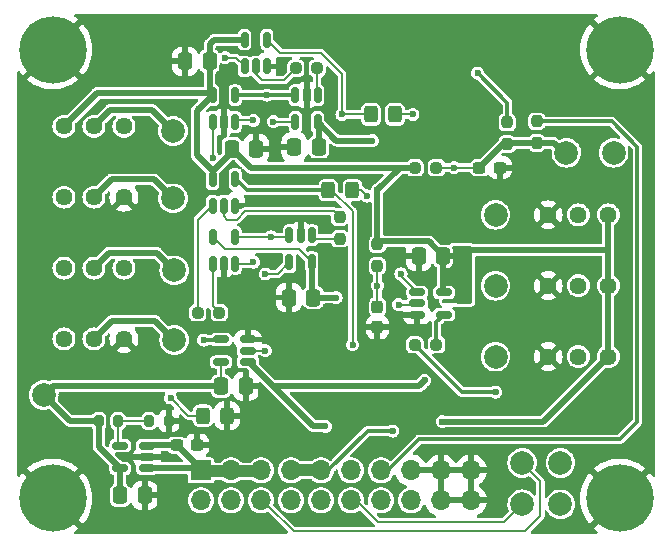
<source format=gbr>
%TF.GenerationSoftware,KiCad,Pcbnew,7.0.11-rc3*%
%TF.CreationDate,2025-03-16T23:21:53+08:00*%
%TF.ProjectId,BSPD,42535044-2e6b-4696-9361-645f70636258,rev?*%
%TF.SameCoordinates,PX731bc60PY731bc60*%
%TF.FileFunction,Copper,L1,Top*%
%TF.FilePolarity,Positive*%
%FSLAX46Y46*%
G04 Gerber Fmt 4.6, Leading zero omitted, Abs format (unit mm)*
G04 Created by KiCad (PCBNEW 7.0.11-rc3) date 2025-03-16 23:21:53*
%MOMM*%
%LPD*%
G01*
G04 APERTURE LIST*
G04 Aperture macros list*
%AMRoundRect*
0 Rectangle with rounded corners*
0 $1 Rounding radius*
0 $2 $3 $4 $5 $6 $7 $8 $9 X,Y pos of 4 corners*
0 Add a 4 corners polygon primitive as box body*
4,1,4,$2,$3,$4,$5,$6,$7,$8,$9,$2,$3,0*
0 Add four circle primitives for the rounded corners*
1,1,$1+$1,$2,$3*
1,1,$1+$1,$4,$5*
1,1,$1+$1,$6,$7*
1,1,$1+$1,$8,$9*
0 Add four rect primitives between the rounded corners*
20,1,$1+$1,$2,$3,$4,$5,0*
20,1,$1+$1,$4,$5,$6,$7,0*
20,1,$1+$1,$6,$7,$8,$9,0*
20,1,$1+$1,$8,$9,$2,$3,0*%
G04 Aperture macros list end*
%TA.AperFunction,ComponentPad*%
%ADD10C,1.440000*%
%TD*%
%TA.AperFunction,SMDPad,CuDef*%
%ADD11RoundRect,0.237500X-0.250000X-0.237500X0.250000X-0.237500X0.250000X0.237500X-0.250000X0.237500X0*%
%TD*%
%TA.AperFunction,ComponentPad*%
%ADD12C,2.000000*%
%TD*%
%TA.AperFunction,ComponentPad*%
%ADD13C,5.700000*%
%TD*%
%TA.AperFunction,SMDPad,CuDef*%
%ADD14RoundRect,0.237500X0.250000X0.237500X-0.250000X0.237500X-0.250000X-0.237500X0.250000X-0.237500X0*%
%TD*%
%TA.AperFunction,SMDPad,CuDef*%
%ADD15RoundRect,0.250000X-0.325000X-0.450000X0.325000X-0.450000X0.325000X0.450000X-0.325000X0.450000X0*%
%TD*%
%TA.AperFunction,SMDPad,CuDef*%
%ADD16RoundRect,0.237500X-0.237500X0.300000X-0.237500X-0.300000X0.237500X-0.300000X0.237500X0.300000X0*%
%TD*%
%TA.AperFunction,SMDPad,CuDef*%
%ADD17RoundRect,0.150000X0.512500X0.150000X-0.512500X0.150000X-0.512500X-0.150000X0.512500X-0.150000X0*%
%TD*%
%TA.AperFunction,SMDPad,CuDef*%
%ADD18RoundRect,0.237500X-0.300000X-0.237500X0.300000X-0.237500X0.300000X0.237500X-0.300000X0.237500X0*%
%TD*%
%TA.AperFunction,SMDPad,CuDef*%
%ADD19RoundRect,0.250000X0.337500X0.475000X-0.337500X0.475000X-0.337500X-0.475000X0.337500X-0.475000X0*%
%TD*%
%TA.AperFunction,SMDPad,CuDef*%
%ADD20RoundRect,0.200000X0.200000X0.275000X-0.200000X0.275000X-0.200000X-0.275000X0.200000X-0.275000X0*%
%TD*%
%TA.AperFunction,SMDPad,CuDef*%
%ADD21RoundRect,0.250000X-0.337500X-0.475000X0.337500X-0.475000X0.337500X0.475000X-0.337500X0.475000X0*%
%TD*%
%TA.AperFunction,SMDPad,CuDef*%
%ADD22RoundRect,0.150000X-0.150000X0.512500X-0.150000X-0.512500X0.150000X-0.512500X0.150000X0.512500X0*%
%TD*%
%TA.AperFunction,SMDPad,CuDef*%
%ADD23RoundRect,0.237500X0.237500X-0.250000X0.237500X0.250000X-0.237500X0.250000X-0.237500X-0.250000X0*%
%TD*%
%TA.AperFunction,SMDPad,CuDef*%
%ADD24RoundRect,0.250000X0.325000X0.450000X-0.325000X0.450000X-0.325000X-0.450000X0.325000X-0.450000X0*%
%TD*%
%TA.AperFunction,SMDPad,CuDef*%
%ADD25RoundRect,0.237500X-0.237500X0.250000X-0.237500X-0.250000X0.237500X-0.250000X0.237500X0.250000X0*%
%TD*%
%TA.AperFunction,SMDPad,CuDef*%
%ADD26RoundRect,0.150000X0.150000X-0.512500X0.150000X0.512500X-0.150000X0.512500X-0.150000X-0.512500X0*%
%TD*%
%TA.AperFunction,SMDPad,CuDef*%
%ADD27RoundRect,0.200000X-0.200000X-0.275000X0.200000X-0.275000X0.200000X0.275000X-0.200000X0.275000X0*%
%TD*%
%TA.AperFunction,SMDPad,CuDef*%
%ADD28RoundRect,0.150000X-0.512500X-0.150000X0.512500X-0.150000X0.512500X0.150000X-0.512500X0.150000X0*%
%TD*%
%TA.AperFunction,ComponentPad*%
%ADD29R,1.700000X1.700000*%
%TD*%
%TA.AperFunction,ComponentPad*%
%ADD30O,1.700000X1.700000*%
%TD*%
%TA.AperFunction,ViaPad*%
%ADD31C,0.600000*%
%TD*%
%TA.AperFunction,Conductor*%
%ADD32C,0.500000*%
%TD*%
%TA.AperFunction,Conductor*%
%ADD33C,0.200000*%
%TD*%
%TA.AperFunction,Conductor*%
%ADD34C,0.300000*%
%TD*%
%TA.AperFunction,Conductor*%
%ADD35C,1.000000*%
%TD*%
G04 APERTURE END LIST*
D10*
%TO.P,RV5,1,1*%
%TO.N,+5V*%
X46840000Y-19300000D03*
%TO.P,RV5,2,2*%
%TO.N,Net-(U8--)*%
X44300000Y-19300000D03*
%TO.P,RV5,3,3*%
%TO.N,GND*%
X41760000Y-19300000D03*
%TD*%
D11*
%TO.P,R16,1*%
%TO.N,+5V*%
X30475000Y-15300000D03*
%TO.P,R16,2*%
%TO.N,current*%
X32300000Y-15300000D03*
%TD*%
D12*
%TO.P,TP14,1,1*%
%TO.N,brake*%
X47300000Y-14050000D03*
%TD*%
D13*
%TO.P,H1,1,1*%
%TO.N,GND*%
X47800000Y-5300000D03*
%TD*%
D14*
%TO.P,R9,1*%
%TO.N,Net-(R9-Pad1)*%
X22212500Y-6900000D03*
%TO.P,R9,2*%
%TO.N,Net-(R9-Pad2)*%
X20387500Y-6900000D03*
%TD*%
D13*
%TO.P,H3,1,1*%
%TO.N,GND*%
X-200000Y-43300000D03*
%TD*%
D15*
%TO.P,D1,1,K*%
%TO.N,Current_Limit_Check_out*%
X26750000Y-10800000D03*
%TO.P,D1,2,A*%
%TO.N,Net-(D1-A)*%
X28800000Y-10800000D03*
%TD*%
D12*
%TO.P,TP1,1,1*%
%TO.N,Net-(R1-Pad1)*%
X10000000Y-12200000D03*
%TD*%
D16*
%TO.P,C4,1*%
%TO.N,brake*%
X27300000Y-27087500D03*
%TO.P,C4,2*%
%TO.N,GND*%
X27300000Y-28812500D03*
%TD*%
D17*
%TO.P,U17,1*%
%TO.N,Simultaneous_brake&current*%
X16337500Y-31750000D03*
%TO.P,U17,2*%
%TO.N,Net-(C1-Pad1)*%
X16337500Y-30800000D03*
%TO.P,U17,3,GND*%
%TO.N,GND*%
X16337500Y-29850000D03*
%TO.P,U17,4*%
%TO.N,BSPD*%
X14062500Y-29850000D03*
%TO.P,U17,5,VCC*%
%TO.N,+5V*%
X14062500Y-31750000D03*
%TD*%
D12*
%TO.P,TP9,1,1*%
%TO.N,Brake_Limit_Check_out*%
X42800000Y-40300000D03*
%TD*%
D10*
%TO.P,RV6,1,1*%
%TO.N,+5V*%
X46840000Y-25300000D03*
%TO.P,RV6,2,2*%
%TO.N,Net-(U9--)*%
X44300000Y-25300000D03*
%TO.P,RV6,3,3*%
%TO.N,GND*%
X41760000Y-25300000D03*
%TD*%
D18*
%TO.P,C20,1*%
%TO.N,VDC*%
X10300000Y-38800000D03*
%TO.P,C20,2*%
%TO.N,GND*%
X12025000Y-38800000D03*
%TD*%
D13*
%TO.P,H2,1,1*%
%TO.N,GND*%
X47800000Y-43300000D03*
%TD*%
D19*
%TO.P,C18,1*%
%TO.N,+5V*%
X22337500Y-13550000D03*
%TO.P,C18,2*%
%TO.N,GND*%
X20262500Y-13550000D03*
%TD*%
D12*
%TO.P,TP7,1,1*%
%TO.N,Net-(U10-+)*%
X37300000Y-31300000D03*
%TD*%
D19*
%TO.P,C6,1*%
%TO.N,+5V*%
X13087500Y-6300000D03*
%TO.P,C6,2*%
%TO.N,GND*%
X11012500Y-6300000D03*
%TD*%
D10*
%TO.P,RV7,1,1*%
%TO.N,+5V*%
X46840000Y-31300000D03*
%TO.P,RV7,2,2*%
%TO.N,Net-(U10-+)*%
X44300000Y-31300000D03*
%TO.P,RV7,3,3*%
%TO.N,GND*%
X41760000Y-31300000D03*
%TD*%
D20*
%TO.P,R21,1*%
%TO.N,GND*%
X9625000Y-36750000D03*
%TO.P,R21,2*%
%TO.N,Net-(U14-ADJ)*%
X7975000Y-36750000D03*
%TD*%
D21*
%TO.P,C21,1*%
%TO.N,+5V*%
X5512500Y-43050000D03*
%TO.P,C21,2*%
%TO.N,GND*%
X7587500Y-43050000D03*
%TD*%
D10*
%TO.P,RV2,1,1*%
%TO.N,Net-(RV1-Pad3)*%
X760000Y-17800000D03*
%TO.P,RV2,2,2*%
%TO.N,Net-(R3-Pad1)*%
X3300000Y-17800000D03*
%TO.P,RV2,3,3*%
%TO.N,GND*%
X5840000Y-17800000D03*
%TD*%
D22*
%TO.P,U2,1*%
%TO.N,Net-(R9-Pad1)*%
X22250000Y-9162500D03*
%TO.P,U2,2,V-*%
%TO.N,GND*%
X21300000Y-9162500D03*
%TO.P,U2,3,+*%
%TO.N,Net-(U1--)*%
X20350000Y-9162500D03*
%TO.P,U2,4,-*%
%TO.N,Net-(U2--)*%
X20350000Y-11437500D03*
%TO.P,U2,5,V+*%
%TO.N,+5V*%
X22250000Y-11437500D03*
%TD*%
D23*
%TO.P,R13,1*%
%TO.N,Net-(R13-Pad1)*%
X24100000Y-21312500D03*
%TO.P,R13,2*%
%TO.N,Net-(R13-Pad2)*%
X24100000Y-19487500D03*
%TD*%
D13*
%TO.P,H4,1,1*%
%TO.N,GND*%
X-200000Y-5300000D03*
%TD*%
D24*
%TO.P,D16,1,K*%
%TO.N,GND*%
X14575000Y-36300000D03*
%TO.P,D16,2,A*%
%TO.N,Net-(D16-A)*%
X12525000Y-36300000D03*
%TD*%
D12*
%TO.P,TP12,1,1*%
%TO.N,BSPD*%
X42800000Y-43800000D03*
%TD*%
D19*
%TO.P,C17,1*%
%TO.N,+5V*%
X21887500Y-26300000D03*
%TO.P,C17,2*%
%TO.N,GND*%
X19812500Y-26300000D03*
%TD*%
D21*
%TO.P,C9,1*%
%TO.N,+5V*%
X14062500Y-33800000D03*
%TO.P,C9,2*%
%TO.N,GND*%
X16137500Y-33800000D03*
%TD*%
D25*
%TO.P,R17,1*%
%TO.N,+5V*%
X27300000Y-21800000D03*
%TO.P,R17,2*%
%TO.N,brake*%
X27300000Y-23625000D03*
%TD*%
D10*
%TO.P,RV4,1,1*%
%TO.N,Net-(RV3-Pad3)*%
X760000Y-29800000D03*
%TO.P,RV4,2,2*%
%TO.N,Net-(R6-Pad1)*%
X3300000Y-29800000D03*
%TO.P,RV4,3,3*%
%TO.N,GND*%
X5840000Y-29800000D03*
%TD*%
D21*
%TO.P,C7,1*%
%TO.N,+5V*%
X14962500Y-13700000D03*
%TO.P,C7,2*%
%TO.N,GND*%
X17037500Y-13700000D03*
%TD*%
D22*
%TO.P,U4,1*%
%TO.N,Net-(R13-Pad1)*%
X21750000Y-21025000D03*
%TO.P,U4,2,V-*%
%TO.N,GND*%
X20800000Y-21025000D03*
%TO.P,U4,3,+*%
%TO.N,Net-(U3--)*%
X19850000Y-21025000D03*
%TO.P,U4,4,-*%
%TO.N,Net-(U4--)*%
X19850000Y-23300000D03*
%TO.P,U4,5,V+*%
%TO.N,+5V*%
X21750000Y-23300000D03*
%TD*%
D10*
%TO.P,RV3,1,1*%
%TO.N,+5V*%
X760000Y-23800000D03*
%TO.P,RV3,2,2*%
%TO.N,Net-(R4-Pad1)*%
X3300000Y-23800000D03*
%TO.P,RV3,3,3*%
%TO.N,Net-(RV3-Pad3)*%
X5840000Y-23800000D03*
%TD*%
D26*
%TO.P,U6,1*%
%TO.N,Net-(R11-Pad2)*%
X13350000Y-18537500D03*
%TO.P,U6,2*%
%TO.N,Net-(R13-Pad2)*%
X14300000Y-18537500D03*
%TO.P,U6,3,GND*%
%TO.N,GND*%
X15250000Y-18537500D03*
%TO.P,U6,4*%
%TO.N,Brake_Limit_Check_out*%
X15250000Y-16262500D03*
%TO.P,U6,5,VCC*%
%TO.N,+5V*%
X13350000Y-16262500D03*
%TD*%
D14*
%TO.P,R11,1*%
%TO.N,Net-(R11-Pad1)*%
X13912500Y-27600000D03*
%TO.P,R11,2*%
%TO.N,Net-(R11-Pad2)*%
X12087500Y-27600000D03*
%TD*%
D12*
%TO.P,TP11,1,1*%
%TO.N,Simultaneous_brake&current*%
X39550000Y-43800000D03*
%TD*%
D27*
%TO.P,R20,1*%
%TO.N,+5V*%
X3700000Y-36750000D03*
%TO.P,R20,2*%
%TO.N,Net-(U14-ADJ)*%
X5350000Y-36750000D03*
%TD*%
D12*
%TO.P,TP4,1,1*%
%TO.N,Net-(R6-Pad1)*%
X10100000Y-29900000D03*
%TD*%
%TO.P,TP6,1,1*%
%TO.N,Net-(U9--)*%
X37300000Y-25300000D03*
%TD*%
D28*
%TO.P,U18,1*%
%TO.N,Net-(U18-Pad1)*%
X30662500Y-25850000D03*
%TO.P,U18,2*%
%TO.N,Net-(U18-Pad2)*%
X30662500Y-26800000D03*
%TO.P,U18,3,GND*%
%TO.N,GND*%
X30662500Y-27750000D03*
%TO.P,U18,4*%
%TO.N,Net-(R22-Pad1)*%
X32937500Y-27750000D03*
%TO.P,U18,5,VCC*%
%TO.N,+5V*%
X32937500Y-25850000D03*
%TD*%
D12*
%TO.P,TP10,1,1*%
%TO.N,Current_Limit_Check_out*%
X39550000Y-40300000D03*
%TD*%
%TO.P,TP3,1,1*%
%TO.N,Net-(R4-Pad1)*%
X10100000Y-24000000D03*
%TD*%
D17*
%TO.P,U14,1,VIN*%
%TO.N,VDC*%
X7800000Y-40750000D03*
%TO.P,U14,2,GND*%
%TO.N,GND*%
X7800000Y-39800000D03*
%TO.P,U14,3,EN*%
%TO.N,VDC*%
X7800000Y-38850000D03*
%TO.P,U14,4,ADJ*%
%TO.N,Net-(U14-ADJ)*%
X5525000Y-38850000D03*
%TO.P,U14,5,VOUT*%
%TO.N,+5V*%
X5525000Y-40750000D03*
%TD*%
D18*
%TO.P,C3,1*%
%TO.N,current*%
X35937500Y-15300000D03*
%TO.P,C3,2*%
%TO.N,GND*%
X37662500Y-15300000D03*
%TD*%
D26*
%TO.P,U1,1*%
%TO.N,Net-(R7-Pad1)*%
X13350000Y-11437500D03*
%TO.P,U1,2,V-*%
%TO.N,GND*%
X14300000Y-11437500D03*
%TO.P,U1,3,+*%
%TO.N,Net-(U1-+)*%
X15250000Y-11437500D03*
%TO.P,U1,4,-*%
%TO.N,Net-(U1--)*%
X15250000Y-9162500D03*
%TO.P,U1,5,V+*%
%TO.N,+5V*%
X13350000Y-9162500D03*
%TD*%
D12*
%TO.P,TP16,1,1*%
%TO.N,+5V*%
X-950000Y-34550000D03*
%TD*%
D14*
%TO.P,R22,1*%
%TO.N,Net-(R22-Pad1)*%
X32300000Y-30300000D03*
%TO.P,R22,2*%
%TO.N,Net-(U10--)*%
X30475000Y-30300000D03*
%TD*%
D12*
%TO.P,TP5,1,1*%
%TO.N,Net-(U8--)*%
X37300000Y-19300000D03*
%TD*%
D23*
%TO.P,R2,1*%
%TO.N,current*%
X38300000Y-13300000D03*
%TO.P,R2,2*%
%TO.N,Net-(U1--)*%
X38300000Y-11475000D03*
%TD*%
D10*
%TO.P,RV1,1,1*%
%TO.N,+5V*%
X760000Y-11800000D03*
%TO.P,RV1,2,2*%
%TO.N,Net-(R1-Pad1)*%
X3300000Y-11800000D03*
%TO.P,RV1,3,3*%
%TO.N,Net-(RV1-Pad3)*%
X5840000Y-11800000D03*
%TD*%
D26*
%TO.P,U5,1*%
%TO.N,Net-(R7-Pad2)*%
X16050000Y-6737500D03*
%TO.P,U5,2*%
%TO.N,Net-(R9-Pad2)*%
X17000000Y-6737500D03*
%TO.P,U5,3,GND*%
%TO.N,GND*%
X17950000Y-6737500D03*
%TO.P,U5,4*%
%TO.N,Current_Limit_Check_out*%
X17950000Y-4462500D03*
%TO.P,U5,5,VCC*%
%TO.N,+5V*%
X16050000Y-4462500D03*
%TD*%
D12*
%TO.P,TP2,1,1*%
%TO.N,Net-(R3-Pad1)*%
X10000000Y-17900000D03*
%TD*%
D15*
%TO.P,D2,1,K*%
%TO.N,Brake_Limit_Check_out*%
X23137500Y-17200000D03*
%TO.P,D2,2,A*%
%TO.N,Net-(D2-A)*%
X25187500Y-17200000D03*
%TD*%
D26*
%TO.P,U3,1*%
%TO.N,Net-(R11-Pad1)*%
X13350000Y-23437500D03*
%TO.P,U3,2,V-*%
%TO.N,GND*%
X14300000Y-23437500D03*
%TO.P,U3,3,+*%
%TO.N,Net-(U3-+)*%
X15250000Y-23437500D03*
%TO.P,U3,4,-*%
%TO.N,Net-(U3--)*%
X15250000Y-21162500D03*
%TO.P,U3,5,V+*%
%TO.N,+5V*%
X13350000Y-21162500D03*
%TD*%
D23*
%TO.P,R38,1*%
%TO.N,current*%
X40800000Y-13212500D03*
%TO.P,R38,2*%
%TO.N,Current_init*%
X40800000Y-11387500D03*
%TD*%
D19*
%TO.P,C25,1*%
%TO.N,+5V*%
X32875000Y-22800000D03*
%TO.P,C25,2*%
%TO.N,GND*%
X30800000Y-22800000D03*
%TD*%
D12*
%TO.P,TP13,1,1*%
%TO.N,current*%
X43300000Y-14050000D03*
%TD*%
D29*
%TO.P,J2,1,Pin_1*%
%TO.N,VDC*%
X12375000Y-40930000D03*
D30*
%TO.P,J2,2,Pin_2*%
%TO.N,Brake_Limit_Check_out*%
X12375000Y-43470000D03*
%TO.P,J2,3,Pin_3*%
%TO.N,VDC*%
X14915000Y-40930000D03*
%TO.P,J2,4,Pin_4*%
%TO.N,Brake_Limit_Check_out*%
X14915000Y-43470000D03*
%TO.P,J2,5,Pin_5*%
%TO.N,VDC*%
X17455000Y-40930000D03*
%TO.P,J2,6,Pin_6*%
%TO.N,Current_Limit_Check_out*%
X17455000Y-43470000D03*
%TO.P,J2,7,Pin_7*%
%TO.N,Brake_init*%
X19995000Y-40930000D03*
%TO.P,J2,8,Pin_8*%
%TO.N,Current_Limit_Check_out*%
X19995000Y-43470000D03*
%TO.P,J2,9,Pin_9*%
%TO.N,Brake_init*%
X22535000Y-40930000D03*
%TO.P,J2,10,Pin_10*%
%TO.N,Simultaneous_brake&current*%
X22535000Y-43470000D03*
%TO.P,J2,11,Pin_11*%
%TO.N,Current_init*%
X25075000Y-40930000D03*
%TO.P,J2,12,Pin_12*%
%TO.N,Simultaneous_brake&current*%
X25075000Y-43470000D03*
%TO.P,J2,13,Pin_13*%
%TO.N,Current_init*%
X27615000Y-40930000D03*
%TO.P,J2,14,Pin_14*%
%TO.N,BSPD*%
X27615000Y-43470000D03*
%TO.P,J2,15,Pin_15*%
%TO.N,GND*%
X30155000Y-40930000D03*
%TO.P,J2,16,Pin_16*%
%TO.N,BSPD*%
X30155000Y-43470000D03*
%TO.P,J2,17,Pin_17*%
%TO.N,GND*%
X32695000Y-40930000D03*
%TO.P,J2,18,Pin_18*%
X32695000Y-43470000D03*
%TO.P,J2,19,Pin_19*%
X35235000Y-40930000D03*
%TO.P,J2,20,Pin_20*%
X35235000Y-43470000D03*
%TD*%
D31*
%TO.N,+5V*%
X32800000Y-36800000D03*
X26862500Y-13012500D03*
X34800000Y-26300000D03*
X34600000Y-22300000D03*
X23800000Y-26300000D03*
X27300000Y-17200000D03*
X12212500Y-10300000D03*
%TO.N,GND*%
X18100000Y-25900000D03*
X21400000Y-18100000D03*
X20800000Y-19700000D03*
X19200000Y-6700000D03*
%TO.N,current*%
X33800000Y-15300000D03*
%TO.N,brake*%
X27300000Y-25300000D03*
%TO.N,Net-(U10--)*%
X37300000Y-34300000D03*
%TO.N,Current_Limit_Check_out*%
X24300000Y-10800000D03*
%TO.N,Net-(D1-A)*%
X30300000Y-10800000D03*
%TO.N,Brake_Limit_Check_out*%
X25200000Y-30300000D03*
%TO.N,Net-(D2-A)*%
X26412500Y-17700000D03*
%TO.N,Net-(D16-A)*%
X9800000Y-34800000D03*
%TO.N,Simultaneous_brake&current*%
X31300000Y-33300000D03*
X22900000Y-37200000D03*
%TO.N,Brake_init*%
X28600000Y-37600000D03*
%TO.N,BSPD*%
X12600000Y-29900000D03*
%TO.N,Net-(U1-+)*%
X16800000Y-11300000D03*
%TO.N,Net-(U1--)*%
X35800000Y-7300000D03*
X17937500Y-9162500D03*
%TO.N,Net-(U2--)*%
X18500000Y-11400000D03*
%TO.N,Net-(U3-+)*%
X16800000Y-23300000D03*
%TO.N,Net-(U3--)*%
X18300000Y-21162500D03*
%TO.N,Net-(U4--)*%
X17800000Y-24300000D03*
%TO.N,Net-(U18-Pad1)*%
X29300000Y-24300000D03*
%TO.N,Net-(U18-Pad2)*%
X29100000Y-26900000D03*
%TO.N,Net-(C1-Pad1)*%
X17800000Y-30800000D03*
%TO.N,Net-(R7-Pad1)*%
X13387500Y-14500000D03*
%TO.N,Net-(R7-Pad2)*%
X14400000Y-6000000D03*
%TD*%
D32*
%TO.N,+5V*%
X12000000Y-14248161D02*
X13350000Y-15598161D01*
X22337500Y-13800000D02*
X22337500Y-11525000D01*
D33*
X13400000Y-9112500D02*
X13350000Y-9162500D01*
X22337500Y-11525000D02*
X22250000Y-11437500D01*
D32*
X14962500Y-13700000D02*
X16562500Y-15300000D01*
X16562500Y-15300000D02*
X30475000Y-15300000D01*
D33*
X21750000Y-25662500D02*
X21887500Y-25800000D01*
D32*
X13087500Y-8900000D02*
X13350000Y-9162500D01*
X32875000Y-22800000D02*
X32875000Y-25787500D01*
D33*
X14062500Y-33800000D02*
X14062500Y-31850000D01*
D32*
X3700000Y-38925000D02*
X3700000Y-36750000D01*
X13350000Y-9162500D02*
X12212500Y-10300000D01*
X13350000Y-16262500D02*
X13350000Y-15598161D01*
X13087500Y-6300000D02*
X13087500Y-8900000D01*
D33*
X20650000Y-22200000D02*
X21750000Y-23300000D01*
D32*
X12212500Y-10300000D02*
X12000000Y-10512500D01*
D33*
X13350000Y-21162500D02*
X14387500Y-22200000D01*
D32*
X5525000Y-40750000D02*
X3700000Y-38925000D01*
X5525000Y-40750000D02*
X5525000Y-42775000D01*
D33*
X14387500Y-22200000D02*
X20650000Y-22200000D01*
X14062500Y-31850000D02*
X14162500Y-31750000D01*
D32*
X5525000Y-42775000D02*
X5550000Y-42800000D01*
X23825000Y-13012500D02*
X26862500Y-13012500D01*
X13500000Y-4462500D02*
X16050000Y-4462500D01*
D33*
X30475000Y-15300000D02*
X29200000Y-15300000D01*
D32*
X34600000Y-22300000D02*
X46840000Y-22300000D01*
X-200000Y-33800000D02*
X14062500Y-33800000D01*
X46840000Y-22300000D02*
X46840000Y-31300000D01*
X46840000Y-19300000D02*
X46840000Y-22300000D01*
X31625000Y-21550000D02*
X32875000Y-22800000D01*
X3700000Y-36750000D02*
X1250000Y-36750000D01*
X760000Y-11800000D02*
X3560000Y-9000000D01*
X13350000Y-15598161D02*
X14962500Y-13985661D01*
X13087500Y-4875000D02*
X13087500Y-6300000D01*
X23800000Y-26300000D02*
X22387500Y-26300000D01*
X27300000Y-17200000D02*
X27300000Y-21800000D01*
X29200000Y-15300000D02*
X27300000Y-17200000D01*
X3560000Y-9000000D02*
X13287500Y-9000000D01*
D33*
X32875000Y-25787500D02*
X32937500Y-25850000D01*
D32*
X34100000Y-22800000D02*
X32875000Y-22800000D01*
X12000000Y-10512500D02*
X12000000Y-14248161D01*
X13500000Y-4462500D02*
X13087500Y-4875000D01*
X27325000Y-21775000D02*
X27550000Y-21550000D01*
X41340000Y-36800000D02*
X32800000Y-36800000D01*
X22250000Y-11437500D02*
X23825000Y-13012500D01*
X34600000Y-22300000D02*
X34100000Y-22800000D01*
D33*
X27300000Y-21800000D02*
X27325000Y-21775000D01*
D32*
X27550000Y-21550000D02*
X31625000Y-21550000D01*
X14962500Y-13985661D02*
X14962500Y-13700000D01*
X13287500Y-9000000D02*
X13400000Y-9112500D01*
X46840000Y-31300000D02*
X41340000Y-36800000D01*
D33*
X14075000Y-31837500D02*
X14162500Y-31750000D01*
D32*
X21750000Y-23300000D02*
X21750000Y-25662500D01*
X-950000Y-34550000D02*
X-200000Y-33800000D01*
X1250000Y-36750000D02*
X-950000Y-34550000D01*
%TO.N,current*%
X43300000Y-14300000D02*
X42212500Y-13212500D01*
D33*
X33800000Y-15300000D02*
X35937500Y-15300000D01*
D32*
X42212500Y-13212500D02*
X38025000Y-13212500D01*
X38025000Y-13212500D02*
X35937500Y-15300000D01*
D33*
X32300000Y-15300000D02*
X33800000Y-15300000D01*
%TO.N,brake*%
X27300000Y-23625000D02*
X27300000Y-27087500D01*
D34*
%TO.N,Net-(U10--)*%
X30475000Y-30300000D02*
X34475000Y-34300000D01*
X34475000Y-34300000D02*
X37300000Y-34300000D01*
D33*
%TO.N,Current_Limit_Check_out*%
X19087500Y-5600000D02*
X17950000Y-4462500D01*
X22500000Y-5600000D02*
X19087500Y-5600000D01*
X41100000Y-41850000D02*
X41100000Y-44800000D01*
X39800000Y-46100000D02*
X20200000Y-46100000D01*
X20200000Y-46100000D02*
X17955000Y-43855000D01*
X41100000Y-44800000D02*
X39800000Y-46100000D01*
X39550000Y-40300000D02*
X41100000Y-41850000D01*
X17955000Y-43855000D02*
X17955000Y-43565000D01*
X24300000Y-7400000D02*
X22500000Y-5600000D01*
X26750000Y-10800000D02*
X24300000Y-10800000D01*
X24300000Y-10800000D02*
X24300000Y-7400000D01*
%TO.N,Net-(D1-A)*%
X30300000Y-10800000D02*
X28800000Y-10800000D01*
%TO.N,Brake_Limit_Check_out*%
X23400000Y-17200000D02*
X25200000Y-19000000D01*
D34*
X16287500Y-17200000D02*
X23137500Y-17200000D01*
X15250000Y-16162500D02*
X16287500Y-17200000D01*
D33*
X23137500Y-17200000D02*
X23400000Y-17200000D01*
X25200000Y-19000000D02*
X25200000Y-30300000D01*
%TO.N,Net-(D2-A)*%
X25912500Y-17200000D02*
X26412500Y-17700000D01*
X24912500Y-17200000D02*
X25912500Y-17200000D01*
%TO.N,Net-(D16-A)*%
X11300000Y-36300000D02*
X12525000Y-36300000D01*
X9800000Y-34800000D02*
X11300000Y-36300000D01*
D32*
%TO.N,Simultaneous_brake&current*%
X18487500Y-33800000D02*
X18700000Y-33800000D01*
D33*
X38050000Y-45300000D02*
X27310000Y-45300000D01*
X27310000Y-45300000D02*
X25575000Y-43565000D01*
D32*
X18487500Y-33800000D02*
X21887500Y-37200000D01*
X30800000Y-33800000D02*
X31300000Y-33300000D01*
X18700000Y-33800000D02*
X30800000Y-33800000D01*
X21887500Y-37200000D02*
X22900000Y-37200000D01*
D33*
X39550000Y-43800000D02*
X38050000Y-45300000D01*
D32*
X16437500Y-31750000D02*
X18487500Y-33800000D01*
D35*
%TO.N,Brake_init*%
X19995000Y-40930000D02*
X22535000Y-40930000D01*
D34*
X23130000Y-40930000D02*
X26460000Y-37600000D01*
D33*
X22535000Y-40930000D02*
X23130000Y-40930000D01*
D34*
X26460000Y-37600000D02*
X28600000Y-37600000D01*
%TO.N,Current_init*%
X47800000Y-38300000D02*
X30840000Y-38300000D01*
X49300000Y-36800000D02*
X47800000Y-38300000D01*
X49300000Y-13550000D02*
X49300000Y-36800000D01*
X30840000Y-38300000D02*
X28115000Y-41025000D01*
X47137500Y-11387500D02*
X49300000Y-13550000D01*
X40800000Y-11387500D02*
X47137500Y-11387500D01*
%TO.N,BSPD*%
X12600000Y-29900000D02*
X14112500Y-29900000D01*
D32*
%TO.N,Net-(R1-Pad1)*%
X4700000Y-10400000D02*
X8200000Y-10400000D01*
X3300000Y-11800000D02*
X4700000Y-10400000D01*
X8200000Y-10400000D02*
X10000000Y-12200000D01*
D33*
%TO.N,Net-(U1-+)*%
X16800000Y-11300000D02*
X15387500Y-11300000D01*
X15387500Y-11300000D02*
X15250000Y-11437500D01*
D34*
%TO.N,Net-(U1--)*%
X17937500Y-9162500D02*
X15250000Y-9162500D01*
X38300000Y-9800000D02*
X38300000Y-11475000D01*
X17937500Y-9162500D02*
X20350000Y-9162500D01*
X35800000Y-7300000D02*
X38300000Y-9800000D01*
D32*
%TO.N,Net-(R3-Pad1)*%
X4800000Y-16300000D02*
X8400000Y-16300000D01*
X3300000Y-17800000D02*
X4800000Y-16300000D01*
X8400000Y-16300000D02*
X10000000Y-17900000D01*
D33*
%TO.N,Net-(U2--)*%
X18537500Y-11437500D02*
X20350000Y-11437500D01*
X18500000Y-11400000D02*
X18537500Y-11437500D01*
D32*
%TO.N,Net-(R4-Pad1)*%
X3300000Y-23800000D02*
X4600000Y-22500000D01*
X4600000Y-22500000D02*
X8600000Y-22500000D01*
X8600000Y-22500000D02*
X10100000Y-24000000D01*
D33*
%TO.N,Net-(U3-+)*%
X15250000Y-23437500D02*
X16662500Y-23437500D01*
X16662500Y-23437500D02*
X16800000Y-23300000D01*
%TO.N,Net-(U3--)*%
X19712500Y-21162500D02*
X19850000Y-21025000D01*
X15250000Y-21162500D02*
X19712500Y-21162500D01*
D32*
%TO.N,Net-(R6-Pad1)*%
X3300000Y-29800000D02*
X4800000Y-28300000D01*
X8500000Y-28300000D02*
X10100000Y-29900000D01*
X4800000Y-28300000D02*
X8500000Y-28300000D01*
D33*
%TO.N,Net-(U4--)*%
X17800000Y-24300000D02*
X18850000Y-24300000D01*
X18850000Y-24300000D02*
X19850000Y-23300000D01*
D34*
%TO.N,Net-(R22-Pad1)*%
X32300000Y-28387500D02*
X32937500Y-27750000D01*
X32300000Y-30300000D02*
X32300000Y-28387500D01*
D33*
%TO.N,Net-(U18-Pad1)*%
X29300000Y-24487500D02*
X30662500Y-25850000D01*
X29300000Y-24300000D02*
X29300000Y-24487500D01*
%TO.N,Net-(U18-Pad2)*%
X29100000Y-26900000D02*
X30562500Y-26900000D01*
X30562500Y-26900000D02*
X30662500Y-26800000D01*
%TO.N,VDC*%
X12470000Y-41025000D02*
X12525000Y-41025000D01*
D32*
X7850000Y-38800000D02*
X7800000Y-38850000D01*
X12195000Y-40750000D02*
X7800000Y-40750000D01*
D35*
X12470000Y-41025000D02*
X17360000Y-41025000D01*
D32*
X12375000Y-40930000D02*
X12195000Y-40750000D01*
X10300000Y-38800000D02*
X7850000Y-38800000D01*
D35*
X17360000Y-41025000D02*
X17455000Y-40930000D01*
D32*
X12525000Y-41025000D02*
X10300000Y-38800000D01*
D35*
X12375000Y-40930000D02*
X12470000Y-41025000D01*
D33*
%TO.N,Net-(U14-ADJ)*%
X8025000Y-36750000D02*
X5350000Y-36750000D01*
X5350000Y-38675000D02*
X5525000Y-38850000D01*
X5350000Y-36750000D02*
X5350000Y-38675000D01*
%TO.N,Net-(C1-Pad1)*%
X16437500Y-30800000D02*
X17800000Y-30800000D01*
%TO.N,Net-(R7-Pad1)*%
X13387500Y-14500000D02*
X13387500Y-11475000D01*
X13387500Y-11475000D02*
X13350000Y-11437500D01*
%TO.N,Net-(R7-Pad2)*%
X15312500Y-6000000D02*
X16050000Y-6737500D01*
X14400000Y-6000000D02*
X15312500Y-6000000D01*
%TO.N,Net-(R9-Pad1)*%
X22212500Y-6900000D02*
X22212500Y-9125000D01*
X22212500Y-9125000D02*
X22250000Y-9162500D01*
%TO.N,Net-(R9-Pad2)*%
X17000000Y-6737500D02*
X17000000Y-7399999D01*
X17500001Y-7900000D02*
X19387500Y-7900000D01*
X17000000Y-7399999D02*
X17500001Y-7900000D01*
X19387500Y-7900000D02*
X20387500Y-6900000D01*
%TO.N,Net-(R11-Pad1)*%
X13350000Y-23437500D02*
X13350000Y-27037500D01*
X13350000Y-27037500D02*
X13912500Y-27600000D01*
%TO.N,Net-(R11-Pad2)*%
X12087500Y-27600000D02*
X12087500Y-19700000D01*
X12087500Y-19700000D02*
X13350000Y-18437500D01*
%TO.N,Net-(R13-Pad1)*%
X24100000Y-21312500D02*
X22037500Y-21312500D01*
X22037500Y-21312500D02*
X21750000Y-21025000D01*
%TO.N,Net-(R13-Pad2)*%
X14300000Y-19399999D02*
X14300000Y-18737500D01*
X24100000Y-19487500D02*
X23612500Y-19000000D01*
X15390552Y-19700000D02*
X14600001Y-19700000D01*
X16090552Y-19000000D02*
X15390552Y-19700000D01*
X14600001Y-19700000D02*
X14300000Y-19399999D01*
X23612500Y-19000000D02*
X16090552Y-19000000D01*
%TD*%
%TA.AperFunction,Conductor*%
%TO.N,+5V*%
G36*
X35176468Y-21908734D02*
G01*
X35243432Y-21928671D01*
X35288988Y-21981647D01*
X35300000Y-22032733D01*
X35300000Y-26684597D01*
X35280315Y-26751636D01*
X35227511Y-26797391D01*
X35175551Y-26808596D01*
X32921069Y-26800438D01*
X32854102Y-26780511D01*
X32808538Y-26727542D01*
X32797544Y-26678962D01*
X32794452Y-26526508D01*
X32812773Y-26459089D01*
X32864638Y-26412272D01*
X32918426Y-26399999D01*
X33481479Y-26399999D01*
X33575149Y-26385164D01*
X33575155Y-26385162D01*
X33688041Y-26327643D01*
X33688050Y-26327636D01*
X33777636Y-26238050D01*
X33777639Y-26238046D01*
X33835166Y-26125144D01*
X33849999Y-26031485D01*
X33849999Y-25668520D01*
X33835164Y-25574850D01*
X33835162Y-25574844D01*
X33777643Y-25461958D01*
X33777636Y-25461949D01*
X33688050Y-25372363D01*
X33688046Y-25372360D01*
X33575144Y-25314833D01*
X33481486Y-25300000D01*
X32891083Y-25300000D01*
X32824044Y-25280315D01*
X32778289Y-25227511D01*
X32767109Y-25178515D01*
X32741206Y-23901515D01*
X32759526Y-23834090D01*
X32811392Y-23787273D01*
X32865180Y-23775000D01*
X33260328Y-23775000D01*
X33260344Y-23774999D01*
X33319872Y-23768598D01*
X33319879Y-23768596D01*
X33454586Y-23718354D01*
X33454593Y-23718350D01*
X33569687Y-23632190D01*
X33569690Y-23632187D01*
X33655850Y-23517093D01*
X33655854Y-23517086D01*
X33706096Y-23382379D01*
X33706098Y-23382372D01*
X33712499Y-23322844D01*
X33712500Y-23322827D01*
X33712500Y-22277172D01*
X33712499Y-22277155D01*
X33706098Y-22217627D01*
X33706096Y-22217620D01*
X33652754Y-22074601D01*
X33655146Y-22073708D01*
X33643151Y-22018589D01*
X33667562Y-21953122D01*
X33723491Y-21911245D01*
X33767300Y-21903424D01*
X35176468Y-21908734D01*
G37*
%TD.AperFunction*%
%TD*%
%TA.AperFunction,Conductor*%
%TO.N,GND*%
G36*
X23317539Y-19370185D02*
G01*
X23363294Y-19422989D01*
X23374500Y-19474500D01*
X23374500Y-19784190D01*
X23380748Y-19842299D01*
X23407135Y-19913044D01*
X23427772Y-19968374D01*
X23429789Y-19973780D01*
X23457330Y-20010569D01*
X23513884Y-20086116D01*
X23576400Y-20132915D01*
X23619621Y-20165271D01*
X23626222Y-20170212D01*
X23708666Y-20200962D01*
X23757700Y-20219251D01*
X23815809Y-20225499D01*
X23815826Y-20225500D01*
X24384174Y-20225500D01*
X24384190Y-20225499D01*
X24442299Y-20219251D01*
X24463005Y-20211528D01*
X24573778Y-20170212D01*
X24651190Y-20112260D01*
X24716652Y-20087844D01*
X24784925Y-20102695D01*
X24834331Y-20152100D01*
X24849500Y-20211528D01*
X24849500Y-20588471D01*
X24829815Y-20655510D01*
X24777011Y-20701265D01*
X24707853Y-20711209D01*
X24651189Y-20687738D01*
X24573780Y-20629789D01*
X24573778Y-20629788D01*
X24543447Y-20618475D01*
X24442299Y-20580748D01*
X24384190Y-20574500D01*
X24384174Y-20574500D01*
X23815826Y-20574500D01*
X23815809Y-20574500D01*
X23757700Y-20580748D01*
X23626219Y-20629789D01*
X23513884Y-20713884D01*
X23429789Y-20826219D01*
X23429788Y-20826222D01*
X23409231Y-20881335D01*
X23367361Y-20937267D01*
X23301897Y-20961684D01*
X23293051Y-20962000D01*
X22424499Y-20962000D01*
X22357460Y-20942315D01*
X22311705Y-20889511D01*
X22300499Y-20838000D01*
X22300499Y-20480982D01*
X22300276Y-20479573D01*
X22285646Y-20387196D01*
X22228050Y-20274158D01*
X22228046Y-20274154D01*
X22228045Y-20274152D01*
X22138347Y-20184454D01*
X22138344Y-20184452D01*
X22138342Y-20184450D01*
X22061517Y-20145305D01*
X22025301Y-20126852D01*
X21931524Y-20112000D01*
X21568476Y-20112000D01*
X21544774Y-20115754D01*
X21475481Y-20106796D01*
X21437701Y-20080961D01*
X21351561Y-19994821D01*
X21351552Y-19994814D01*
X21210196Y-19911217D01*
X21210193Y-19911216D01*
X21052494Y-19865400D01*
X21052497Y-19865400D01*
X21050000Y-19865203D01*
X21050000Y-21151000D01*
X21030315Y-21218039D01*
X20977511Y-21263794D01*
X20926000Y-21275000D01*
X20674000Y-21275000D01*
X20606961Y-21255315D01*
X20561206Y-21202511D01*
X20550000Y-21151000D01*
X20550000Y-19865203D01*
X20547503Y-19865400D01*
X20389806Y-19911216D01*
X20389803Y-19911217D01*
X20248447Y-19994814D01*
X20248442Y-19994818D01*
X20162299Y-20080961D01*
X20100975Y-20114445D01*
X20055225Y-20115753D01*
X20031523Y-20112000D01*
X19668482Y-20112000D01*
X19587519Y-20124823D01*
X19574696Y-20126854D01*
X19461658Y-20184450D01*
X19461657Y-20184451D01*
X19461652Y-20184454D01*
X19371954Y-20274152D01*
X19371951Y-20274157D01*
X19371950Y-20274158D01*
X19352751Y-20311837D01*
X19314352Y-20387198D01*
X19299500Y-20480975D01*
X19299500Y-20688000D01*
X19279815Y-20755039D01*
X19227011Y-20800794D01*
X19175500Y-20812000D01*
X18786092Y-20812000D01*
X18719053Y-20792315D01*
X18699587Y-20774413D01*
X18698372Y-20775629D01*
X18692627Y-20769884D01*
X18692621Y-20769879D01*
X18577625Y-20681639D01*
X18577624Y-20681638D01*
X18577622Y-20681637D01*
X18443712Y-20626171D01*
X18443710Y-20626170D01*
X18443709Y-20626170D01*
X18371854Y-20616710D01*
X18300001Y-20607250D01*
X18299999Y-20607250D01*
X18156291Y-20626170D01*
X18156287Y-20626171D01*
X18022377Y-20681637D01*
X17907372Y-20769884D01*
X17901628Y-20775629D01*
X17899111Y-20773112D01*
X17855817Y-20804703D01*
X17813908Y-20812000D01*
X15924499Y-20812000D01*
X15857460Y-20792315D01*
X15811705Y-20739511D01*
X15800499Y-20688000D01*
X15800499Y-20618482D01*
X15794523Y-20580748D01*
X15785646Y-20524696D01*
X15728050Y-20411658D01*
X15728046Y-20411654D01*
X15728045Y-20411652D01*
X15638347Y-20321954D01*
X15638344Y-20321952D01*
X15638342Y-20321950D01*
X15525304Y-20264354D01*
X15525302Y-20264353D01*
X15525297Y-20264351D01*
X15524648Y-20264140D01*
X15523960Y-20263669D01*
X15516609Y-20259924D01*
X15517093Y-20258973D01*
X15466977Y-20224696D01*
X15439786Y-20160335D01*
X15451707Y-20091490D01*
X15498957Y-20040019D01*
X15503961Y-20037159D01*
X15508524Y-20034690D01*
X15516338Y-20030460D01*
X15548754Y-20012918D01*
X15553281Y-20010586D01*
X15597036Y-19989198D01*
X15597038Y-19989195D01*
X15603013Y-19984929D01*
X15608808Y-19980419D01*
X15608807Y-19980419D01*
X15608810Y-19980418D01*
X15641806Y-19944572D01*
X15645308Y-19940924D01*
X16199415Y-19386819D01*
X16260738Y-19353334D01*
X16287096Y-19350500D01*
X23250500Y-19350500D01*
X23317539Y-19370185D01*
G37*
%TD.AperFunction*%
%TA.AperFunction,Conductor*%
G36*
X16160519Y-17584791D02*
G01*
X16162196Y-17585646D01*
X16184082Y-17589112D01*
X16202989Y-17593651D01*
X16224067Y-17600500D01*
X16255981Y-17600500D01*
X22190149Y-17600500D01*
X22257188Y-17620185D01*
X22302943Y-17672989D01*
X22313439Y-17711248D01*
X22318408Y-17757483D01*
X22368702Y-17892328D01*
X22368706Y-17892335D01*
X22454952Y-18007544D01*
X22454955Y-18007547D01*
X22570164Y-18093793D01*
X22570171Y-18093797D01*
X22578582Y-18096934D01*
X22705017Y-18144091D01*
X22764627Y-18150500D01*
X23510372Y-18150499D01*
X23569983Y-18144091D01*
X23698109Y-18096302D01*
X23767799Y-18091319D01*
X23829122Y-18124804D01*
X24242137Y-18537819D01*
X24275622Y-18599142D01*
X24270638Y-18668834D01*
X24228766Y-18724767D01*
X24163302Y-18749184D01*
X24154456Y-18749500D01*
X23904566Y-18749500D01*
X23837527Y-18729815D01*
X23832510Y-18726415D01*
X23824149Y-18720445D01*
X23820044Y-18717385D01*
X23798946Y-18700964D01*
X23781626Y-18687483D01*
X23781624Y-18687482D01*
X23775140Y-18683973D01*
X23768567Y-18680759D01*
X23721909Y-18666868D01*
X23717032Y-18665306D01*
X23670984Y-18649498D01*
X23663787Y-18648297D01*
X23656451Y-18647382D01*
X23607832Y-18649394D01*
X23602707Y-18649500D01*
X16139758Y-18649500D01*
X16114313Y-18646861D01*
X16113568Y-18646704D01*
X16105237Y-18644958D01*
X16105236Y-18644958D01*
X16076436Y-18648548D01*
X16062733Y-18649398D01*
X16061514Y-18649499D01*
X16042542Y-18652665D01*
X16037475Y-18653403D01*
X15989157Y-18659426D01*
X15982136Y-18661516D01*
X15975169Y-18663908D01*
X15932364Y-18687072D01*
X15927813Y-18689415D01*
X15884065Y-18710803D01*
X15878118Y-18715047D01*
X15872294Y-18719581D01*
X15861207Y-18731625D01*
X15847015Y-18747042D01*
X15846608Y-18747484D01*
X15786721Y-18783474D01*
X15755379Y-18787500D01*
X15124000Y-18787500D01*
X15056961Y-18767815D01*
X15011206Y-18715011D01*
X15000000Y-18663500D01*
X15000000Y-18411500D01*
X15019685Y-18344461D01*
X15072489Y-18298706D01*
X15124000Y-18287500D01*
X16050000Y-18287500D01*
X16050000Y-17959365D01*
X16049999Y-17959350D01*
X16047100Y-17922510D01*
X16047099Y-17922504D01*
X16001283Y-17764806D01*
X16001282Y-17764803D01*
X15997496Y-17758401D01*
X15980311Y-17690677D01*
X16002469Y-17624414D01*
X16056934Y-17580649D01*
X16126414Y-17573278D01*
X16160519Y-17584791D01*
G37*
%TD.AperFunction*%
%TA.AperFunction,Conductor*%
G36*
X18895900Y-5899167D02*
G01*
X18913649Y-5909959D01*
X18918370Y-5912514D01*
X18918374Y-5912517D01*
X18918377Y-5912518D01*
X18924846Y-5916019D01*
X18931434Y-5919240D01*
X18978093Y-5933131D01*
X18982937Y-5934682D01*
X19029012Y-5950500D01*
X19029015Y-5950501D01*
X19036230Y-5951704D01*
X19043544Y-5952616D01*
X19043546Y-5952617D01*
X19043547Y-5952616D01*
X19043548Y-5952617D01*
X19092168Y-5950606D01*
X19097293Y-5950500D01*
X19962736Y-5950500D01*
X20029775Y-5970185D01*
X20075530Y-6022989D01*
X20085474Y-6092147D01*
X20056449Y-6155703D01*
X20006070Y-6190681D01*
X19943330Y-6214082D01*
X19901219Y-6229789D01*
X19788884Y-6313884D01*
X19704789Y-6426219D01*
X19655748Y-6557700D01*
X19649500Y-6615809D01*
X19649500Y-7090956D01*
X19629815Y-7157995D01*
X19613181Y-7178637D01*
X19278637Y-7513181D01*
X19217314Y-7546666D01*
X19190956Y-7549500D01*
X18855016Y-7549500D01*
X18787977Y-7529815D01*
X18742222Y-7477011D01*
X18732278Y-7407853D01*
X18735940Y-7390905D01*
X18747099Y-7352495D01*
X18747100Y-7352489D01*
X18749999Y-7315649D01*
X18750000Y-7315634D01*
X18750000Y-6987500D01*
X17824000Y-6987500D01*
X17756961Y-6967815D01*
X17711206Y-6915011D01*
X17700000Y-6863500D01*
X17700000Y-6611500D01*
X17719685Y-6544461D01*
X17772489Y-6498706D01*
X17824000Y-6487500D01*
X18750000Y-6487500D01*
X18750000Y-6159365D01*
X18749999Y-6159350D01*
X18747100Y-6122510D01*
X18747099Y-6122504D01*
X18724991Y-6046409D01*
X18725190Y-5976540D01*
X18763132Y-5917870D01*
X18826770Y-5889026D01*
X18895900Y-5899167D01*
G37*
%TD.AperFunction*%
%TA.AperFunction,Conductor*%
G36*
X45909200Y-2320185D02*
G01*
X45954955Y-2372989D01*
X45964899Y-2442147D01*
X45935874Y-2505703D01*
X45917202Y-2523216D01*
X45628075Y-2743002D01*
X45611888Y-2758335D01*
X45611887Y-2758335D01*
X46855819Y-4002266D01*
X46665130Y-4165130D01*
X46502266Y-4355818D01*
X45260970Y-3114522D01*
X45260969Y-3114523D01*
X45129177Y-3269680D01*
X45129170Y-3269690D01*
X44925318Y-3570348D01*
X44925316Y-3570352D01*
X44755161Y-3891297D01*
X44755152Y-3891315D01*
X44620697Y-4228772D01*
X44620695Y-4228779D01*
X44523519Y-4578777D01*
X44523517Y-4578785D01*
X44464746Y-4937271D01*
X44445080Y-5299997D01*
X44445080Y-5300002D01*
X44464746Y-5662728D01*
X44523517Y-6021214D01*
X44523519Y-6021222D01*
X44620695Y-6371220D01*
X44620697Y-6371227D01*
X44755152Y-6708684D01*
X44755161Y-6708702D01*
X44925316Y-7029647D01*
X44925318Y-7029651D01*
X45129170Y-7330309D01*
X45129177Y-7330319D01*
X45260969Y-7485475D01*
X45260970Y-7485475D01*
X46502266Y-6244180D01*
X46665130Y-6434870D01*
X46855818Y-6597732D01*
X45611888Y-7841662D01*
X45611888Y-7841664D01*
X45628070Y-7856992D01*
X45628071Y-7856993D01*
X45917266Y-8076832D01*
X45917282Y-8076843D01*
X46228522Y-8264109D01*
X46228535Y-8264116D01*
X46558205Y-8416639D01*
X46558210Y-8416640D01*
X46902461Y-8532632D01*
X47257235Y-8610724D01*
X47618366Y-8649999D01*
X47618374Y-8650000D01*
X47981626Y-8650000D01*
X47981633Y-8649999D01*
X48342764Y-8610724D01*
X48697538Y-8532632D01*
X49041789Y-8416640D01*
X49041794Y-8416639D01*
X49371464Y-8264116D01*
X49371477Y-8264109D01*
X49682717Y-8076843D01*
X49682733Y-8076832D01*
X49971929Y-7856992D01*
X49988110Y-7841664D01*
X49988110Y-7841663D01*
X48744180Y-6597733D01*
X48934870Y-6434870D01*
X49097733Y-6244180D01*
X50339028Y-7485475D01*
X50339029Y-7485475D01*
X50470827Y-7330311D01*
X50470829Y-7330309D01*
X50572866Y-7179816D01*
X50626781Y-7135375D01*
X50696163Y-7127137D01*
X50758985Y-7157717D01*
X50795301Y-7217407D01*
X50799500Y-7249403D01*
X50799500Y-41350596D01*
X50779815Y-41417635D01*
X50727011Y-41463390D01*
X50657853Y-41473334D01*
X50594297Y-41444309D01*
X50572867Y-41420183D01*
X50470830Y-41269690D01*
X50470822Y-41269680D01*
X50339029Y-41114523D01*
X50339028Y-41114523D01*
X49097733Y-42355818D01*
X48934870Y-42165130D01*
X48744180Y-42002266D01*
X49988110Y-40758336D01*
X49988110Y-40758334D01*
X49971929Y-40743007D01*
X49971928Y-40743006D01*
X49682733Y-40523167D01*
X49682717Y-40523156D01*
X49371477Y-40335890D01*
X49371464Y-40335883D01*
X49041794Y-40183360D01*
X49041789Y-40183359D01*
X48697538Y-40067367D01*
X48342764Y-39989275D01*
X47981633Y-39950000D01*
X47618366Y-39950000D01*
X47257235Y-39989275D01*
X46902461Y-40067367D01*
X46558210Y-40183359D01*
X46558205Y-40183360D01*
X46228535Y-40335883D01*
X46228522Y-40335890D01*
X45917282Y-40523156D01*
X45917266Y-40523167D01*
X45628075Y-40743002D01*
X45611888Y-40758335D01*
X45611887Y-40758335D01*
X46855819Y-42002266D01*
X46665130Y-42165130D01*
X46502266Y-42355818D01*
X45260970Y-41114522D01*
X45260969Y-41114523D01*
X45129177Y-41269680D01*
X45129170Y-41269690D01*
X44925318Y-41570348D01*
X44925316Y-41570352D01*
X44755161Y-41891297D01*
X44755152Y-41891315D01*
X44620697Y-42228772D01*
X44620695Y-42228779D01*
X44523519Y-42578777D01*
X44523517Y-42578785D01*
X44464746Y-42937271D01*
X44445080Y-43299997D01*
X44445080Y-43300000D01*
X44464746Y-43662728D01*
X44523517Y-44021214D01*
X44523519Y-44021222D01*
X44620695Y-44371220D01*
X44620697Y-44371227D01*
X44755152Y-44708684D01*
X44755161Y-44708702D01*
X44925316Y-45029647D01*
X44925318Y-45029651D01*
X45129170Y-45330309D01*
X45129177Y-45330319D01*
X45260969Y-45485475D01*
X45260970Y-45485475D01*
X46502266Y-44244180D01*
X46665130Y-44434870D01*
X46855818Y-44597732D01*
X45611888Y-45841662D01*
X45611888Y-45841664D01*
X45628067Y-45856988D01*
X45917203Y-46076784D01*
X45958660Y-46133026D01*
X45963129Y-46202752D01*
X45929192Y-46263826D01*
X45867624Y-46296858D01*
X45842161Y-46299500D01*
X40395544Y-46299500D01*
X40328505Y-46279815D01*
X40282750Y-46227011D01*
X40272806Y-46157853D01*
X40301831Y-46094297D01*
X40307863Y-46087819D01*
X40554020Y-45841662D01*
X41313046Y-45082634D01*
X41332902Y-45066511D01*
X41340669Y-45061437D01*
X41358496Y-45038531D01*
X41367545Y-45028285D01*
X41368362Y-45027319D01*
X41368376Y-45027306D01*
X41379570Y-45011626D01*
X41382615Y-45007543D01*
X41412514Y-44969130D01*
X41412514Y-44969129D01*
X41412517Y-44969126D01*
X41412518Y-44969121D01*
X41416016Y-44962657D01*
X41419236Y-44956070D01*
X41419240Y-44956066D01*
X41433131Y-44909404D01*
X41434686Y-44904550D01*
X41444107Y-44877109D01*
X41450500Y-44858488D01*
X41450500Y-44858483D01*
X41451705Y-44851258D01*
X41452617Y-44843950D01*
X41450606Y-44795320D01*
X41450500Y-44790196D01*
X41450500Y-44424251D01*
X41470185Y-44357212D01*
X41522989Y-44311457D01*
X41592147Y-44301513D01*
X41655703Y-44330538D01*
X41686881Y-44371846D01*
X41712898Y-44427639D01*
X41838402Y-44606877D01*
X41993123Y-44761598D01*
X42172361Y-44887102D01*
X42370670Y-44979575D01*
X42582023Y-45036207D01*
X42764926Y-45052208D01*
X42799998Y-45055277D01*
X42800000Y-45055277D01*
X42800002Y-45055277D01*
X42828254Y-45052805D01*
X43017977Y-45036207D01*
X43229330Y-44979575D01*
X43427639Y-44887102D01*
X43606877Y-44761598D01*
X43761598Y-44606877D01*
X43887102Y-44427639D01*
X43979575Y-44229330D01*
X44036207Y-44017977D01*
X44055277Y-43800000D01*
X44036207Y-43582023D01*
X43979575Y-43370670D01*
X43887102Y-43172362D01*
X43887100Y-43172359D01*
X43887099Y-43172357D01*
X43761599Y-42993124D01*
X43705746Y-42937271D01*
X43606877Y-42838402D01*
X43445524Y-42725421D01*
X43427638Y-42712897D01*
X43328484Y-42666661D01*
X43229330Y-42620425D01*
X43229326Y-42620424D01*
X43229322Y-42620422D01*
X43017977Y-42563793D01*
X42800002Y-42544723D01*
X42799998Y-42544723D01*
X42654682Y-42557436D01*
X42582023Y-42563793D01*
X42582020Y-42563793D01*
X42370677Y-42620422D01*
X42370668Y-42620426D01*
X42172361Y-42712898D01*
X42172357Y-42712900D01*
X41993121Y-42838402D01*
X41838402Y-42993121D01*
X41712900Y-43172357D01*
X41712898Y-43172362D01*
X41686882Y-43228153D01*
X41640709Y-43280592D01*
X41573515Y-43299744D01*
X41506634Y-43279528D01*
X41461300Y-43226362D01*
X41450500Y-43175748D01*
X41450500Y-41899211D01*
X41453139Y-41873764D01*
X41455043Y-41864685D01*
X41451452Y-41835877D01*
X41450602Y-41822192D01*
X41450501Y-41820970D01*
X41450500Y-41820964D01*
X41450500Y-41820960D01*
X41447330Y-41801966D01*
X41446595Y-41796918D01*
X41440573Y-41748607D01*
X41438476Y-41741567D01*
X41436092Y-41734622D01*
X41436092Y-41734619D01*
X41412924Y-41691810D01*
X41410579Y-41687254D01*
X41389199Y-41643518D01*
X41384926Y-41637534D01*
X41380420Y-41631745D01*
X41380419Y-41631744D01*
X41380418Y-41631742D01*
X41344587Y-41598757D01*
X41340914Y-41595232D01*
X40710015Y-40964333D01*
X40676530Y-40903010D01*
X40681514Y-40833318D01*
X40685314Y-40824247D01*
X40729575Y-40729330D01*
X40786207Y-40517977D01*
X40805277Y-40300000D01*
X41544723Y-40300000D01*
X41562963Y-40508495D01*
X41563793Y-40517975D01*
X41563793Y-40517979D01*
X41620422Y-40729322D01*
X41620424Y-40729326D01*
X41620425Y-40729330D01*
X41633951Y-40758336D01*
X41712897Y-40927638D01*
X41735736Y-40960255D01*
X41838402Y-41106877D01*
X41993123Y-41261598D01*
X42172361Y-41387102D01*
X42370670Y-41479575D01*
X42582023Y-41536207D01*
X42764926Y-41552208D01*
X42799998Y-41555277D01*
X42800000Y-41555277D01*
X42800002Y-41555277D01*
X42828254Y-41552805D01*
X43017977Y-41536207D01*
X43229330Y-41479575D01*
X43427639Y-41387102D01*
X43606877Y-41261598D01*
X43761598Y-41106877D01*
X43887102Y-40927639D01*
X43979575Y-40729330D01*
X44036207Y-40517977D01*
X44055277Y-40300000D01*
X44054284Y-40288655D01*
X44047784Y-40214352D01*
X44036207Y-40082023D01*
X43985260Y-39891886D01*
X43979577Y-39870677D01*
X43979576Y-39870676D01*
X43979575Y-39870670D01*
X43887102Y-39672362D01*
X43887100Y-39672359D01*
X43887099Y-39672357D01*
X43761599Y-39493124D01*
X43693707Y-39425232D01*
X43606877Y-39338402D01*
X43427639Y-39212898D01*
X43427640Y-39212898D01*
X43427638Y-39212897D01*
X43319127Y-39162298D01*
X43229330Y-39120425D01*
X43229326Y-39120424D01*
X43229322Y-39120422D01*
X43017977Y-39063793D01*
X42800002Y-39044723D01*
X42799998Y-39044723D01*
X42654682Y-39057436D01*
X42582023Y-39063793D01*
X42582020Y-39063793D01*
X42370677Y-39120422D01*
X42370670Y-39120424D01*
X42370670Y-39120425D01*
X42360207Y-39125304D01*
X42172361Y-39212898D01*
X42172357Y-39212900D01*
X41993121Y-39338402D01*
X41838402Y-39493121D01*
X41712900Y-39672357D01*
X41712898Y-39672361D01*
X41620426Y-39870668D01*
X41620422Y-39870677D01*
X41563793Y-40082020D01*
X41563793Y-40082024D01*
X41545716Y-40288655D01*
X41544723Y-40300000D01*
X40805277Y-40300000D01*
X40804284Y-40288655D01*
X40797784Y-40214352D01*
X40786207Y-40082023D01*
X40735260Y-39891886D01*
X40729577Y-39870677D01*
X40729576Y-39870676D01*
X40729575Y-39870670D01*
X40637102Y-39672362D01*
X40637100Y-39672359D01*
X40637099Y-39672357D01*
X40511599Y-39493124D01*
X40443707Y-39425232D01*
X40356877Y-39338402D01*
X40177639Y-39212898D01*
X40177640Y-39212898D01*
X40177638Y-39212897D01*
X40069127Y-39162298D01*
X39979330Y-39120425D01*
X39979326Y-39120424D01*
X39979322Y-39120422D01*
X39767977Y-39063793D01*
X39550002Y-39044723D01*
X39549998Y-39044723D01*
X39404682Y-39057436D01*
X39332023Y-39063793D01*
X39332020Y-39063793D01*
X39120677Y-39120422D01*
X39120670Y-39120424D01*
X39120670Y-39120425D01*
X39110207Y-39125304D01*
X38922361Y-39212898D01*
X38922357Y-39212900D01*
X38743121Y-39338402D01*
X38588402Y-39493121D01*
X38462900Y-39672357D01*
X38462898Y-39672361D01*
X38370426Y-39870668D01*
X38370422Y-39870677D01*
X38313793Y-40082020D01*
X38313793Y-40082024D01*
X38295716Y-40288655D01*
X38294723Y-40300000D01*
X38312963Y-40508495D01*
X38313793Y-40517975D01*
X38313793Y-40517979D01*
X38370422Y-40729322D01*
X38370424Y-40729326D01*
X38370425Y-40729330D01*
X38383951Y-40758336D01*
X38462897Y-40927638D01*
X38485736Y-40960255D01*
X38588402Y-41106877D01*
X38743123Y-41261598D01*
X38922361Y-41387102D01*
X39120670Y-41479575D01*
X39332023Y-41536207D01*
X39514926Y-41552208D01*
X39549998Y-41555277D01*
X39550000Y-41555277D01*
X39550002Y-41555277D01*
X39578254Y-41552805D01*
X39767977Y-41536207D01*
X39979330Y-41479575D01*
X40074248Y-41435313D01*
X40143324Y-41424822D01*
X40207108Y-41453342D01*
X40214333Y-41460015D01*
X40713181Y-41958863D01*
X40746666Y-42020186D01*
X40749500Y-42046544D01*
X40749500Y-42939604D01*
X40729815Y-43006643D01*
X40677011Y-43052398D01*
X40607853Y-43062342D01*
X40544297Y-43033317D01*
X40523925Y-43010728D01*
X40520972Y-43006511D01*
X40511598Y-42993123D01*
X40356877Y-42838402D01*
X40195524Y-42725421D01*
X40177638Y-42712897D01*
X40078484Y-42666661D01*
X39979330Y-42620425D01*
X39979326Y-42620424D01*
X39979322Y-42620422D01*
X39767977Y-42563793D01*
X39550002Y-42544723D01*
X39549998Y-42544723D01*
X39404682Y-42557436D01*
X39332023Y-42563793D01*
X39332020Y-42563793D01*
X39120677Y-42620422D01*
X39120668Y-42620426D01*
X38922361Y-42712898D01*
X38922357Y-42712900D01*
X38743121Y-42838402D01*
X38588402Y-42993121D01*
X38462900Y-43172357D01*
X38462898Y-43172361D01*
X38370426Y-43370668D01*
X38370422Y-43370677D01*
X38313793Y-43582020D01*
X38313793Y-43582024D01*
X38298935Y-43751859D01*
X38294723Y-43800000D01*
X38309490Y-43968797D01*
X38313793Y-44017973D01*
X38313793Y-44017979D01*
X38370422Y-44229322D01*
X38370427Y-44229336D01*
X38414685Y-44324247D01*
X38425177Y-44393324D01*
X38396657Y-44457108D01*
X38389984Y-44464332D01*
X37941137Y-44913181D01*
X37879814Y-44946666D01*
X37853456Y-44949500D01*
X35815902Y-44949500D01*
X35748863Y-44929815D01*
X35703108Y-44877011D01*
X35693164Y-44807853D01*
X35722189Y-44744297D01*
X35763497Y-44713118D01*
X35912578Y-44643600D01*
X36106082Y-44508105D01*
X36273105Y-44341082D01*
X36408600Y-44147578D01*
X36508429Y-43933492D01*
X36508432Y-43933486D01*
X36565636Y-43720000D01*
X35668686Y-43720000D01*
X35694493Y-43679844D01*
X35735000Y-43541889D01*
X35735000Y-43398111D01*
X35694493Y-43260156D01*
X35668686Y-43220000D01*
X36565636Y-43220000D01*
X36565635Y-43219999D01*
X36508432Y-43006513D01*
X36508429Y-43006507D01*
X36408600Y-42792422D01*
X36408599Y-42792420D01*
X36273113Y-42598926D01*
X36273108Y-42598920D01*
X36106082Y-42431894D01*
X35919968Y-42301575D01*
X35876344Y-42246998D01*
X35869151Y-42177499D01*
X35900673Y-42115145D01*
X35919968Y-42098425D01*
X36106082Y-41968105D01*
X36273105Y-41801082D01*
X36408600Y-41607578D01*
X36508429Y-41393492D01*
X36508432Y-41393486D01*
X36565636Y-41180000D01*
X35668686Y-41180000D01*
X35694493Y-41139844D01*
X35735000Y-41001889D01*
X35735000Y-40858111D01*
X35694493Y-40720156D01*
X35668686Y-40680000D01*
X36565636Y-40680000D01*
X36565635Y-40679999D01*
X36508432Y-40466513D01*
X36508429Y-40466507D01*
X36408600Y-40252422D01*
X36408599Y-40252420D01*
X36273113Y-40058926D01*
X36273108Y-40058920D01*
X36106082Y-39891894D01*
X35912578Y-39756399D01*
X35698492Y-39656570D01*
X35698486Y-39656567D01*
X35485000Y-39599364D01*
X35485000Y-40494498D01*
X35377315Y-40445320D01*
X35270763Y-40430000D01*
X35199237Y-40430000D01*
X35092685Y-40445320D01*
X34985000Y-40494498D01*
X34985000Y-39599364D01*
X34984999Y-39599364D01*
X34771513Y-39656567D01*
X34771507Y-39656570D01*
X34557422Y-39756399D01*
X34557420Y-39756400D01*
X34363926Y-39891886D01*
X34363920Y-39891891D01*
X34196891Y-40058920D01*
X34196890Y-40058922D01*
X34066575Y-40245031D01*
X34011998Y-40288655D01*
X33942499Y-40295848D01*
X33880145Y-40264326D01*
X33863425Y-40245031D01*
X33733109Y-40058922D01*
X33733108Y-40058920D01*
X33566082Y-39891894D01*
X33372578Y-39756399D01*
X33158492Y-39656570D01*
X33158486Y-39656567D01*
X32945000Y-39599364D01*
X32945000Y-40494498D01*
X32837315Y-40445320D01*
X32730763Y-40430000D01*
X32659237Y-40430000D01*
X32552685Y-40445320D01*
X32445000Y-40494498D01*
X32445000Y-39599364D01*
X32444999Y-39599364D01*
X32231513Y-39656567D01*
X32231507Y-39656570D01*
X32017422Y-39756399D01*
X32017420Y-39756400D01*
X31823926Y-39891886D01*
X31823920Y-39891891D01*
X31656891Y-40058920D01*
X31656890Y-40058922D01*
X31526575Y-40245031D01*
X31471998Y-40288655D01*
X31402499Y-40295848D01*
X31340145Y-40264326D01*
X31323425Y-40245031D01*
X31193109Y-40058922D01*
X31193108Y-40058920D01*
X31026082Y-39891894D01*
X30832578Y-39756399D01*
X30618492Y-39656570D01*
X30618483Y-39656566D01*
X30390318Y-39595430D01*
X30387418Y-39594919D01*
X30386250Y-39594340D01*
X30385092Y-39594030D01*
X30385154Y-39593797D01*
X30324815Y-39563893D01*
X30288925Y-39503946D01*
X30291141Y-39434112D01*
X30321266Y-39385126D01*
X30969574Y-38736819D01*
X31030897Y-38703334D01*
X31057255Y-38700500D01*
X47863431Y-38700500D01*
X47863433Y-38700500D01*
X47884501Y-38693654D01*
X47903417Y-38689112D01*
X47925304Y-38685646D01*
X47945044Y-38675586D01*
X47963011Y-38668144D01*
X47984090Y-38661296D01*
X48002026Y-38648263D01*
X48018588Y-38638114D01*
X48038342Y-38628050D01*
X48053834Y-38612557D01*
X48053841Y-38612552D01*
X48831074Y-37835319D01*
X49605483Y-37060909D01*
X49628050Y-37038342D01*
X49638109Y-37018597D01*
X49648271Y-37002014D01*
X49661296Y-36984090D01*
X49668141Y-36963022D01*
X49675586Y-36945045D01*
X49685646Y-36925304D01*
X49689112Y-36903415D01*
X49693652Y-36884501D01*
X49700499Y-36863433D01*
X49700499Y-36836654D01*
X49700500Y-36836629D01*
X49700500Y-13486569D01*
X49700500Y-13486567D01*
X49693653Y-13465497D01*
X49689111Y-13446577D01*
X49685646Y-13424696D01*
X49675584Y-13404949D01*
X49668140Y-13386976D01*
X49665735Y-13379575D01*
X49661296Y-13365911D01*
X49648274Y-13347987D01*
X49638108Y-13331398D01*
X49636557Y-13328354D01*
X49628050Y-13311658D01*
X49609825Y-13293433D01*
X49609807Y-13293413D01*
X47395313Y-11078919D01*
X47395282Y-11078890D01*
X47375842Y-11059450D01*
X47375840Y-11059449D01*
X47356100Y-11049390D01*
X47339514Y-11039226D01*
X47321590Y-11026204D01*
X47321591Y-11026204D01*
X47300518Y-11019357D01*
X47282545Y-11011912D01*
X47262807Y-11001855D01*
X47262804Y-11001854D01*
X47240918Y-10998387D01*
X47222007Y-10993846D01*
X47200939Y-10987001D01*
X47200934Y-10987000D01*
X47200933Y-10987000D01*
X47200929Y-10987000D01*
X41588301Y-10987000D01*
X41521262Y-10967315D01*
X41475507Y-10914511D01*
X41472120Y-10906335D01*
X41470214Y-10901227D01*
X41470212Y-10901222D01*
X41464413Y-10893475D01*
X41386116Y-10788884D01*
X41315035Y-10735673D01*
X41273780Y-10704789D01*
X41273778Y-10704788D01*
X41241157Y-10692621D01*
X41142299Y-10655748D01*
X41084190Y-10649500D01*
X41084174Y-10649500D01*
X40515826Y-10649500D01*
X40515809Y-10649500D01*
X40457700Y-10655748D01*
X40326219Y-10704789D01*
X40213884Y-10788884D01*
X40129789Y-10901219D01*
X40080748Y-11032700D01*
X40074500Y-11090809D01*
X40074500Y-11684190D01*
X40080748Y-11742299D01*
X40107019Y-11812732D01*
X40124831Y-11860489D01*
X40129789Y-11873780D01*
X40135090Y-11880861D01*
X40213884Y-11986116D01*
X40326222Y-12070212D01*
X40418594Y-12104665D01*
X40457700Y-12119251D01*
X40515809Y-12125499D01*
X40515826Y-12125500D01*
X41084174Y-12125500D01*
X41084190Y-12125499D01*
X41142299Y-12119251D01*
X41273778Y-12070212D01*
X41386116Y-11986116D01*
X41470212Y-11873778D01*
X41470585Y-11872776D01*
X41472120Y-11868665D01*
X41513992Y-11812732D01*
X41579457Y-11788316D01*
X41588301Y-11788000D01*
X46920245Y-11788000D01*
X46987284Y-11807685D01*
X47007926Y-11824319D01*
X47845650Y-12662043D01*
X47879135Y-12723366D01*
X47874151Y-12793058D01*
X47832279Y-12848991D01*
X47766815Y-12873408D01*
X47725876Y-12869499D01*
X47517977Y-12813793D01*
X47300002Y-12794723D01*
X47299998Y-12794723D01*
X47154682Y-12807436D01*
X47082023Y-12813793D01*
X47082020Y-12813793D01*
X46870677Y-12870422D01*
X46870668Y-12870426D01*
X46672361Y-12962898D01*
X46672357Y-12962900D01*
X46493121Y-13088402D01*
X46338402Y-13243121D01*
X46212900Y-13422357D01*
X46212898Y-13422361D01*
X46120426Y-13620668D01*
X46120422Y-13620677D01*
X46063793Y-13832020D01*
X46063793Y-13832024D01*
X46044723Y-14049997D01*
X46044723Y-14050002D01*
X46049743Y-14107379D01*
X46063736Y-14267331D01*
X46063793Y-14267975D01*
X46063793Y-14267979D01*
X46120422Y-14479322D01*
X46120424Y-14479326D01*
X46120425Y-14479330D01*
X46165852Y-14576749D01*
X46212897Y-14677638D01*
X46212898Y-14677639D01*
X46338402Y-14856877D01*
X46493123Y-15011598D01*
X46672361Y-15137102D01*
X46870670Y-15229575D01*
X47082023Y-15286207D01*
X47264926Y-15302208D01*
X47299998Y-15305277D01*
X47300000Y-15305277D01*
X47300002Y-15305277D01*
X47328254Y-15302805D01*
X47517977Y-15286207D01*
X47729330Y-15229575D01*
X47927639Y-15137102D01*
X48106877Y-15011598D01*
X48261598Y-14856877D01*
X48387102Y-14677639D01*
X48479575Y-14479330D01*
X48536207Y-14267977D01*
X48555277Y-14050000D01*
X48553860Y-14033808D01*
X48544806Y-13930315D01*
X48536207Y-13832023D01*
X48480500Y-13624122D01*
X48482163Y-13554274D01*
X48521325Y-13496411D01*
X48585554Y-13468907D01*
X48654456Y-13480493D01*
X48687956Y-13504349D01*
X48863181Y-13679574D01*
X48896666Y-13740897D01*
X48899500Y-13767255D01*
X48899500Y-36582745D01*
X48879815Y-36649784D01*
X48863181Y-36670426D01*
X47670426Y-37863181D01*
X47609103Y-37896666D01*
X47582745Y-37899500D01*
X30776567Y-37899500D01*
X30755491Y-37906347D01*
X30736582Y-37910887D01*
X30714695Y-37914354D01*
X30694952Y-37924413D01*
X30676988Y-37931854D01*
X30655910Y-37938703D01*
X30655905Y-37938706D01*
X30637977Y-37951731D01*
X30621397Y-37961891D01*
X30601660Y-37971948D01*
X30601659Y-37971948D01*
X30590376Y-37983231D01*
X30579094Y-37994513D01*
X30579093Y-37994513D01*
X30579091Y-37994516D01*
X28492688Y-40080917D01*
X28431365Y-40114402D01*
X28361673Y-40109418D01*
X28321469Y-40084874D01*
X28317128Y-40080917D01*
X28281041Y-40048019D01*
X28281038Y-40048017D01*
X28281037Y-40048016D01*
X28107642Y-39940655D01*
X28107635Y-39940651D01*
X27981769Y-39891891D01*
X27917456Y-39866976D01*
X27716976Y-39829500D01*
X27513024Y-39829500D01*
X27312544Y-39866976D01*
X27312541Y-39866976D01*
X27312541Y-39866977D01*
X27122364Y-39940651D01*
X27122357Y-39940655D01*
X26948960Y-40048017D01*
X26948958Y-40048019D01*
X26798237Y-40185418D01*
X26675327Y-40348178D01*
X26584422Y-40530739D01*
X26584417Y-40530752D01*
X26528602Y-40726917D01*
X26509785Y-40929999D01*
X26509785Y-40930000D01*
X26528602Y-41133082D01*
X26584417Y-41329247D01*
X26584422Y-41329260D01*
X26675327Y-41511821D01*
X26798237Y-41674581D01*
X26948958Y-41811980D01*
X26948960Y-41811982D01*
X26987552Y-41835877D01*
X27122363Y-41919348D01*
X27312544Y-41993024D01*
X27513024Y-42030500D01*
X27513026Y-42030500D01*
X27716974Y-42030500D01*
X27716976Y-42030500D01*
X27917456Y-41993024D01*
X28107637Y-41919348D01*
X28281041Y-41811981D01*
X28431764Y-41674579D01*
X28554673Y-41511821D01*
X28641817Y-41336812D01*
X28689319Y-41285575D01*
X28756982Y-41268153D01*
X28823323Y-41290078D01*
X28867278Y-41344389D01*
X28872592Y-41359989D01*
X28881567Y-41393485D01*
X28881570Y-41393492D01*
X28981399Y-41607578D01*
X29116894Y-41801082D01*
X29283917Y-41968105D01*
X29477421Y-42103600D01*
X29691507Y-42203429D01*
X29691516Y-42203433D01*
X29730583Y-42213901D01*
X29790244Y-42250266D01*
X29820773Y-42313113D01*
X29812479Y-42382488D01*
X29767993Y-42436366D01*
X29743284Y-42449302D01*
X29662373Y-42480647D01*
X29662357Y-42480655D01*
X29488960Y-42588017D01*
X29488958Y-42588019D01*
X29338237Y-42725418D01*
X29215327Y-42888178D01*
X29124422Y-43070739D01*
X29124417Y-43070752D01*
X29068602Y-43266917D01*
X29049785Y-43469999D01*
X29049785Y-43470000D01*
X29068602Y-43673082D01*
X29124417Y-43869247D01*
X29124422Y-43869260D01*
X29215327Y-44051821D01*
X29338237Y-44214581D01*
X29488958Y-44351980D01*
X29488960Y-44351982D01*
X29588141Y-44413392D01*
X29662363Y-44459348D01*
X29852544Y-44533024D01*
X30053024Y-44570500D01*
X30053026Y-44570500D01*
X30256974Y-44570500D01*
X30256976Y-44570500D01*
X30457456Y-44533024D01*
X30647637Y-44459348D01*
X30821041Y-44351981D01*
X30958253Y-44226896D01*
X30971762Y-44214581D01*
X30971764Y-44214579D01*
X31094673Y-44051821D01*
X31178961Y-43882547D01*
X31181817Y-43876812D01*
X31229319Y-43825575D01*
X31296982Y-43808153D01*
X31363323Y-43830078D01*
X31407278Y-43884389D01*
X31412592Y-43899989D01*
X31421567Y-43933485D01*
X31421570Y-43933492D01*
X31521399Y-44147578D01*
X31656894Y-44341082D01*
X31823917Y-44508105D01*
X32017421Y-44643600D01*
X32166503Y-44713118D01*
X32218942Y-44759290D01*
X32238094Y-44826484D01*
X32217878Y-44893365D01*
X32164713Y-44938700D01*
X32114098Y-44949500D01*
X27506544Y-44949500D01*
X27439505Y-44929815D01*
X27418863Y-44913181D01*
X27258896Y-44753214D01*
X27225411Y-44691891D01*
X27230395Y-44622199D01*
X27272267Y-44566266D01*
X27337731Y-44541849D01*
X27369353Y-44543643D01*
X27513024Y-44570500D01*
X27513026Y-44570500D01*
X27716974Y-44570500D01*
X27716976Y-44570500D01*
X27917456Y-44533024D01*
X28107637Y-44459348D01*
X28281041Y-44351981D01*
X28418253Y-44226896D01*
X28431762Y-44214581D01*
X28431764Y-44214579D01*
X28554673Y-44051821D01*
X28645582Y-43869250D01*
X28701397Y-43673083D01*
X28720215Y-43470000D01*
X28701397Y-43266917D01*
X28645582Y-43070750D01*
X28641395Y-43062342D01*
X28579118Y-42937271D01*
X28554673Y-42888179D01*
X28431764Y-42725421D01*
X28431762Y-42725418D01*
X28281041Y-42588019D01*
X28281039Y-42588017D01*
X28107642Y-42480655D01*
X28107635Y-42480651D01*
X27951315Y-42420093D01*
X27917456Y-42406976D01*
X27716976Y-42369500D01*
X27513024Y-42369500D01*
X27312544Y-42406976D01*
X27312541Y-42406976D01*
X27312541Y-42406977D01*
X27122364Y-42480651D01*
X27122357Y-42480655D01*
X26948960Y-42588017D01*
X26948958Y-42588019D01*
X26798237Y-42725418D01*
X26675327Y-42888178D01*
X26584422Y-43070739D01*
X26584417Y-43070752D01*
X26528602Y-43266917D01*
X26509785Y-43469999D01*
X26509785Y-43470000D01*
X26528602Y-43673080D01*
X26537064Y-43702820D01*
X26536476Y-43772688D01*
X26498208Y-43831146D01*
X26434411Y-43859635D01*
X26365338Y-43849110D01*
X26330116Y-43824434D01*
X26204030Y-43698348D01*
X26170545Y-43637025D01*
X26168240Y-43599225D01*
X26172703Y-43551069D01*
X26180215Y-43470000D01*
X26161397Y-43266917D01*
X26105582Y-43070750D01*
X26101395Y-43062342D01*
X26039118Y-42937271D01*
X26014673Y-42888179D01*
X25891764Y-42725421D01*
X25891762Y-42725418D01*
X25741041Y-42588019D01*
X25741039Y-42588017D01*
X25567642Y-42480655D01*
X25567635Y-42480651D01*
X25411315Y-42420093D01*
X25377456Y-42406976D01*
X25176976Y-42369500D01*
X24973024Y-42369500D01*
X24772544Y-42406976D01*
X24772541Y-42406976D01*
X24772541Y-42406977D01*
X24582364Y-42480651D01*
X24582357Y-42480655D01*
X24408960Y-42588017D01*
X24408958Y-42588019D01*
X24258237Y-42725418D01*
X24135327Y-42888178D01*
X24044422Y-43070739D01*
X24044417Y-43070752D01*
X23988602Y-43266917D01*
X23969785Y-43469999D01*
X23969785Y-43470000D01*
X23988602Y-43673082D01*
X24044417Y-43869247D01*
X24044422Y-43869260D01*
X24135327Y-44051821D01*
X24258237Y-44214581D01*
X24408958Y-44351980D01*
X24408960Y-44351982D01*
X24508141Y-44413392D01*
X24582363Y-44459348D01*
X24772544Y-44533024D01*
X24973024Y-44570500D01*
X24973026Y-44570500D01*
X25176974Y-44570500D01*
X25176976Y-44570500D01*
X25377456Y-44533024D01*
X25567637Y-44459348D01*
X25734895Y-44355785D01*
X25802253Y-44337231D01*
X25868952Y-44358039D01*
X25887851Y-44373533D01*
X27027362Y-45513044D01*
X27043489Y-45532902D01*
X27048563Y-45540669D01*
X27049345Y-45541518D01*
X27050045Y-45542936D01*
X27054183Y-45549270D01*
X27053417Y-45549770D01*
X27080266Y-45604173D01*
X27072405Y-45673599D01*
X27028257Y-45727754D01*
X26961840Y-45749444D01*
X26958114Y-45749500D01*
X20396544Y-45749500D01*
X20329505Y-45729815D01*
X20308863Y-45713181D01*
X18532535Y-43936853D01*
X18499050Y-43875530D01*
X18500950Y-43815237D01*
X18502966Y-43808153D01*
X18541397Y-43673083D01*
X18560215Y-43470000D01*
X18889785Y-43470000D01*
X18908602Y-43673082D01*
X18964417Y-43869247D01*
X18964422Y-43869260D01*
X19055327Y-44051821D01*
X19178237Y-44214581D01*
X19328958Y-44351980D01*
X19328960Y-44351982D01*
X19428141Y-44413392D01*
X19502363Y-44459348D01*
X19692544Y-44533024D01*
X19893024Y-44570500D01*
X19893026Y-44570500D01*
X20096974Y-44570500D01*
X20096976Y-44570500D01*
X20297456Y-44533024D01*
X20487637Y-44459348D01*
X20661041Y-44351981D01*
X20798253Y-44226896D01*
X20811762Y-44214581D01*
X20811764Y-44214579D01*
X20934673Y-44051821D01*
X21025582Y-43869250D01*
X21081397Y-43673083D01*
X21100215Y-43470000D01*
X21429785Y-43470000D01*
X21448602Y-43673082D01*
X21504417Y-43869247D01*
X21504422Y-43869260D01*
X21595327Y-44051821D01*
X21718237Y-44214581D01*
X21868958Y-44351980D01*
X21868960Y-44351982D01*
X21968141Y-44413392D01*
X22042363Y-44459348D01*
X22232544Y-44533024D01*
X22433024Y-44570500D01*
X22433026Y-44570500D01*
X22636974Y-44570500D01*
X22636976Y-44570500D01*
X22837456Y-44533024D01*
X23027637Y-44459348D01*
X23201041Y-44351981D01*
X23338253Y-44226896D01*
X23351762Y-44214581D01*
X23351764Y-44214579D01*
X23474673Y-44051821D01*
X23565582Y-43869250D01*
X23621397Y-43673083D01*
X23640215Y-43470000D01*
X23621397Y-43266917D01*
X23565582Y-43070750D01*
X23561395Y-43062342D01*
X23499118Y-42937271D01*
X23474673Y-42888179D01*
X23351764Y-42725421D01*
X23351762Y-42725418D01*
X23201041Y-42588019D01*
X23201039Y-42588017D01*
X23027642Y-42480655D01*
X23027635Y-42480651D01*
X22871315Y-42420093D01*
X22837456Y-42406976D01*
X22636976Y-42369500D01*
X22433024Y-42369500D01*
X22232544Y-42406976D01*
X22232541Y-42406976D01*
X22232541Y-42406977D01*
X22042364Y-42480651D01*
X22042357Y-42480655D01*
X21868960Y-42588017D01*
X21868958Y-42588019D01*
X21718237Y-42725418D01*
X21595327Y-42888178D01*
X21504422Y-43070739D01*
X21504417Y-43070752D01*
X21448602Y-43266917D01*
X21429785Y-43469999D01*
X21429785Y-43470000D01*
X21100215Y-43470000D01*
X21081397Y-43266917D01*
X21025582Y-43070750D01*
X21021395Y-43062342D01*
X20959118Y-42937271D01*
X20934673Y-42888179D01*
X20811764Y-42725421D01*
X20811762Y-42725418D01*
X20661041Y-42588019D01*
X20661039Y-42588017D01*
X20487642Y-42480655D01*
X20487635Y-42480651D01*
X20331315Y-42420093D01*
X20297456Y-42406976D01*
X20096976Y-42369500D01*
X19893024Y-42369500D01*
X19692544Y-42406976D01*
X19692541Y-42406976D01*
X19692541Y-42406977D01*
X19502364Y-42480651D01*
X19502357Y-42480655D01*
X19328960Y-42588017D01*
X19328958Y-42588019D01*
X19178237Y-42725418D01*
X19055327Y-42888178D01*
X18964422Y-43070739D01*
X18964417Y-43070752D01*
X18908602Y-43266917D01*
X18889785Y-43469999D01*
X18889785Y-43470000D01*
X18560215Y-43470000D01*
X18541397Y-43266917D01*
X18485582Y-43070750D01*
X18481395Y-43062342D01*
X18419118Y-42937271D01*
X18394673Y-42888179D01*
X18271764Y-42725421D01*
X18271762Y-42725418D01*
X18121041Y-42588019D01*
X18121039Y-42588017D01*
X17947642Y-42480655D01*
X17947635Y-42480651D01*
X17791315Y-42420093D01*
X17757456Y-42406976D01*
X17556976Y-42369500D01*
X17353024Y-42369500D01*
X17152544Y-42406976D01*
X17152541Y-42406976D01*
X17152541Y-42406977D01*
X16962364Y-42480651D01*
X16962357Y-42480655D01*
X16788960Y-42588017D01*
X16788958Y-42588019D01*
X16638237Y-42725418D01*
X16515327Y-42888178D01*
X16424422Y-43070739D01*
X16424417Y-43070752D01*
X16368602Y-43266917D01*
X16349785Y-43469999D01*
X16349785Y-43470000D01*
X16368602Y-43673082D01*
X16424417Y-43869247D01*
X16424422Y-43869260D01*
X16515327Y-44051821D01*
X16638237Y-44214581D01*
X16788958Y-44351980D01*
X16788960Y-44351982D01*
X16888141Y-44413392D01*
X16962363Y-44459348D01*
X17152544Y-44533024D01*
X17353024Y-44570500D01*
X17353026Y-44570500D01*
X17556974Y-44570500D01*
X17556976Y-44570500D01*
X17757456Y-44533024D01*
X17947637Y-44459348D01*
X17947636Y-44459348D01*
X17952983Y-44457277D01*
X17953669Y-44459050D01*
X18013976Y-44448280D01*
X18078479Y-44475133D01*
X18088183Y-44483865D01*
X19692137Y-46087819D01*
X19725622Y-46149142D01*
X19720638Y-46218834D01*
X19678766Y-46274767D01*
X19613302Y-46299184D01*
X19604456Y-46299500D01*
X1757839Y-46299500D01*
X1690800Y-46279815D01*
X1645045Y-46227011D01*
X1635101Y-46157853D01*
X1664126Y-46094297D01*
X1682797Y-46076784D01*
X1971933Y-45856988D01*
X1988110Y-45841664D01*
X1988110Y-45841663D01*
X744180Y-44597733D01*
X934870Y-44434870D01*
X1097733Y-44244180D01*
X2339028Y-45485475D01*
X2339029Y-45485475D01*
X2470827Y-45330311D01*
X2470838Y-45330297D01*
X2674681Y-45029651D01*
X2674683Y-45029647D01*
X2844838Y-44708702D01*
X2844847Y-44708684D01*
X2979302Y-44371227D01*
X2979304Y-44371220D01*
X3076480Y-44021222D01*
X3076482Y-44021214D01*
X3135253Y-43662728D01*
X3154920Y-43300000D01*
X3154920Y-43299997D01*
X3135253Y-42937271D01*
X3076482Y-42578785D01*
X3076480Y-42578777D01*
X2979304Y-42228779D01*
X2979302Y-42228772D01*
X2844847Y-41891315D01*
X2844838Y-41891297D01*
X2674683Y-41570352D01*
X2674681Y-41570348D01*
X2470829Y-41269690D01*
X2470822Y-41269680D01*
X2339029Y-41114523D01*
X2339028Y-41114523D01*
X1097732Y-42355818D01*
X934870Y-42165130D01*
X744180Y-42002266D01*
X1988110Y-40758336D01*
X1988110Y-40758334D01*
X1971929Y-40743007D01*
X1971928Y-40743006D01*
X1682733Y-40523167D01*
X1682717Y-40523156D01*
X1371477Y-40335890D01*
X1371464Y-40335883D01*
X1041794Y-40183360D01*
X1041789Y-40183359D01*
X697538Y-40067367D01*
X342764Y-39989275D01*
X-18367Y-39950000D01*
X-381634Y-39950000D01*
X-742765Y-39989275D01*
X-1097539Y-40067367D01*
X-1441790Y-40183359D01*
X-1441795Y-40183360D01*
X-1771465Y-40335883D01*
X-1771478Y-40335890D01*
X-2082718Y-40523156D01*
X-2082734Y-40523167D01*
X-2371925Y-40743002D01*
X-2388112Y-40758335D01*
X-2388113Y-40758335D01*
X-1144181Y-42002266D01*
X-1334870Y-42165130D01*
X-1497734Y-42355819D01*
X-2739030Y-41114522D01*
X-2739031Y-41114523D01*
X-2870823Y-41269680D01*
X-2870831Y-41269690D01*
X-2972867Y-41420183D01*
X-3026781Y-41464624D01*
X-3096164Y-41472862D01*
X-3158985Y-41442281D01*
X-3195301Y-41382591D01*
X-3199500Y-41350596D01*
X-3199500Y-34550002D01*
X-2205277Y-34550002D01*
X-2202860Y-34577625D01*
X-2189869Y-34726124D01*
X-2186207Y-34767975D01*
X-2186207Y-34767979D01*
X-2129578Y-34979322D01*
X-2129576Y-34979326D01*
X-2129575Y-34979330D01*
X-2108279Y-35024999D01*
X-2037103Y-35177638D01*
X-2012002Y-35213486D01*
X-1911598Y-35356877D01*
X-1756877Y-35511598D01*
X-1577639Y-35637102D01*
X-1379330Y-35729575D01*
X-1167977Y-35786207D01*
X-986131Y-35802116D01*
X-950002Y-35805277D01*
X-950000Y-35805277D01*
X-949998Y-35805277D01*
X-862810Y-35797649D01*
X-732023Y-35786207D01*
X-556353Y-35739136D01*
X-486510Y-35740799D01*
X-436584Y-35771230D01*
X848614Y-37056428D01*
X865246Y-37077066D01*
X867854Y-37081125D01*
X867857Y-37081128D01*
X905400Y-37113658D01*
X911863Y-37119677D01*
X921407Y-37129221D01*
X921413Y-37129226D01*
X921416Y-37129228D01*
X932207Y-37137306D01*
X939100Y-37142860D01*
X976627Y-37175377D01*
X981010Y-37177379D01*
X1003807Y-37190905D01*
X1007669Y-37193796D01*
X1054212Y-37211155D01*
X1062360Y-37214530D01*
X1086111Y-37225377D01*
X1107540Y-37235164D01*
X1107541Y-37235164D01*
X1107543Y-37235165D01*
X1112312Y-37235850D01*
X1138002Y-37242407D01*
X1142517Y-37244091D01*
X1192049Y-37247633D01*
X1200843Y-37248579D01*
X1214201Y-37250500D01*
X1227692Y-37250500D01*
X1236538Y-37250815D01*
X1286073Y-37254359D01*
X1290785Y-37253334D01*
X1317143Y-37250500D01*
X3043921Y-37250500D01*
X3110960Y-37270185D01*
X3143690Y-37300865D01*
X3174282Y-37342315D01*
X3175270Y-37343654D01*
X3199241Y-37409283D01*
X3199500Y-37417288D01*
X3199500Y-38857858D01*
X3196667Y-38884206D01*
X3195641Y-38888927D01*
X3195641Y-38888929D01*
X3195641Y-38888930D01*
X3199184Y-38938461D01*
X3199500Y-38947308D01*
X3199500Y-38960797D01*
X3201420Y-38974154D01*
X3202365Y-38982946D01*
X3205909Y-39032486D01*
X3207593Y-39037000D01*
X3214148Y-39062682D01*
X3214834Y-39067455D01*
X3235457Y-39112612D01*
X3238845Y-39120790D01*
X3256203Y-39167329D01*
X3259096Y-39171194D01*
X3272617Y-39193983D01*
X3274619Y-39198367D01*
X3274622Y-39198372D01*
X3274623Y-39198373D01*
X3307144Y-39235904D01*
X3312688Y-39242785D01*
X3320779Y-39253593D01*
X3330333Y-39263147D01*
X3336353Y-39269614D01*
X3368872Y-39307143D01*
X3368874Y-39307145D01*
X3372928Y-39309750D01*
X3393571Y-39326385D01*
X4575681Y-40508495D01*
X4609166Y-40569818D01*
X4612000Y-40596176D01*
X4612000Y-40931517D01*
X4613789Y-40942811D01*
X4626854Y-41025304D01*
X4684450Y-41138342D01*
X4684452Y-41138344D01*
X4684454Y-41138347D01*
X4774152Y-41228045D01*
X4774154Y-41228046D01*
X4774158Y-41228050D01*
X4887196Y-41285646D01*
X4887197Y-41285646D01*
X4887199Y-41285647D01*
X4919897Y-41290826D01*
X4983032Y-41320755D01*
X5019964Y-41380066D01*
X5024500Y-41413299D01*
X5024500Y-42010858D01*
X5004815Y-42077897D01*
X4952011Y-42123652D01*
X4943847Y-42127034D01*
X4932669Y-42131204D01*
X4932664Y-42131206D01*
X4817455Y-42217452D01*
X4817452Y-42217455D01*
X4731206Y-42332664D01*
X4731202Y-42332671D01*
X4680908Y-42467517D01*
X4674501Y-42527116D01*
X4674500Y-42527135D01*
X4674500Y-43572870D01*
X4674501Y-43572876D01*
X4680908Y-43632483D01*
X4731202Y-43767328D01*
X4731206Y-43767335D01*
X4817452Y-43882544D01*
X4817455Y-43882547D01*
X4932664Y-43968793D01*
X4932671Y-43968797D01*
X4977618Y-43985561D01*
X5067517Y-44019091D01*
X5127127Y-44025500D01*
X5897872Y-44025499D01*
X5957483Y-44019091D01*
X6092331Y-43968796D01*
X6207546Y-43882546D01*
X6293796Y-43767331D01*
X6301180Y-43747532D01*
X6343050Y-43691598D01*
X6408514Y-43667179D01*
X6476787Y-43682029D01*
X6526194Y-43731433D01*
X6535069Y-43751859D01*
X6565641Y-43844119D01*
X6565643Y-43844124D01*
X6657684Y-43993345D01*
X6781654Y-44117315D01*
X6930875Y-44209356D01*
X6930880Y-44209358D01*
X7097302Y-44264505D01*
X7097309Y-44264506D01*
X7200019Y-44274999D01*
X7337499Y-44274999D01*
X7337500Y-44274998D01*
X7337500Y-43300000D01*
X7837500Y-43300000D01*
X7837500Y-44274999D01*
X7974972Y-44274999D01*
X7974986Y-44274998D01*
X8077697Y-44264505D01*
X8244119Y-44209358D01*
X8244124Y-44209356D01*
X8393345Y-44117315D01*
X8517315Y-43993345D01*
X8609356Y-43844124D01*
X8609358Y-43844119D01*
X8664505Y-43677697D01*
X8664506Y-43677690D01*
X8674999Y-43574986D01*
X8675000Y-43574973D01*
X8675000Y-43470000D01*
X11269785Y-43470000D01*
X11288602Y-43673082D01*
X11344417Y-43869247D01*
X11344422Y-43869260D01*
X11435327Y-44051821D01*
X11558237Y-44214581D01*
X11708958Y-44351980D01*
X11708960Y-44351982D01*
X11808141Y-44413392D01*
X11882363Y-44459348D01*
X12072544Y-44533024D01*
X12273024Y-44570500D01*
X12273026Y-44570500D01*
X12476974Y-44570500D01*
X12476976Y-44570500D01*
X12677456Y-44533024D01*
X12867637Y-44459348D01*
X13041041Y-44351981D01*
X13178253Y-44226896D01*
X13191762Y-44214581D01*
X13191764Y-44214579D01*
X13314673Y-44051821D01*
X13405582Y-43869250D01*
X13461397Y-43673083D01*
X13480215Y-43470000D01*
X13809785Y-43470000D01*
X13828602Y-43673082D01*
X13884417Y-43869247D01*
X13884422Y-43869260D01*
X13975327Y-44051821D01*
X14098237Y-44214581D01*
X14248958Y-44351980D01*
X14248960Y-44351982D01*
X14348141Y-44413392D01*
X14422363Y-44459348D01*
X14612544Y-44533024D01*
X14813024Y-44570500D01*
X14813026Y-44570500D01*
X15016974Y-44570500D01*
X15016976Y-44570500D01*
X15217456Y-44533024D01*
X15407637Y-44459348D01*
X15581041Y-44351981D01*
X15718253Y-44226896D01*
X15731762Y-44214581D01*
X15731764Y-44214579D01*
X15854673Y-44051821D01*
X15945582Y-43869250D01*
X16001397Y-43673083D01*
X16020215Y-43470000D01*
X16001397Y-43266917D01*
X15945582Y-43070750D01*
X15941395Y-43062342D01*
X15879118Y-42937271D01*
X15854673Y-42888179D01*
X15731764Y-42725421D01*
X15731762Y-42725418D01*
X15581041Y-42588019D01*
X15581039Y-42588017D01*
X15407642Y-42480655D01*
X15407635Y-42480651D01*
X15251315Y-42420093D01*
X15217456Y-42406976D01*
X15016976Y-42369500D01*
X14813024Y-42369500D01*
X14612544Y-42406976D01*
X14612541Y-42406976D01*
X14612541Y-42406977D01*
X14422364Y-42480651D01*
X14422357Y-42480655D01*
X14248960Y-42588017D01*
X14248958Y-42588019D01*
X14098237Y-42725418D01*
X13975327Y-42888178D01*
X13884422Y-43070739D01*
X13884417Y-43070752D01*
X13828602Y-43266917D01*
X13809785Y-43469999D01*
X13809785Y-43470000D01*
X13480215Y-43470000D01*
X13461397Y-43266917D01*
X13405582Y-43070750D01*
X13401395Y-43062342D01*
X13339118Y-42937271D01*
X13314673Y-42888179D01*
X13191764Y-42725421D01*
X13191762Y-42725418D01*
X13041041Y-42588019D01*
X13041039Y-42588017D01*
X12867642Y-42480655D01*
X12867635Y-42480651D01*
X12711315Y-42420093D01*
X12677456Y-42406976D01*
X12476976Y-42369500D01*
X12273024Y-42369500D01*
X12072544Y-42406976D01*
X12072541Y-42406976D01*
X12072541Y-42406977D01*
X11882364Y-42480651D01*
X11882357Y-42480655D01*
X11708960Y-42588017D01*
X11708958Y-42588019D01*
X11558237Y-42725418D01*
X11435327Y-42888178D01*
X11344422Y-43070739D01*
X11344417Y-43070752D01*
X11288602Y-43266917D01*
X11269785Y-43469999D01*
X11269785Y-43470000D01*
X8675000Y-43470000D01*
X8675000Y-43300000D01*
X7837500Y-43300000D01*
X7337500Y-43300000D01*
X7337500Y-41825000D01*
X7837500Y-41825000D01*
X7837500Y-42800000D01*
X8674999Y-42800000D01*
X8674999Y-42525028D01*
X8674998Y-42525013D01*
X8664505Y-42422302D01*
X8609358Y-42255880D01*
X8609356Y-42255875D01*
X8517315Y-42106654D01*
X8393345Y-41982684D01*
X8244124Y-41890643D01*
X8244119Y-41890641D01*
X8077697Y-41835494D01*
X8077690Y-41835493D01*
X7974986Y-41825000D01*
X7837500Y-41825000D01*
X7337500Y-41825000D01*
X7200027Y-41825000D01*
X7200012Y-41825001D01*
X7097302Y-41835494D01*
X6930880Y-41890641D01*
X6930875Y-41890643D01*
X6781654Y-41982684D01*
X6657684Y-42106654D01*
X6565643Y-42255875D01*
X6565642Y-42255878D01*
X6535069Y-42348141D01*
X6495296Y-42405585D01*
X6430780Y-42432408D01*
X6362004Y-42420093D01*
X6310804Y-42372549D01*
X6301181Y-42352468D01*
X6293798Y-42332673D01*
X6293793Y-42332664D01*
X6207547Y-42217455D01*
X6207544Y-42217452D01*
X6092329Y-42131202D01*
X6090068Y-42129967D01*
X6088246Y-42128145D01*
X6085231Y-42125888D01*
X6085555Y-42125454D01*
X6040665Y-42080559D01*
X6025500Y-42021138D01*
X6025500Y-41413298D01*
X6045185Y-41346259D01*
X6097989Y-41300504D01*
X6130100Y-41290825D01*
X6162804Y-41285646D01*
X6275842Y-41228050D01*
X6365550Y-41138342D01*
X6423146Y-41025304D01*
X6423146Y-41025302D01*
X6423147Y-41025301D01*
X6433782Y-40958147D01*
X6438000Y-40931519D01*
X6437999Y-40568482D01*
X6423146Y-40474696D01*
X6365550Y-40361658D01*
X6365546Y-40361654D01*
X6365545Y-40361652D01*
X6275847Y-40271954D01*
X6275844Y-40271952D01*
X6275842Y-40271950D01*
X6193148Y-40229815D01*
X6162801Y-40214352D01*
X6069024Y-40199500D01*
X6069019Y-40199500D01*
X5733676Y-40199500D01*
X5666637Y-40179815D01*
X5645995Y-40163181D01*
X5532815Y-40050001D01*
X6640204Y-40050001D01*
X6640399Y-40052486D01*
X6686218Y-40210198D01*
X6769814Y-40351552D01*
X6769821Y-40351561D01*
X6855960Y-40437700D01*
X6889445Y-40499023D01*
X6890753Y-40544773D01*
X6887000Y-40568475D01*
X6887000Y-40931517D01*
X6888789Y-40942811D01*
X6901854Y-41025304D01*
X6959450Y-41138342D01*
X6959452Y-41138344D01*
X6959454Y-41138347D01*
X7049152Y-41228045D01*
X7049154Y-41228046D01*
X7049158Y-41228050D01*
X7162057Y-41285575D01*
X7162198Y-41285647D01*
X7255975Y-41300499D01*
X7255981Y-41300500D01*
X8344018Y-41300499D01*
X8437804Y-41285646D01*
X8480257Y-41264014D01*
X8536552Y-41250500D01*
X11150500Y-41250500D01*
X11217539Y-41270185D01*
X11263294Y-41322989D01*
X11274500Y-41374500D01*
X11274500Y-41804678D01*
X11289032Y-41877735D01*
X11289033Y-41877739D01*
X11289034Y-41877740D01*
X11344399Y-41960601D01*
X11419615Y-42010858D01*
X11427260Y-42015966D01*
X11427264Y-42015967D01*
X11500321Y-42030499D01*
X11500324Y-42030500D01*
X11500326Y-42030500D01*
X13249676Y-42030500D01*
X13249677Y-42030499D01*
X13322740Y-42015966D01*
X13405601Y-41960601D01*
X13460966Y-41877740D01*
X13461449Y-41875310D01*
X13463962Y-41870505D01*
X13465640Y-41866456D01*
X13466002Y-41866606D01*
X13493833Y-41813400D01*
X13554548Y-41778824D01*
X13583067Y-41775500D01*
X14160903Y-41775500D01*
X14227942Y-41795185D01*
X14244440Y-41807862D01*
X14248956Y-41811979D01*
X14248958Y-41811980D01*
X14248959Y-41811981D01*
X14422363Y-41919348D01*
X14612544Y-41993024D01*
X14813024Y-42030500D01*
X14813026Y-42030500D01*
X15016974Y-42030500D01*
X15016976Y-42030500D01*
X15217456Y-41993024D01*
X15407637Y-41919348D01*
X15581041Y-41811981D01*
X15582088Y-41811026D01*
X15585560Y-41807862D01*
X15648365Y-41777245D01*
X15669097Y-41775500D01*
X16700903Y-41775500D01*
X16767942Y-41795185D01*
X16784440Y-41807862D01*
X16788956Y-41811979D01*
X16788958Y-41811980D01*
X16788959Y-41811981D01*
X16962363Y-41919348D01*
X17152544Y-41993024D01*
X17353024Y-42030500D01*
X17353026Y-42030500D01*
X17556974Y-42030500D01*
X17556976Y-42030500D01*
X17757456Y-41993024D01*
X17947637Y-41919348D01*
X18121041Y-41811981D01*
X18271764Y-41674579D01*
X18394673Y-41511821D01*
X18485582Y-41329250D01*
X18541397Y-41133083D01*
X18560215Y-40930000D01*
X18889785Y-40930000D01*
X18908602Y-41133082D01*
X18964417Y-41329247D01*
X18964422Y-41329260D01*
X19055327Y-41511821D01*
X19178237Y-41674581D01*
X19328958Y-41811980D01*
X19328960Y-41811982D01*
X19367552Y-41835877D01*
X19502363Y-41919348D01*
X19692544Y-41993024D01*
X19893024Y-42030500D01*
X19893026Y-42030500D01*
X20096974Y-42030500D01*
X20096976Y-42030500D01*
X20297456Y-41993024D01*
X20487637Y-41919348D01*
X20661041Y-41811981D01*
X20745908Y-41734615D01*
X20769769Y-41712863D01*
X20832573Y-41682246D01*
X20853307Y-41680500D01*
X21676693Y-41680500D01*
X21743732Y-41700185D01*
X21760231Y-41712863D01*
X21791718Y-41741567D01*
X21858000Y-41801991D01*
X21868958Y-41811980D01*
X21868960Y-41811982D01*
X21907552Y-41835877D01*
X22042363Y-41919348D01*
X22232544Y-41993024D01*
X22433024Y-42030500D01*
X22433026Y-42030500D01*
X22636974Y-42030500D01*
X22636976Y-42030500D01*
X22837456Y-41993024D01*
X23027637Y-41919348D01*
X23201041Y-41811981D01*
X23351764Y-41674579D01*
X23474673Y-41511821D01*
X23565582Y-41329250D01*
X23621397Y-41133083D01*
X23630346Y-41036494D01*
X23656131Y-40971559D01*
X23666128Y-40960262D01*
X23759821Y-40866570D01*
X23821143Y-40833086D01*
X23890835Y-40838070D01*
X23946768Y-40879942D01*
X23970972Y-40942811D01*
X23988602Y-41133082D01*
X24044417Y-41329247D01*
X24044422Y-41329260D01*
X24135327Y-41511821D01*
X24258237Y-41674581D01*
X24408958Y-41811980D01*
X24408960Y-41811982D01*
X24447552Y-41835877D01*
X24582363Y-41919348D01*
X24772544Y-41993024D01*
X24973024Y-42030500D01*
X24973026Y-42030500D01*
X25176974Y-42030500D01*
X25176976Y-42030500D01*
X25377456Y-41993024D01*
X25567637Y-41919348D01*
X25741041Y-41811981D01*
X25891764Y-41674579D01*
X26014673Y-41511821D01*
X26105582Y-41329250D01*
X26161397Y-41133083D01*
X26180215Y-40930000D01*
X26161397Y-40726917D01*
X26105582Y-40530750D01*
X26101806Y-40523167D01*
X26055415Y-40430000D01*
X26014673Y-40348179D01*
X25891764Y-40185421D01*
X25891762Y-40185418D01*
X25741041Y-40048019D01*
X25741039Y-40048017D01*
X25567642Y-39940655D01*
X25567635Y-39940651D01*
X25441769Y-39891891D01*
X25377456Y-39866976D01*
X25176976Y-39829500D01*
X25096254Y-39829500D01*
X25029215Y-39809815D01*
X24983460Y-39757011D01*
X24973516Y-39687853D01*
X25002541Y-39624297D01*
X25008573Y-39617819D01*
X26589573Y-38036819D01*
X26650896Y-38003334D01*
X26677254Y-38000500D01*
X28175554Y-38000500D01*
X28242593Y-38020185D01*
X28251040Y-38026124D01*
X28300582Y-38064139D01*
X28322375Y-38080861D01*
X28456291Y-38136330D01*
X28583280Y-38153048D01*
X28599999Y-38155250D01*
X28600000Y-38155250D01*
X28600001Y-38155250D01*
X28614977Y-38153278D01*
X28743709Y-38136330D01*
X28877625Y-38080861D01*
X28992621Y-37992621D01*
X29080861Y-37877625D01*
X29136330Y-37743709D01*
X29155250Y-37600000D01*
X29136330Y-37456291D01*
X29086641Y-37336329D01*
X29080862Y-37322377D01*
X29080861Y-37322376D01*
X29080861Y-37322375D01*
X28992621Y-37207379D01*
X28877625Y-37119139D01*
X28877624Y-37119138D01*
X28877622Y-37119137D01*
X28743712Y-37063671D01*
X28743710Y-37063670D01*
X28743709Y-37063670D01*
X28671854Y-37054210D01*
X28600001Y-37044750D01*
X28599999Y-37044750D01*
X28456291Y-37063670D01*
X28456287Y-37063671D01*
X28322376Y-37119138D01*
X28322374Y-37119139D01*
X28251040Y-37173876D01*
X28185871Y-37199070D01*
X28175554Y-37199500D01*
X26396567Y-37199500D01*
X26375491Y-37206347D01*
X26356582Y-37210887D01*
X26334696Y-37214354D01*
X26314955Y-37224412D01*
X26296987Y-37231854D01*
X26275912Y-37238702D01*
X26275909Y-37238704D01*
X26257984Y-37251727D01*
X26241399Y-37261890D01*
X26221659Y-37271948D01*
X26212747Y-37280861D01*
X26199091Y-37294517D01*
X23412688Y-40080917D01*
X23351365Y-40114402D01*
X23281673Y-40109418D01*
X23241469Y-40084874D01*
X23237128Y-40080917D01*
X23201041Y-40048019D01*
X23201038Y-40048017D01*
X23201037Y-40048016D01*
X23027642Y-39940655D01*
X23027635Y-39940651D01*
X22901769Y-39891891D01*
X22837456Y-39866976D01*
X22636976Y-39829500D01*
X22433024Y-39829500D01*
X22232544Y-39866976D01*
X22232541Y-39866976D01*
X22232541Y-39866977D01*
X22042364Y-39940651D01*
X22042357Y-39940655D01*
X21868960Y-40048017D01*
X21868958Y-40048019D01*
X21760231Y-40147137D01*
X21697427Y-40177754D01*
X21676693Y-40179500D01*
X20853307Y-40179500D01*
X20786268Y-40159815D01*
X20769769Y-40147137D01*
X20661041Y-40048019D01*
X20661039Y-40048017D01*
X20487642Y-39940655D01*
X20487635Y-39940651D01*
X20361769Y-39891891D01*
X20297456Y-39866976D01*
X20096976Y-39829500D01*
X19893024Y-39829500D01*
X19692544Y-39866976D01*
X19692541Y-39866976D01*
X19692541Y-39866977D01*
X19502364Y-39940651D01*
X19502357Y-39940655D01*
X19328960Y-40048017D01*
X19328958Y-40048019D01*
X19178237Y-40185418D01*
X19055327Y-40348178D01*
X18964422Y-40530739D01*
X18964417Y-40530752D01*
X18908602Y-40726917D01*
X18889785Y-40929999D01*
X18889785Y-40930000D01*
X18560215Y-40930000D01*
X18541397Y-40726917D01*
X18485582Y-40530750D01*
X18481806Y-40523167D01*
X18435415Y-40430000D01*
X18394673Y-40348179D01*
X18271764Y-40185421D01*
X18271762Y-40185418D01*
X18121041Y-40048019D01*
X18121039Y-40048017D01*
X17947642Y-39940655D01*
X17947635Y-39940651D01*
X17821769Y-39891891D01*
X17757456Y-39866976D01*
X17556976Y-39829500D01*
X17353024Y-39829500D01*
X17152544Y-39866976D01*
X17152541Y-39866976D01*
X17152541Y-39866977D01*
X16962364Y-39940651D01*
X16962357Y-39940655D01*
X16788960Y-40048017D01*
X16788958Y-40048019D01*
X16638241Y-40185415D01*
X16638236Y-40185421D01*
X16608524Y-40224767D01*
X16608177Y-40225226D01*
X16552069Y-40266863D01*
X16509223Y-40274500D01*
X15860777Y-40274500D01*
X15793738Y-40254815D01*
X15761823Y-40225226D01*
X15731764Y-40185421D01*
X15731760Y-40185417D01*
X15731758Y-40185415D01*
X15581041Y-40048019D01*
X15581039Y-40048017D01*
X15407642Y-39940655D01*
X15407635Y-39940651D01*
X15281769Y-39891891D01*
X15217456Y-39866976D01*
X15016976Y-39829500D01*
X14813024Y-39829500D01*
X14612544Y-39866976D01*
X14612541Y-39866976D01*
X14612541Y-39866977D01*
X14422364Y-39940651D01*
X14422357Y-39940655D01*
X14248960Y-40048017D01*
X14248958Y-40048019D01*
X14098241Y-40185415D01*
X14098236Y-40185421D01*
X14068524Y-40224767D01*
X14068177Y-40225226D01*
X14012069Y-40266863D01*
X13969223Y-40274500D01*
X13599500Y-40274500D01*
X13532461Y-40254815D01*
X13486706Y-40202011D01*
X13475500Y-40150500D01*
X13475500Y-40055323D01*
X13475499Y-40055321D01*
X13460967Y-39982264D01*
X13460966Y-39982260D01*
X13439411Y-39950000D01*
X13405601Y-39899399D01*
X13322740Y-39844034D01*
X13322739Y-39844033D01*
X13322735Y-39844032D01*
X13249677Y-39829500D01*
X13249674Y-39829500D01*
X12875345Y-39829500D01*
X12808306Y-39809815D01*
X12762551Y-39757011D01*
X12752607Y-39687853D01*
X12781632Y-39624297D01*
X12787664Y-39617819D01*
X12907444Y-39498038D01*
X12907447Y-39498034D01*
X12997948Y-39351311D01*
X12997953Y-39351300D01*
X13052180Y-39187652D01*
X13062499Y-39086654D01*
X13062500Y-39086641D01*
X13062500Y-39050000D01*
X11899000Y-39050000D01*
X11831961Y-39030315D01*
X11786206Y-38977511D01*
X11775000Y-38926000D01*
X11775000Y-37825000D01*
X12275000Y-37825000D01*
X12275000Y-38550000D01*
X13062499Y-38550000D01*
X13062499Y-38513360D01*
X13062498Y-38513345D01*
X13052180Y-38412347D01*
X12997953Y-38248699D01*
X12997948Y-38248688D01*
X12907447Y-38101965D01*
X12907444Y-38101961D01*
X12785538Y-37980055D01*
X12785534Y-37980052D01*
X12638811Y-37889551D01*
X12638800Y-37889546D01*
X12475152Y-37835319D01*
X12374154Y-37825000D01*
X12275000Y-37825000D01*
X11775000Y-37825000D01*
X11775000Y-37824999D01*
X11675860Y-37825000D01*
X11675844Y-37825001D01*
X11574847Y-37835319D01*
X11411199Y-37889546D01*
X11411188Y-37889551D01*
X11264465Y-37980052D01*
X11264461Y-37980055D01*
X11142554Y-38101962D01*
X11105294Y-38162370D01*
X11053345Y-38209094D01*
X10984383Y-38220315D01*
X10925445Y-38196538D01*
X10836282Y-38129790D01*
X10836279Y-38129789D01*
X10836278Y-38129788D01*
X10791984Y-38113267D01*
X10704799Y-38080748D01*
X10646690Y-38074500D01*
X10646674Y-38074500D01*
X9953326Y-38074500D01*
X9953309Y-38074500D01*
X9895200Y-38080748D01*
X9763719Y-38129789D01*
X9651383Y-38213884D01*
X9624488Y-38249812D01*
X9568554Y-38291683D01*
X9525222Y-38299500D01*
X7917143Y-38299500D01*
X7890785Y-38296666D01*
X7886074Y-38295641D01*
X7886070Y-38295641D01*
X7836539Y-38299184D01*
X7827692Y-38299500D01*
X7255982Y-38299500D01*
X7175019Y-38312323D01*
X7162196Y-38314354D01*
X7049158Y-38371950D01*
X7049157Y-38371951D01*
X7049152Y-38371954D01*
X6959454Y-38461652D01*
X6959451Y-38461657D01*
X6901852Y-38574698D01*
X6887000Y-38668475D01*
X6887000Y-39031522D01*
X6890754Y-39055224D01*
X6881796Y-39124517D01*
X6855962Y-39162298D01*
X6769818Y-39248442D01*
X6769814Y-39248447D01*
X6686218Y-39389801D01*
X6640399Y-39547513D01*
X6640204Y-39549998D01*
X6640205Y-39550000D01*
X8959795Y-39550000D01*
X8959795Y-39549998D01*
X8959600Y-39547511D01*
X8933913Y-39459094D01*
X8934113Y-39389225D01*
X8972056Y-39330555D01*
X9035694Y-39301712D01*
X9052990Y-39300500D01*
X9525222Y-39300500D01*
X9592261Y-39320185D01*
X9624488Y-39350188D01*
X9625329Y-39351311D01*
X9651384Y-39386116D01*
X9703636Y-39425232D01*
X9715498Y-39434112D01*
X9763722Y-39470212D01*
X9825152Y-39493124D01*
X9895200Y-39519251D01*
X9953309Y-39525499D01*
X9953326Y-39525500D01*
X10266324Y-39525500D01*
X10333363Y-39545185D01*
X10354005Y-39561819D01*
X10830005Y-40037819D01*
X10863490Y-40099142D01*
X10858506Y-40168834D01*
X10816634Y-40224767D01*
X10751170Y-40249184D01*
X10742324Y-40249500D01*
X9067516Y-40249500D01*
X9000477Y-40229815D01*
X8954722Y-40177011D01*
X8944778Y-40107853D01*
X8948439Y-40090905D01*
X8959600Y-40052486D01*
X8959795Y-40050001D01*
X8959795Y-40050000D01*
X6640205Y-40050000D01*
X6640204Y-40050001D01*
X5532815Y-40050001D01*
X5094994Y-39612180D01*
X5061509Y-39550857D01*
X5066493Y-39481165D01*
X5108365Y-39425232D01*
X5173829Y-39400815D01*
X5182652Y-39400499D01*
X6069018Y-39400499D01*
X6162804Y-39385646D01*
X6275842Y-39328050D01*
X6365550Y-39238342D01*
X6423146Y-39125304D01*
X6423146Y-39125302D01*
X6423147Y-39125301D01*
X6433782Y-39058147D01*
X6438000Y-39031519D01*
X6437999Y-38668482D01*
X6423146Y-38574696D01*
X6365550Y-38461658D01*
X6365546Y-38461654D01*
X6365545Y-38461652D01*
X6275847Y-38371954D01*
X6275844Y-38371952D01*
X6275842Y-38371950D01*
X6186096Y-38326222D01*
X6162801Y-38314352D01*
X6069024Y-38299500D01*
X6069019Y-38299500D01*
X5824500Y-38299500D01*
X5757461Y-38279815D01*
X5711706Y-38227011D01*
X5700500Y-38175500D01*
X5700500Y-37535480D01*
X5720185Y-37468441D01*
X5756628Y-37434968D01*
X5755405Y-37433311D01*
X5762883Y-37427792D01*
X5872150Y-37347150D01*
X5952793Y-37237882D01*
X5971806Y-37183543D01*
X6012527Y-37126769D01*
X6077480Y-37101022D01*
X6088847Y-37100500D01*
X7236153Y-37100500D01*
X7303192Y-37120185D01*
X7348947Y-37172989D01*
X7353187Y-37183528D01*
X7372207Y-37237882D01*
X7452850Y-37347150D01*
X7562118Y-37427793D01*
X7583529Y-37435285D01*
X7690299Y-37472646D01*
X7720730Y-37475500D01*
X7720734Y-37475500D01*
X8229270Y-37475500D01*
X8259699Y-37472646D01*
X8259701Y-37472646D01*
X8325501Y-37449621D01*
X8387882Y-37427793D01*
X8497150Y-37347150D01*
X8559259Y-37262994D01*
X8614905Y-37220745D01*
X8684561Y-37215286D01*
X8746111Y-37248353D01*
X8777413Y-37299737D01*
X8781981Y-37314397D01*
X8869927Y-37459877D01*
X8990122Y-37580072D01*
X9135604Y-37668019D01*
X9135603Y-37668019D01*
X9297894Y-37718590D01*
X9297893Y-37718590D01*
X9368408Y-37724998D01*
X9368426Y-37724999D01*
X9374999Y-37724998D01*
X9375000Y-37724998D01*
X9375000Y-37000000D01*
X9875000Y-37000000D01*
X9875000Y-37724999D01*
X9881581Y-37724999D01*
X9952102Y-37718591D01*
X9952107Y-37718590D01*
X10114396Y-37668018D01*
X10259877Y-37580072D01*
X10380072Y-37459877D01*
X10468019Y-37314395D01*
X10518590Y-37152106D01*
X10525000Y-37081572D01*
X10525000Y-37000000D01*
X9875000Y-37000000D01*
X9375000Y-37000000D01*
X9375000Y-35775000D01*
X9374999Y-35774999D01*
X9368436Y-35775000D01*
X9368417Y-35775001D01*
X9297897Y-35781408D01*
X9297892Y-35781409D01*
X9135603Y-35831981D01*
X8990122Y-35919927D01*
X8869927Y-36040122D01*
X8781980Y-36185604D01*
X8781979Y-36185605D01*
X8777412Y-36200263D01*
X8738673Y-36258410D01*
X8674647Y-36286382D01*
X8605662Y-36275299D01*
X8559258Y-36237004D01*
X8553952Y-36229815D01*
X8497150Y-36152850D01*
X8387882Y-36072207D01*
X8387880Y-36072206D01*
X8259700Y-36027353D01*
X8229270Y-36024500D01*
X8229266Y-36024500D01*
X7720734Y-36024500D01*
X7720730Y-36024500D01*
X7690300Y-36027353D01*
X7690298Y-36027353D01*
X7562119Y-36072206D01*
X7562117Y-36072207D01*
X7452850Y-36152850D01*
X7374944Y-36258410D01*
X7372207Y-36262118D01*
X7353193Y-36316456D01*
X7312473Y-36373231D01*
X7247520Y-36398978D01*
X7236153Y-36399500D01*
X6088847Y-36399500D01*
X6021808Y-36379815D01*
X5976053Y-36327011D01*
X5971812Y-36316471D01*
X5952793Y-36262118D01*
X5872150Y-36152850D01*
X5762882Y-36072207D01*
X5762880Y-36072206D01*
X5634700Y-36027353D01*
X5604270Y-36024500D01*
X5604266Y-36024500D01*
X5095734Y-36024500D01*
X5095730Y-36024500D01*
X5065300Y-36027353D01*
X5065298Y-36027353D01*
X4937119Y-36072206D01*
X4937117Y-36072207D01*
X4827850Y-36152850D01*
X4747207Y-36262117D01*
X4747206Y-36262119D01*
X4702353Y-36390298D01*
X4702353Y-36390300D01*
X4699500Y-36420730D01*
X4699500Y-37079269D01*
X4702353Y-37109699D01*
X4702353Y-37109701D01*
X4747160Y-37237748D01*
X4747207Y-37237882D01*
X4827850Y-37347150D01*
X4937117Y-37427792D01*
X4944595Y-37433311D01*
X4943137Y-37435285D01*
X4983515Y-37474580D01*
X4999500Y-37535480D01*
X4999500Y-38190660D01*
X4979815Y-38257699D01*
X4927011Y-38303454D01*
X4894902Y-38313133D01*
X4887199Y-38314353D01*
X4887197Y-38314353D01*
X4887196Y-38314354D01*
X4774158Y-38371950D01*
X4774157Y-38371951D01*
X4774152Y-38371954D01*
X4684454Y-38461652D01*
X4684451Y-38461657D01*
X4626852Y-38574698D01*
X4612000Y-38668475D01*
X4612000Y-38829824D01*
X4592315Y-38896863D01*
X4539511Y-38942618D01*
X4470353Y-38952562D01*
X4406797Y-38923537D01*
X4400319Y-38917505D01*
X4236819Y-38754005D01*
X4203334Y-38692682D01*
X4200500Y-38666324D01*
X4200500Y-37417288D01*
X4220185Y-37350249D01*
X4224730Y-37343655D01*
X4302790Y-37237886D01*
X4302792Y-37237883D01*
X4302793Y-37237882D01*
X4326660Y-37169675D01*
X4347646Y-37109701D01*
X4347646Y-37109699D01*
X4350500Y-37079269D01*
X4350500Y-36420730D01*
X4347646Y-36390300D01*
X4347646Y-36390298D01*
X4303336Y-36263670D01*
X4302793Y-36262118D01*
X4222150Y-36152850D01*
X4112882Y-36072207D01*
X4112880Y-36072206D01*
X3984700Y-36027353D01*
X3954270Y-36024500D01*
X3954266Y-36024500D01*
X3445734Y-36024500D01*
X3445730Y-36024500D01*
X3415300Y-36027353D01*
X3415298Y-36027353D01*
X3287119Y-36072206D01*
X3287117Y-36072207D01*
X3177850Y-36152850D01*
X3177848Y-36152851D01*
X3143692Y-36199133D01*
X3088044Y-36241384D01*
X3043921Y-36249500D01*
X1508676Y-36249500D01*
X1441637Y-36229815D01*
X1420995Y-36213181D01*
X271230Y-35063416D01*
X237745Y-35002093D01*
X239135Y-34943648D01*
X286207Y-34767977D01*
X302860Y-34577625D01*
X305277Y-34550002D01*
X305277Y-34549997D01*
X295243Y-34435307D01*
X309010Y-34366807D01*
X357625Y-34316624D01*
X418771Y-34300500D01*
X9237943Y-34300500D01*
X9304982Y-34320185D01*
X9350737Y-34372989D01*
X9360681Y-34442147D01*
X9336318Y-34499987D01*
X9319139Y-34522373D01*
X9319138Y-34522376D01*
X9263671Y-34656287D01*
X9263670Y-34656291D01*
X9244750Y-34799999D01*
X9244750Y-34800000D01*
X9263670Y-34943708D01*
X9263671Y-34943712D01*
X9319137Y-35077622D01*
X9319138Y-35077624D01*
X9319139Y-35077625D01*
X9407379Y-35192621D01*
X9522375Y-35280861D01*
X9656291Y-35336330D01*
X9800000Y-35355250D01*
X9808129Y-35355250D01*
X9808129Y-35358828D01*
X9860970Y-35367031D01*
X9895878Y-35391560D01*
X10081012Y-35576694D01*
X10114497Y-35638017D01*
X10109513Y-35707709D01*
X10067641Y-35763642D01*
X10002177Y-35788059D01*
X9956442Y-35782761D01*
X9952103Y-35781409D01*
X9881572Y-35775000D01*
X9875000Y-35775000D01*
X9875000Y-36500000D01*
X10524999Y-36500000D01*
X10524999Y-36418417D01*
X10518591Y-36347897D01*
X10517241Y-36343563D01*
X10516089Y-36273702D01*
X10552889Y-36214309D01*
X10615957Y-36184240D01*
X10685270Y-36193041D01*
X10723307Y-36218989D01*
X11017362Y-36513044D01*
X11033489Y-36532902D01*
X11038563Y-36540669D01*
X11061469Y-36558497D01*
X11071750Y-36567577D01*
X11072684Y-36568368D01*
X11072690Y-36568372D01*
X11072693Y-36568375D01*
X11088388Y-36579580D01*
X11092422Y-36582588D01*
X11130874Y-36612517D01*
X11130877Y-36612519D01*
X11137308Y-36615999D01*
X11143931Y-36619237D01*
X11143934Y-36619239D01*
X11190626Y-36633139D01*
X11195438Y-36634681D01*
X11241512Y-36650500D01*
X11241515Y-36650500D01*
X11248751Y-36651707D01*
X11256044Y-36652616D01*
X11256046Y-36652617D01*
X11256047Y-36652616D01*
X11256048Y-36652617D01*
X11304668Y-36650606D01*
X11309793Y-36650500D01*
X11575501Y-36650500D01*
X11642540Y-36670185D01*
X11688295Y-36722989D01*
X11699501Y-36774500D01*
X11699501Y-36797876D01*
X11705908Y-36857483D01*
X11756202Y-36992328D01*
X11756206Y-36992335D01*
X11842452Y-37107544D01*
X11842455Y-37107547D01*
X11957664Y-37193793D01*
X11957671Y-37193797D01*
X11991320Y-37206347D01*
X12092517Y-37244091D01*
X12152127Y-37250500D01*
X12897872Y-37250499D01*
X12957483Y-37244091D01*
X13092331Y-37193796D01*
X13207546Y-37107546D01*
X13293796Y-36992331D01*
X13301180Y-36972532D01*
X13343050Y-36916598D01*
X13408514Y-36892179D01*
X13476787Y-36907029D01*
X13526194Y-36956433D01*
X13535069Y-36976859D01*
X13565641Y-37069119D01*
X13565643Y-37069124D01*
X13657684Y-37218345D01*
X13781654Y-37342315D01*
X13930875Y-37434356D01*
X13930880Y-37434358D01*
X14097302Y-37489505D01*
X14097309Y-37489506D01*
X14200019Y-37499999D01*
X14324999Y-37499999D01*
X14325000Y-37499998D01*
X14325000Y-36550000D01*
X14825000Y-36550000D01*
X14825000Y-37499999D01*
X14949972Y-37499999D01*
X14949986Y-37499998D01*
X15052697Y-37489505D01*
X15219119Y-37434358D01*
X15219124Y-37434356D01*
X15368345Y-37342315D01*
X15492315Y-37218345D01*
X15584356Y-37069124D01*
X15584358Y-37069119D01*
X15639505Y-36902697D01*
X15639506Y-36902690D01*
X15649999Y-36799986D01*
X15650000Y-36799973D01*
X15650000Y-36550000D01*
X14825000Y-36550000D01*
X14325000Y-36550000D01*
X14325000Y-35100000D01*
X14825000Y-35100000D01*
X14825000Y-36050000D01*
X15649999Y-36050000D01*
X15649999Y-35800028D01*
X15649998Y-35800013D01*
X15639505Y-35697302D01*
X15584358Y-35530880D01*
X15584356Y-35530875D01*
X15492315Y-35381654D01*
X15368345Y-35257684D01*
X15219124Y-35165643D01*
X15219119Y-35165641D01*
X15052697Y-35110494D01*
X15052690Y-35110493D01*
X14949986Y-35100000D01*
X14825000Y-35100000D01*
X14325000Y-35100000D01*
X14200027Y-35100000D01*
X14200012Y-35100001D01*
X14097302Y-35110494D01*
X13930880Y-35165641D01*
X13930875Y-35165643D01*
X13781654Y-35257684D01*
X13657684Y-35381654D01*
X13565643Y-35530875D01*
X13565642Y-35530878D01*
X13535069Y-35623141D01*
X13495296Y-35680585D01*
X13430780Y-35707408D01*
X13362004Y-35695093D01*
X13310804Y-35647549D01*
X13301181Y-35627468D01*
X13293798Y-35607673D01*
X13293793Y-35607664D01*
X13207547Y-35492455D01*
X13207544Y-35492452D01*
X13092335Y-35406206D01*
X13092328Y-35406202D01*
X12957486Y-35355910D01*
X12957485Y-35355909D01*
X12957483Y-35355909D01*
X12897873Y-35349500D01*
X12897863Y-35349500D01*
X12152129Y-35349500D01*
X12152123Y-35349501D01*
X12092516Y-35355908D01*
X11957671Y-35406202D01*
X11957664Y-35406206D01*
X11842455Y-35492452D01*
X11842452Y-35492455D01*
X11756206Y-35607664D01*
X11756202Y-35607671D01*
X11705908Y-35742517D01*
X11699501Y-35802116D01*
X11699500Y-35802135D01*
X11699500Y-35825500D01*
X11679815Y-35892539D01*
X11627011Y-35938294D01*
X11575500Y-35949500D01*
X11496544Y-35949500D01*
X11429505Y-35929815D01*
X11408863Y-35913181D01*
X10391560Y-34895878D01*
X10358075Y-34834555D01*
X10356983Y-34808129D01*
X10355250Y-34808129D01*
X10355250Y-34800000D01*
X10352024Y-34775498D01*
X10336330Y-34656291D01*
X10280861Y-34522375D01*
X10280860Y-34522374D01*
X10280860Y-34522373D01*
X10263682Y-34499987D01*
X10238487Y-34434818D01*
X10252525Y-34366373D01*
X10301338Y-34316383D01*
X10362057Y-34300500D01*
X13114236Y-34300500D01*
X13181275Y-34320185D01*
X13227030Y-34372989D01*
X13230418Y-34381167D01*
X13281202Y-34517328D01*
X13281206Y-34517335D01*
X13367452Y-34632544D01*
X13367455Y-34632547D01*
X13482664Y-34718793D01*
X13482671Y-34718797D01*
X13502316Y-34726124D01*
X13617517Y-34769091D01*
X13677127Y-34775500D01*
X14447872Y-34775499D01*
X14507483Y-34769091D01*
X14642331Y-34718796D01*
X14757546Y-34632546D01*
X14843796Y-34517331D01*
X14851180Y-34497532D01*
X14893050Y-34441598D01*
X14958514Y-34417179D01*
X15026787Y-34432029D01*
X15076194Y-34481433D01*
X15085069Y-34501859D01*
X15115641Y-34594119D01*
X15115643Y-34594124D01*
X15207684Y-34743345D01*
X15331654Y-34867315D01*
X15480875Y-34959356D01*
X15480880Y-34959358D01*
X15647302Y-35014505D01*
X15647309Y-35014506D01*
X15750019Y-35024999D01*
X15887499Y-35024999D01*
X15887500Y-35024998D01*
X15887500Y-34050000D01*
X16387500Y-34050000D01*
X16387500Y-35024999D01*
X16524972Y-35024999D01*
X16524986Y-35024998D01*
X16627697Y-35014505D01*
X16794119Y-34959358D01*
X16794124Y-34959356D01*
X16943345Y-34867315D01*
X17067315Y-34743345D01*
X17159356Y-34594124D01*
X17159358Y-34594119D01*
X17214505Y-34427697D01*
X17214506Y-34427690D01*
X17224999Y-34324986D01*
X17225000Y-34324973D01*
X17225000Y-34050000D01*
X16387500Y-34050000D01*
X15887500Y-34050000D01*
X15887500Y-32575000D01*
X15750027Y-32575000D01*
X15750012Y-32575001D01*
X15647302Y-32585494D01*
X15480880Y-32640641D01*
X15480875Y-32640643D01*
X15331654Y-32732684D01*
X15207684Y-32856654D01*
X15115643Y-33005875D01*
X15115642Y-33005878D01*
X15085069Y-33098141D01*
X15045296Y-33155585D01*
X14980780Y-33182408D01*
X14912004Y-33170093D01*
X14860804Y-33122549D01*
X14851181Y-33102468D01*
X14843798Y-33082673D01*
X14843793Y-33082664D01*
X14757547Y-32967455D01*
X14757544Y-32967452D01*
X14642335Y-32881206D01*
X14642328Y-32881202D01*
X14500215Y-32828198D01*
X14500756Y-32826747D01*
X14447759Y-32796562D01*
X14415380Y-32734647D01*
X14413000Y-32710468D01*
X14413000Y-32424499D01*
X14432685Y-32357460D01*
X14485489Y-32311705D01*
X14537000Y-32300499D01*
X14606517Y-32300499D01*
X14606518Y-32300499D01*
X14700304Y-32285646D01*
X14813342Y-32228050D01*
X14903050Y-32138342D01*
X14960646Y-32025304D01*
X14960646Y-32025302D01*
X14960647Y-32025301D01*
X14975499Y-31931524D01*
X14975500Y-31931519D01*
X14975499Y-31568482D01*
X14960646Y-31474696D01*
X14903050Y-31361658D01*
X14903046Y-31361654D01*
X14903045Y-31361652D01*
X14813347Y-31271954D01*
X14813344Y-31271952D01*
X14813342Y-31271950D01*
X14734300Y-31231676D01*
X14700301Y-31214352D01*
X14606524Y-31199500D01*
X13518482Y-31199500D01*
X13437519Y-31212323D01*
X13424696Y-31214354D01*
X13311658Y-31271950D01*
X13311657Y-31271951D01*
X13311652Y-31271954D01*
X13221954Y-31361652D01*
X13221951Y-31361657D01*
X13164352Y-31474698D01*
X13149500Y-31568475D01*
X13149500Y-31931517D01*
X13155283Y-31968029D01*
X13164354Y-32025304D01*
X13221950Y-32138342D01*
X13221952Y-32138344D01*
X13221954Y-32138347D01*
X13311652Y-32228045D01*
X13311654Y-32228046D01*
X13311658Y-32228050D01*
X13404185Y-32275195D01*
X13424698Y-32285647D01*
X13518475Y-32300499D01*
X13518481Y-32300500D01*
X13588000Y-32300499D01*
X13655038Y-32320183D01*
X13700794Y-32372986D01*
X13712000Y-32424499D01*
X13712000Y-32710468D01*
X13692315Y-32777507D01*
X13639511Y-32823262D01*
X13621032Y-32829597D01*
X13482671Y-32881202D01*
X13482664Y-32881206D01*
X13367455Y-32967452D01*
X13367452Y-32967455D01*
X13281206Y-33082664D01*
X13281202Y-33082671D01*
X13230418Y-33218833D01*
X13188547Y-33274767D01*
X13123083Y-33299184D01*
X13114236Y-33299500D01*
X-132857Y-33299500D01*
X-159215Y-33296666D01*
X-163926Y-33295641D01*
X-163930Y-33295641D01*
X-213461Y-33299184D01*
X-222308Y-33299500D01*
X-235800Y-33299500D01*
X-241937Y-33300382D01*
X-249160Y-33301420D01*
X-257946Y-33302365D01*
X-307484Y-33305909D01*
X-307487Y-33305910D01*
X-312014Y-33307598D01*
X-337673Y-33314146D01*
X-342450Y-33314833D01*
X-342457Y-33314835D01*
X-387635Y-33335466D01*
X-395809Y-33338851D01*
X-450639Y-33359302D01*
X-451120Y-33358014D01*
X-510299Y-33370885D01*
X-533539Y-33366976D01*
X-732023Y-33313793D01*
X-949998Y-33294723D01*
X-950002Y-33294723D01*
X-1095318Y-33307436D01*
X-1167977Y-33313793D01*
X-1167980Y-33313793D01*
X-1379323Y-33370422D01*
X-1379332Y-33370426D01*
X-1577639Y-33462898D01*
X-1577643Y-33462900D01*
X-1756879Y-33588402D01*
X-1911598Y-33743121D01*
X-2037100Y-33922357D01*
X-2037102Y-33922361D01*
X-2129574Y-34120668D01*
X-2129578Y-34120677D01*
X-2186207Y-34332020D01*
X-2186207Y-34332024D01*
X-2205277Y-34549997D01*
X-2205277Y-34550002D01*
X-3199500Y-34550002D01*
X-3199500Y-29800000D01*
X-215196Y-29800000D01*
X-196459Y-29990249D01*
X-140963Y-30173195D01*
X-50850Y-30341784D01*
X-50845Y-30341791D01*
X70431Y-30489568D01*
X142878Y-30549023D01*
X218210Y-30610846D01*
X218213Y-30610847D01*
X218215Y-30610849D01*
X386804Y-30700962D01*
X386806Y-30700962D01*
X386809Y-30700964D01*
X569749Y-30756458D01*
X760000Y-30775196D01*
X950251Y-30756458D01*
X1133191Y-30700964D01*
X1158061Y-30687671D01*
X1239795Y-30643983D01*
X1301790Y-30610846D01*
X1449568Y-30489568D01*
X1570846Y-30341790D01*
X1660964Y-30173191D01*
X1716458Y-29990251D01*
X1735196Y-29800000D01*
X2324804Y-29800000D01*
X2343541Y-29990249D01*
X2399037Y-30173195D01*
X2489150Y-30341784D01*
X2489155Y-30341791D01*
X2610431Y-30489568D01*
X2682878Y-30549023D01*
X2758210Y-30610846D01*
X2758213Y-30610847D01*
X2758215Y-30610849D01*
X2926804Y-30700962D01*
X2926806Y-30700962D01*
X2926809Y-30700964D01*
X3109749Y-30756458D01*
X3300000Y-30775196D01*
X3490251Y-30756458D01*
X3673191Y-30700964D01*
X3698061Y-30687671D01*
X3779795Y-30643983D01*
X3841790Y-30610846D01*
X3989568Y-30489568D01*
X4110846Y-30341790D01*
X4200964Y-30173191D01*
X4256458Y-29990251D01*
X4275196Y-29800000D01*
X4256970Y-29614953D01*
X4269989Y-29546309D01*
X4292689Y-29515123D01*
X4458057Y-29349755D01*
X4519378Y-29316272D01*
X4589070Y-29321256D01*
X4645003Y-29363128D01*
X4669420Y-29428592D01*
X4665511Y-29469531D01*
X4633946Y-29587334D01*
X4633944Y-29587345D01*
X4615340Y-29799997D01*
X4615340Y-29800002D01*
X4633944Y-30012654D01*
X4633945Y-30012662D01*
X4689194Y-30218853D01*
X4689197Y-30218859D01*
X4779412Y-30412327D01*
X4779412Y-30412328D01*
X4818415Y-30468030D01*
X5442046Y-29844399D01*
X5454835Y-29925148D01*
X5512359Y-30038045D01*
X5601955Y-30127641D01*
X5714852Y-30185165D01*
X5795599Y-30197953D01*
X5171968Y-30821584D01*
X5227663Y-30860582D01*
X5227669Y-30860586D01*
X5421140Y-30950802D01*
X5421146Y-30950805D01*
X5627337Y-31006054D01*
X5627345Y-31006055D01*
X5839998Y-31024660D01*
X5840002Y-31024660D01*
X6052654Y-31006055D01*
X6052662Y-31006054D01*
X6258853Y-30950805D01*
X6258864Y-30950801D01*
X6452325Y-30860589D01*
X6508030Y-30821583D01*
X5884401Y-30197953D01*
X5965148Y-30185165D01*
X6078045Y-30127641D01*
X6167641Y-30038045D01*
X6225165Y-29925148D01*
X6237953Y-29844399D01*
X6861583Y-30468029D01*
X6900589Y-30412325D01*
X6990801Y-30218864D01*
X6990805Y-30218853D01*
X7046054Y-30012662D01*
X7046055Y-30012654D01*
X7064660Y-29800002D01*
X7064660Y-29799997D01*
X7046055Y-29587345D01*
X7046054Y-29587337D01*
X6990805Y-29381146D01*
X6990802Y-29381140D01*
X6900586Y-29187669D01*
X6900582Y-29187663D01*
X6778143Y-29012803D01*
X6777521Y-29012181D01*
X6777333Y-29011838D01*
X6774662Y-29008654D01*
X6775301Y-29008117D01*
X6744036Y-28950858D01*
X6749020Y-28881166D01*
X6790892Y-28825233D01*
X6856356Y-28800816D01*
X6865202Y-28800500D01*
X8241324Y-28800500D01*
X8308363Y-28820185D01*
X8329005Y-28836819D01*
X8878768Y-29386582D01*
X8912253Y-29447905D01*
X8910862Y-29506356D01*
X8863793Y-29682020D01*
X8863793Y-29682024D01*
X8844723Y-29899997D01*
X8844723Y-29900002D01*
X8846923Y-29925148D01*
X8863331Y-30112701D01*
X8863793Y-30117975D01*
X8863793Y-30117979D01*
X8920422Y-30329322D01*
X8920424Y-30329326D01*
X8920425Y-30329330D01*
X8952930Y-30399037D01*
X9012897Y-30527638D01*
X9012898Y-30527639D01*
X9138402Y-30706877D01*
X9293123Y-30861598D01*
X9472361Y-30987102D01*
X9670670Y-31079575D01*
X9670676Y-31079576D01*
X9670677Y-31079577D01*
X9699638Y-31087337D01*
X9882023Y-31136207D01*
X10064926Y-31152208D01*
X10099998Y-31155277D01*
X10100000Y-31155277D01*
X10100002Y-31155277D01*
X10128254Y-31152805D01*
X10317977Y-31136207D01*
X10529330Y-31079575D01*
X10727639Y-30987102D01*
X10906877Y-30861598D01*
X11061598Y-30706877D01*
X11187102Y-30527639D01*
X11279575Y-30329330D01*
X11336207Y-30117977D01*
X11353077Y-29925148D01*
X11355277Y-29900002D01*
X11355277Y-29900000D01*
X12044750Y-29900000D01*
X12061537Y-30027511D01*
X12063670Y-30043708D01*
X12063671Y-30043712D01*
X12119137Y-30177622D01*
X12119138Y-30177624D01*
X12119139Y-30177625D01*
X12207379Y-30292621D01*
X12322375Y-30380861D01*
X12322376Y-30380861D01*
X12322377Y-30380862D01*
X12360421Y-30396620D01*
X12456291Y-30436330D01*
X12583280Y-30453048D01*
X12599999Y-30455250D01*
X12600000Y-30455250D01*
X12600001Y-30455250D01*
X12614977Y-30453278D01*
X12743709Y-30436330D01*
X12877625Y-30380861D01*
X12932957Y-30338403D01*
X12948960Y-30326124D01*
X13014129Y-30300930D01*
X13024446Y-30300500D01*
X13233448Y-30300500D01*
X13300487Y-30320185D01*
X13306329Y-30324179D01*
X13311653Y-30328046D01*
X13311655Y-30328047D01*
X13311658Y-30328050D01*
X13415303Y-30380860D01*
X13424698Y-30385647D01*
X13518475Y-30400499D01*
X13518481Y-30400500D01*
X14606518Y-30400499D01*
X14700304Y-30385646D01*
X14813342Y-30328050D01*
X14903050Y-30238342D01*
X14960646Y-30125304D01*
X14960646Y-30125301D01*
X14961043Y-30124523D01*
X15009017Y-30073726D01*
X15076838Y-30056931D01*
X15142973Y-30079468D01*
X15186425Y-30134183D01*
X15190604Y-30146222D01*
X15223716Y-30260193D01*
X15223717Y-30260196D01*
X15307314Y-30401552D01*
X15307321Y-30401561D01*
X15393460Y-30487700D01*
X15426945Y-30549023D01*
X15428253Y-30594773D01*
X15424500Y-30618475D01*
X15424500Y-30981517D01*
X15434584Y-31045185D01*
X15439354Y-31075304D01*
X15496950Y-31188342D01*
X15496953Y-31188345D01*
X15502689Y-31196241D01*
X15501334Y-31197224D01*
X15529411Y-31248642D01*
X15524427Y-31318334D01*
X15501987Y-31353249D01*
X15502689Y-31353759D01*
X15496951Y-31361657D01*
X15439352Y-31474698D01*
X15424500Y-31568475D01*
X15424500Y-31931517D01*
X15430283Y-31968029D01*
X15439354Y-32025304D01*
X15496950Y-32138342D01*
X15496952Y-32138344D01*
X15496954Y-32138347D01*
X15586652Y-32228045D01*
X15586654Y-32228046D01*
X15586658Y-32228050D01*
X15679185Y-32275195D01*
X15699698Y-32285647D01*
X15793475Y-32300499D01*
X15793481Y-32300500D01*
X16228823Y-32300499D01*
X16295862Y-32320183D01*
X16316504Y-32336818D01*
X16383412Y-32403726D01*
X16416897Y-32465049D01*
X16411913Y-32534741D01*
X16387500Y-32572727D01*
X16387500Y-33550000D01*
X17224999Y-33550000D01*
X17224999Y-33544675D01*
X17244684Y-33477636D01*
X17297488Y-33431881D01*
X17366646Y-33421937D01*
X17430202Y-33450962D01*
X17436680Y-33456994D01*
X18086114Y-34106428D01*
X18102746Y-34127066D01*
X18105354Y-34131125D01*
X18105357Y-34131128D01*
X18142900Y-34163658D01*
X18149363Y-34169677D01*
X21486114Y-37506428D01*
X21502746Y-37527066D01*
X21505354Y-37531125D01*
X21505357Y-37531128D01*
X21542900Y-37563658D01*
X21549363Y-37569677D01*
X21558907Y-37579221D01*
X21558913Y-37579226D01*
X21558916Y-37579228D01*
X21569707Y-37587306D01*
X21576600Y-37592860D01*
X21614127Y-37625377D01*
X21618510Y-37627379D01*
X21641307Y-37640905D01*
X21645169Y-37643796D01*
X21691712Y-37661155D01*
X21699860Y-37664530D01*
X21727173Y-37677004D01*
X21745040Y-37685164D01*
X21745041Y-37685164D01*
X21745043Y-37685165D01*
X21749812Y-37685850D01*
X21775502Y-37692407D01*
X21780017Y-37694091D01*
X21829549Y-37697633D01*
X21838343Y-37698579D01*
X21851701Y-37700500D01*
X21865192Y-37700500D01*
X21874038Y-37700815D01*
X21923573Y-37704359D01*
X21928285Y-37703334D01*
X21954643Y-37700500D01*
X22645124Y-37700500D01*
X22692572Y-37709937D01*
X22756291Y-37736330D01*
X22852097Y-37748943D01*
X22899999Y-37755250D01*
X22900000Y-37755250D01*
X22900001Y-37755250D01*
X22914977Y-37753278D01*
X23043709Y-37736330D01*
X23177625Y-37680861D01*
X23292621Y-37592621D01*
X23380861Y-37477625D01*
X23436330Y-37343709D01*
X23455250Y-37200000D01*
X23436330Y-37056291D01*
X23380861Y-36922375D01*
X23292621Y-36807379D01*
X23177625Y-36719139D01*
X23177624Y-36719138D01*
X23177622Y-36719137D01*
X23043712Y-36663671D01*
X23043710Y-36663670D01*
X23043709Y-36663670D01*
X22943675Y-36650500D01*
X22900001Y-36644750D01*
X22899999Y-36644750D01*
X22756293Y-36663669D01*
X22740562Y-36670185D01*
X22692572Y-36690062D01*
X22645124Y-36699500D01*
X22146176Y-36699500D01*
X22079137Y-36679815D01*
X22058495Y-36663181D01*
X19907495Y-34512181D01*
X19874010Y-34450858D01*
X19878994Y-34381166D01*
X19920866Y-34325233D01*
X19986330Y-34300816D01*
X19995176Y-34300500D01*
X30732857Y-34300500D01*
X30759215Y-34303334D01*
X30763927Y-34304359D01*
X30813461Y-34300815D01*
X30822308Y-34300500D01*
X30835799Y-34300500D01*
X30849156Y-34298579D01*
X30857951Y-34297633D01*
X30907483Y-34294091D01*
X30911992Y-34292408D01*
X30937685Y-34285850D01*
X30942457Y-34285165D01*
X30987637Y-34264530D01*
X30995801Y-34261149D01*
X31042331Y-34243796D01*
X31046189Y-34240907D01*
X31068995Y-34227375D01*
X31073373Y-34225377D01*
X31110899Y-34192859D01*
X31117778Y-34187316D01*
X31128593Y-34179221D01*
X31138155Y-34169658D01*
X31144617Y-34163643D01*
X31182143Y-34131128D01*
X31184751Y-34127068D01*
X31201381Y-34106431D01*
X31473683Y-33834129D01*
X31513907Y-33807252D01*
X31577625Y-33780861D01*
X31692621Y-33692621D01*
X31780861Y-33577625D01*
X31836330Y-33443709D01*
X31855250Y-33300000D01*
X31836330Y-33156291D01*
X31780861Y-33022375D01*
X31692621Y-32907379D01*
X31577625Y-32819139D01*
X31577624Y-32819138D01*
X31577622Y-32819137D01*
X31443712Y-32763671D01*
X31443710Y-32763670D01*
X31443709Y-32763670D01*
X31371854Y-32754210D01*
X31300001Y-32744750D01*
X31299999Y-32744750D01*
X31156291Y-32763670D01*
X31156287Y-32763671D01*
X31022377Y-32819137D01*
X30907379Y-32907379D01*
X30819137Y-33022378D01*
X30792747Y-33086089D01*
X30765867Y-33126317D01*
X30629003Y-33263182D01*
X30567683Y-33296666D01*
X30541324Y-33299500D01*
X18746176Y-33299500D01*
X18679137Y-33279815D01*
X18658495Y-33263181D01*
X17286818Y-31891504D01*
X17253333Y-31830181D01*
X17250499Y-31803823D01*
X17250499Y-31568482D01*
X17248156Y-31553688D01*
X17235646Y-31474696D01*
X17178050Y-31361658D01*
X17178044Y-31361652D01*
X17172311Y-31353759D01*
X17173665Y-31352774D01*
X17145590Y-31301368D01*
X17150569Y-31231676D01*
X17179160Y-31187231D01*
X17179661Y-31186731D01*
X17241018Y-31153308D01*
X17267255Y-31150500D01*
X17313908Y-31150500D01*
X17380947Y-31170185D01*
X17400412Y-31188086D01*
X17401628Y-31186871D01*
X17407372Y-31192615D01*
X17407377Y-31192619D01*
X17407379Y-31192621D01*
X17522375Y-31280861D01*
X17656291Y-31336330D01*
X17781193Y-31352774D01*
X17799999Y-31355250D01*
X17800000Y-31355250D01*
X17800001Y-31355250D01*
X17815199Y-31353249D01*
X17943709Y-31336330D01*
X18077625Y-31280861D01*
X18192621Y-31192621D01*
X18280861Y-31077625D01*
X18336330Y-30943709D01*
X18355250Y-30800000D01*
X18336330Y-30656291D01*
X18291899Y-30549023D01*
X18280862Y-30522377D01*
X18280861Y-30522376D01*
X18280861Y-30522375D01*
X18192621Y-30407379D01*
X18077625Y-30319139D01*
X18077624Y-30319138D01*
X18077622Y-30319137D01*
X17943712Y-30263671D01*
X17943710Y-30263670D01*
X17943709Y-30263670D01*
X17836087Y-30249501D01*
X17800001Y-30244750D01*
X17799999Y-30244750D01*
X17656291Y-30263670D01*
X17648440Y-30265774D01*
X17647763Y-30263250D01*
X17591166Y-30269323D01*
X17528693Y-30238034D01*
X17493054Y-30177938D01*
X17494133Y-30112701D01*
X17497100Y-30102488D01*
X17497295Y-30100001D01*
X17497295Y-30100000D01*
X16211500Y-30100000D01*
X16144461Y-30080315D01*
X16098706Y-30027511D01*
X16087500Y-29976000D01*
X16087500Y-29050000D01*
X16587500Y-29050000D01*
X16587500Y-29600000D01*
X17497295Y-29600000D01*
X17497295Y-29599998D01*
X17497100Y-29597513D01*
X17451281Y-29439801D01*
X17367685Y-29298447D01*
X17367678Y-29298438D01*
X17251561Y-29182321D01*
X17251552Y-29182314D01*
X17110196Y-29098717D01*
X17110193Y-29098716D01*
X16952495Y-29052900D01*
X16952489Y-29052899D01*
X16915649Y-29050000D01*
X16587500Y-29050000D01*
X16087500Y-29050000D01*
X15759350Y-29050000D01*
X15722510Y-29052899D01*
X15722504Y-29052900D01*
X15564806Y-29098716D01*
X15564803Y-29098717D01*
X15423447Y-29182314D01*
X15423438Y-29182321D01*
X15307321Y-29298438D01*
X15307314Y-29298447D01*
X15223717Y-29439803D01*
X15223715Y-29439806D01*
X15190604Y-29553777D01*
X15152998Y-29612663D01*
X15089525Y-29641869D01*
X15020338Y-29632123D01*
X14967404Y-29586519D01*
X14961043Y-29575477D01*
X14960646Y-29574698D01*
X14960646Y-29574696D01*
X14903050Y-29461658D01*
X14903048Y-29461656D01*
X14903045Y-29461652D01*
X14813347Y-29371954D01*
X14813344Y-29371952D01*
X14813342Y-29371950D01*
X14713850Y-29321256D01*
X14700301Y-29314352D01*
X14606524Y-29299500D01*
X13518482Y-29299500D01*
X13437519Y-29312323D01*
X13424696Y-29314354D01*
X13311658Y-29371950D01*
X13311657Y-29371951D01*
X13311652Y-29371954D01*
X13220426Y-29463181D01*
X13159103Y-29496666D01*
X13132745Y-29499500D01*
X13024446Y-29499500D01*
X12957407Y-29479815D01*
X12948960Y-29473876D01*
X12877625Y-29419139D01*
X12877623Y-29419138D01*
X12743712Y-29363671D01*
X12743710Y-29363670D01*
X12743709Y-29363670D01*
X12671854Y-29354210D01*
X12600001Y-29344750D01*
X12599999Y-29344750D01*
X12456291Y-29363670D01*
X12456287Y-29363671D01*
X12322377Y-29419137D01*
X12207379Y-29507379D01*
X12119137Y-29622377D01*
X12063671Y-29756287D01*
X12063670Y-29756291D01*
X12044750Y-29900000D01*
X11355277Y-29900000D01*
X11355277Y-29899997D01*
X11350903Y-29849999D01*
X11336207Y-29682023D01*
X11289137Y-29506356D01*
X11279577Y-29470677D01*
X11279576Y-29470676D01*
X11279575Y-29470670D01*
X11187102Y-29272362D01*
X11187100Y-29272359D01*
X11187099Y-29272357D01*
X11061599Y-29093124D01*
X11018475Y-29050000D01*
X10906877Y-28938402D01*
X10727639Y-28812898D01*
X10727640Y-28812898D01*
X10727638Y-28812897D01*
X10628484Y-28766661D01*
X10529330Y-28720425D01*
X10529326Y-28720424D01*
X10529322Y-28720422D01*
X10317977Y-28663793D01*
X10100002Y-28644723D01*
X10099998Y-28644723D01*
X9954682Y-28657436D01*
X9882023Y-28663793D01*
X9882020Y-28663793D01*
X9706356Y-28710862D01*
X9636506Y-28709199D01*
X9586582Y-28678768D01*
X8901385Y-27993571D01*
X8884750Y-27972928D01*
X8882145Y-27968874D01*
X8882143Y-27968872D01*
X8844614Y-27936353D01*
X8838147Y-27930333D01*
X8828593Y-27920779D01*
X8817785Y-27912688D01*
X8810901Y-27907141D01*
X8773373Y-27874623D01*
X8773372Y-27874622D01*
X8773367Y-27874619D01*
X8768983Y-27872617D01*
X8746194Y-27859096D01*
X8742331Y-27856204D01*
X8742329Y-27856203D01*
X8695790Y-27838845D01*
X8687622Y-27835461D01*
X8642457Y-27814835D01*
X8642455Y-27814834D01*
X8637682Y-27814148D01*
X8612000Y-27807593D01*
X8607486Y-27805909D01*
X8557946Y-27802365D01*
X8549159Y-27801420D01*
X8535799Y-27799500D01*
X8535797Y-27799500D01*
X8522308Y-27799500D01*
X8513461Y-27799184D01*
X8463929Y-27795641D01*
X8463925Y-27795641D01*
X8459215Y-27796666D01*
X8432857Y-27799500D01*
X4867143Y-27799500D01*
X4840785Y-27796666D01*
X4836074Y-27795641D01*
X4836070Y-27795641D01*
X4786539Y-27799184D01*
X4777692Y-27799500D01*
X4764200Y-27799500D01*
X4758063Y-27800382D01*
X4750840Y-27801420D01*
X4742054Y-27802365D01*
X4692516Y-27805909D01*
X4692513Y-27805910D01*
X4687986Y-27807598D01*
X4662327Y-27814146D01*
X4657550Y-27814833D01*
X4657543Y-27814835D01*
X4612365Y-27835466D01*
X4604191Y-27838851D01*
X4557675Y-27856200D01*
X4557668Y-27856204D01*
X4553800Y-27859100D01*
X4531019Y-27872616D01*
X4526627Y-27874623D01*
X4515586Y-27884190D01*
X4489098Y-27907141D01*
X4482219Y-27912684D01*
X4471409Y-27920777D01*
X4461860Y-27930325D01*
X4455395Y-27936343D01*
X4417859Y-27968870D01*
X4417856Y-27968873D01*
X4415245Y-27972936D01*
X4398615Y-27993570D01*
X3584878Y-28807307D01*
X3523555Y-28840792D01*
X3485043Y-28843029D01*
X3300000Y-28824804D01*
X3109750Y-28843541D01*
X2926804Y-28899037D01*
X2758215Y-28989150D01*
X2758208Y-28989155D01*
X2610431Y-29110431D01*
X2489155Y-29258208D01*
X2489150Y-29258215D01*
X2399037Y-29426804D01*
X2343541Y-29609750D01*
X2324804Y-29800000D01*
X1735196Y-29800000D01*
X1716458Y-29609749D01*
X1660964Y-29426809D01*
X1660962Y-29426806D01*
X1660962Y-29426804D01*
X1570849Y-29258215D01*
X1570847Y-29258213D01*
X1570846Y-29258210D01*
X1491594Y-29161641D01*
X1449568Y-29110431D01*
X1301791Y-28989155D01*
X1301784Y-28989150D01*
X1133195Y-28899037D01*
X950249Y-28843541D01*
X760000Y-28824804D01*
X569750Y-28843541D01*
X386804Y-28899037D01*
X218215Y-28989150D01*
X218208Y-28989155D01*
X70431Y-29110431D01*
X-50845Y-29258208D01*
X-50850Y-29258215D01*
X-140963Y-29426804D01*
X-196459Y-29609750D01*
X-215196Y-29800000D01*
X-3199500Y-29800000D01*
X-3199500Y-23800000D01*
X-215196Y-23800000D01*
X-196459Y-23990249D01*
X-140963Y-24173195D01*
X-50850Y-24341784D01*
X-50845Y-24341791D01*
X70431Y-24489568D01*
X157382Y-24560926D01*
X218210Y-24610846D01*
X218213Y-24610847D01*
X218215Y-24610849D01*
X386804Y-24700962D01*
X386806Y-24700962D01*
X386809Y-24700964D01*
X569749Y-24756458D01*
X760000Y-24775196D01*
X950251Y-24756458D01*
X1133191Y-24700964D01*
X1158061Y-24687671D01*
X1227406Y-24650605D01*
X1301790Y-24610846D01*
X1449568Y-24489568D01*
X1570846Y-24341790D01*
X1637025Y-24217977D01*
X1660962Y-24173195D01*
X1660962Y-24173194D01*
X1660964Y-24173191D01*
X1716458Y-23990251D01*
X1735196Y-23800000D01*
X2324804Y-23800000D01*
X2343541Y-23990249D01*
X2399037Y-24173195D01*
X2489150Y-24341784D01*
X2489155Y-24341791D01*
X2610431Y-24489568D01*
X2697382Y-24560926D01*
X2758210Y-24610846D01*
X2758213Y-24610847D01*
X2758215Y-24610849D01*
X2926804Y-24700962D01*
X2926806Y-24700962D01*
X2926809Y-24700964D01*
X3109749Y-24756458D01*
X3300000Y-24775196D01*
X3490251Y-24756458D01*
X3673191Y-24700964D01*
X3698061Y-24687671D01*
X3767406Y-24650605D01*
X3841790Y-24610846D01*
X3989568Y-24489568D01*
X4110846Y-24341790D01*
X4177025Y-24217977D01*
X4200962Y-24173195D01*
X4200962Y-24173194D01*
X4200964Y-24173191D01*
X4256458Y-23990251D01*
X4275196Y-23800000D01*
X4256970Y-23614953D01*
X4269989Y-23546309D01*
X4292689Y-23515123D01*
X4770995Y-23036819D01*
X4832318Y-23003334D01*
X4858676Y-23000500D01*
X4978475Y-23000500D01*
X5045514Y-23020185D01*
X5091269Y-23072989D01*
X5101213Y-23142147D01*
X5074328Y-23203165D01*
X5029154Y-23258208D01*
X5029150Y-23258215D01*
X4939037Y-23426804D01*
X4883541Y-23609750D01*
X4864804Y-23800000D01*
X4883541Y-23990249D01*
X4939037Y-24173195D01*
X5029150Y-24341784D01*
X5029155Y-24341791D01*
X5150431Y-24489568D01*
X5237382Y-24560926D01*
X5298210Y-24610846D01*
X5298213Y-24610847D01*
X5298215Y-24610849D01*
X5466804Y-24700962D01*
X5466806Y-24700962D01*
X5466809Y-24700964D01*
X5649749Y-24756458D01*
X5840000Y-24775196D01*
X6030251Y-24756458D01*
X6213191Y-24700964D01*
X6238061Y-24687671D01*
X6307406Y-24650605D01*
X6381790Y-24610846D01*
X6529568Y-24489568D01*
X6650846Y-24341790D01*
X6717025Y-24217977D01*
X6740962Y-24173195D01*
X6740962Y-24173194D01*
X6740964Y-24173191D01*
X6796458Y-23990251D01*
X6815196Y-23800000D01*
X6796458Y-23609749D01*
X6740964Y-23426809D01*
X6740962Y-23426806D01*
X6740962Y-23426804D01*
X6650849Y-23258215D01*
X6650845Y-23258208D01*
X6605672Y-23203165D01*
X6578359Y-23138855D01*
X6590150Y-23069987D01*
X6637302Y-23018427D01*
X6701525Y-23000500D01*
X8341324Y-23000500D01*
X8408363Y-23020185D01*
X8429005Y-23036819D01*
X8878768Y-23486582D01*
X8912253Y-23547905D01*
X8910862Y-23606356D01*
X8863793Y-23782020D01*
X8863793Y-23782024D01*
X8844723Y-23999997D01*
X8844723Y-24000002D01*
X8846681Y-24022377D01*
X8863357Y-24212999D01*
X8863793Y-24217975D01*
X8863793Y-24217979D01*
X8920422Y-24429322D01*
X8920424Y-24429326D01*
X8920425Y-24429330D01*
X8949869Y-24492473D01*
X9012897Y-24627638D01*
X9033263Y-24656723D01*
X9138402Y-24806877D01*
X9293123Y-24961598D01*
X9472361Y-25087102D01*
X9670670Y-25179575D01*
X9882023Y-25236207D01*
X10064926Y-25252208D01*
X10099998Y-25255277D01*
X10100000Y-25255277D01*
X10100002Y-25255277D01*
X10128254Y-25252805D01*
X10317977Y-25236207D01*
X10529330Y-25179575D01*
X10727639Y-25087102D01*
X10906877Y-24961598D01*
X11061598Y-24806877D01*
X11187102Y-24627639D01*
X11279575Y-24429330D01*
X11336207Y-24217977D01*
X11353319Y-24022376D01*
X11355277Y-24000002D01*
X11355277Y-23999997D01*
X11348426Y-23921690D01*
X11336207Y-23782023D01*
X11291441Y-23614956D01*
X11279577Y-23570677D01*
X11279576Y-23570676D01*
X11279575Y-23570670D01*
X11187102Y-23372362D01*
X11187100Y-23372359D01*
X11187099Y-23372357D01*
X11061599Y-23193124D01*
X11007194Y-23138719D01*
X10906877Y-23038402D01*
X10768978Y-22941844D01*
X10727638Y-22912897D01*
X10608048Y-22857132D01*
X10529330Y-22820425D01*
X10529326Y-22820424D01*
X10529322Y-22820422D01*
X10317977Y-22763793D01*
X10100002Y-22744723D01*
X10099998Y-22744723D01*
X9954682Y-22757436D01*
X9882023Y-22763793D01*
X9882020Y-22763793D01*
X9706356Y-22810862D01*
X9636506Y-22809199D01*
X9586582Y-22778768D01*
X9001385Y-22193571D01*
X8984750Y-22172928D01*
X8982145Y-22168874D01*
X8982143Y-22168872D01*
X8944614Y-22136353D01*
X8938143Y-22130329D01*
X8928593Y-22120779D01*
X8917785Y-22112688D01*
X8910904Y-22107144D01*
X8873373Y-22074623D01*
X8873372Y-22074622D01*
X8873367Y-22074619D01*
X8868983Y-22072617D01*
X8846194Y-22059096D01*
X8842331Y-22056204D01*
X8842329Y-22056203D01*
X8795790Y-22038845D01*
X8787622Y-22035461D01*
X8742457Y-22014835D01*
X8742455Y-22014834D01*
X8737682Y-22014148D01*
X8712000Y-22007593D01*
X8707486Y-22005909D01*
X8657946Y-22002365D01*
X8649159Y-22001420D01*
X8635799Y-21999500D01*
X8635797Y-21999500D01*
X8622308Y-21999500D01*
X8613461Y-21999184D01*
X8563929Y-21995641D01*
X8563925Y-21995641D01*
X8559215Y-21996666D01*
X8532857Y-21999500D01*
X4667143Y-21999500D01*
X4640785Y-21996666D01*
X4636074Y-21995641D01*
X4636070Y-21995641D01*
X4586539Y-21999184D01*
X4577692Y-21999500D01*
X4564200Y-21999500D01*
X4558063Y-22000382D01*
X4550840Y-22001420D01*
X4542054Y-22002365D01*
X4492516Y-22005909D01*
X4492513Y-22005910D01*
X4487986Y-22007598D01*
X4462327Y-22014146D01*
X4457550Y-22014833D01*
X4457543Y-22014835D01*
X4412365Y-22035466D01*
X4404191Y-22038851D01*
X4357675Y-22056200D01*
X4357664Y-22056206D01*
X4353799Y-22059100D01*
X4331020Y-22072615D01*
X4326636Y-22074617D01*
X4326625Y-22074624D01*
X4289108Y-22107132D01*
X4282226Y-22112678D01*
X4271403Y-22120780D01*
X4261854Y-22130329D01*
X4255384Y-22136353D01*
X4217861Y-22168867D01*
X4217854Y-22168876D01*
X4215243Y-22172938D01*
X4198616Y-22193568D01*
X3584877Y-22807307D01*
X3523554Y-22840792D01*
X3485042Y-22843029D01*
X3300000Y-22824804D01*
X3299999Y-22824804D01*
X3109750Y-22843541D01*
X2926804Y-22899037D01*
X2758215Y-22989150D01*
X2758208Y-22989155D01*
X2610431Y-23110431D01*
X2489155Y-23258208D01*
X2489150Y-23258215D01*
X2399037Y-23426804D01*
X2343541Y-23609750D01*
X2324804Y-23800000D01*
X1735196Y-23800000D01*
X1716458Y-23609749D01*
X1660964Y-23426809D01*
X1660962Y-23426806D01*
X1660962Y-23426804D01*
X1570849Y-23258215D01*
X1570847Y-23258213D01*
X1570846Y-23258210D01*
X1525672Y-23203165D01*
X1449568Y-23110431D01*
X1301791Y-22989155D01*
X1301784Y-22989150D01*
X1133195Y-22899037D01*
X950249Y-22843541D01*
X760000Y-22824804D01*
X569750Y-22843541D01*
X386804Y-22899037D01*
X218215Y-22989150D01*
X218208Y-22989155D01*
X70431Y-23110431D01*
X-50845Y-23258208D01*
X-50850Y-23258215D01*
X-140963Y-23426804D01*
X-196459Y-23609750D01*
X-215196Y-23800000D01*
X-3199500Y-23800000D01*
X-3199500Y-17800000D01*
X-215196Y-17800000D01*
X-196459Y-17990249D01*
X-140963Y-18173195D01*
X-50850Y-18341784D01*
X-50845Y-18341791D01*
X70431Y-18489568D01*
X129226Y-18537819D01*
X218210Y-18610846D01*
X218213Y-18610847D01*
X218215Y-18610849D01*
X386804Y-18700962D01*
X386806Y-18700962D01*
X386809Y-18700964D01*
X569749Y-18756458D01*
X760000Y-18775196D01*
X950251Y-18756458D01*
X1133191Y-18700964D01*
X1158061Y-18687671D01*
X1237971Y-18644958D01*
X1301790Y-18610846D01*
X1449568Y-18489568D01*
X1570846Y-18341790D01*
X1660964Y-18173191D01*
X1716458Y-17990251D01*
X1735196Y-17800000D01*
X2324804Y-17800000D01*
X2343541Y-17990249D01*
X2399037Y-18173195D01*
X2489150Y-18341784D01*
X2489155Y-18341791D01*
X2610431Y-18489568D01*
X2669226Y-18537819D01*
X2758210Y-18610846D01*
X2758213Y-18610847D01*
X2758215Y-18610849D01*
X2926804Y-18700962D01*
X2926806Y-18700962D01*
X2926809Y-18700964D01*
X3109749Y-18756458D01*
X3300000Y-18775196D01*
X3490251Y-18756458D01*
X3673191Y-18700964D01*
X3698061Y-18687671D01*
X3777971Y-18644958D01*
X3841790Y-18610846D01*
X3989568Y-18489568D01*
X4110846Y-18341790D01*
X4200964Y-18173191D01*
X4256458Y-17990251D01*
X4275196Y-17800000D01*
X4256970Y-17614953D01*
X4269989Y-17546309D01*
X4292689Y-17515123D01*
X4458057Y-17349755D01*
X4519378Y-17316272D01*
X4589070Y-17321256D01*
X4645003Y-17363128D01*
X4669420Y-17428592D01*
X4665511Y-17469531D01*
X4633946Y-17587334D01*
X4633944Y-17587345D01*
X4615340Y-17799997D01*
X4615340Y-17800002D01*
X4633944Y-18012654D01*
X4633945Y-18012662D01*
X4689194Y-18218853D01*
X4689197Y-18218859D01*
X4779413Y-18412329D01*
X4818415Y-18468030D01*
X5442046Y-17844399D01*
X5454835Y-17925148D01*
X5512359Y-18038045D01*
X5601955Y-18127641D01*
X5714852Y-18185165D01*
X5795599Y-18197953D01*
X5171968Y-18821584D01*
X5227663Y-18860582D01*
X5227669Y-18860586D01*
X5421140Y-18950802D01*
X5421146Y-18950805D01*
X5627337Y-19006054D01*
X5627345Y-19006055D01*
X5839998Y-19024660D01*
X5840002Y-19024660D01*
X6052654Y-19006055D01*
X6052662Y-19006054D01*
X6258853Y-18950805D01*
X6258864Y-18950801D01*
X6452325Y-18860589D01*
X6508030Y-18821583D01*
X5884401Y-18197953D01*
X5965148Y-18185165D01*
X6078045Y-18127641D01*
X6167641Y-18038045D01*
X6225165Y-17925148D01*
X6237953Y-17844399D01*
X6861583Y-18468029D01*
X6900589Y-18412325D01*
X6990801Y-18218864D01*
X6990805Y-18218853D01*
X7046054Y-18012662D01*
X7046055Y-18012654D01*
X7064660Y-17800002D01*
X7064660Y-17799997D01*
X7046055Y-17587345D01*
X7046054Y-17587337D01*
X6990805Y-17381146D01*
X6990802Y-17381140D01*
X6900586Y-17187669D01*
X6900582Y-17187663D01*
X6778143Y-17012803D01*
X6777521Y-17012181D01*
X6777333Y-17011838D01*
X6774662Y-17008654D01*
X6775301Y-17008117D01*
X6744036Y-16950858D01*
X6749020Y-16881166D01*
X6790892Y-16825233D01*
X6856356Y-16800816D01*
X6865202Y-16800500D01*
X8141324Y-16800500D01*
X8208363Y-16820185D01*
X8229005Y-16836819D01*
X8778768Y-17386582D01*
X8812253Y-17447905D01*
X8810862Y-17506356D01*
X8763793Y-17682020D01*
X8763793Y-17682024D01*
X8744750Y-17899696D01*
X8744723Y-17900000D01*
X8761690Y-18093944D01*
X8763793Y-18117975D01*
X8763793Y-18117979D01*
X8820422Y-18329322D01*
X8820424Y-18329326D01*
X8820425Y-18329330D01*
X8859126Y-18412325D01*
X8912897Y-18527638D01*
X8912898Y-18527639D01*
X9038402Y-18706877D01*
X9193123Y-18861598D01*
X9372361Y-18987102D01*
X9570670Y-19079575D01*
X9570676Y-19079576D01*
X9570677Y-19079577D01*
X9599638Y-19087337D01*
X9782023Y-19136207D01*
X9964926Y-19152208D01*
X9999998Y-19155277D01*
X10000000Y-19155277D01*
X10000002Y-19155277D01*
X10028254Y-19152805D01*
X10217977Y-19136207D01*
X10429330Y-19079575D01*
X10627639Y-18987102D01*
X10806877Y-18861598D01*
X10961598Y-18706877D01*
X11087102Y-18527639D01*
X11179575Y-18329330D01*
X11236207Y-18117977D01*
X11255277Y-17900000D01*
X11255250Y-17899696D01*
X11251569Y-17857618D01*
X11236207Y-17682023D01*
X11189137Y-17506356D01*
X11179577Y-17470677D01*
X11179576Y-17470676D01*
X11179575Y-17470670D01*
X11087102Y-17272362D01*
X11087100Y-17272359D01*
X11087099Y-17272357D01*
X10961599Y-17093124D01*
X10924762Y-17056287D01*
X10806877Y-16938402D01*
X10661802Y-16836819D01*
X10627638Y-16812897D01*
X10528484Y-16766661D01*
X10429330Y-16720425D01*
X10429326Y-16720424D01*
X10429322Y-16720422D01*
X10217977Y-16663793D01*
X10000002Y-16644723D01*
X9999998Y-16644723D01*
X9854682Y-16657436D01*
X9782023Y-16663793D01*
X9782020Y-16663793D01*
X9606356Y-16710862D01*
X9536506Y-16709199D01*
X9486582Y-16678768D01*
X8801385Y-15993571D01*
X8784750Y-15972928D01*
X8782145Y-15968874D01*
X8782143Y-15968872D01*
X8744614Y-15936353D01*
X8738147Y-15930333D01*
X8728593Y-15920779D01*
X8717785Y-15912688D01*
X8710901Y-15907141D01*
X8673373Y-15874623D01*
X8673372Y-15874622D01*
X8673367Y-15874619D01*
X8668983Y-15872617D01*
X8646194Y-15859096D01*
X8642331Y-15856204D01*
X8642329Y-15856203D01*
X8595790Y-15838845D01*
X8587622Y-15835461D01*
X8542457Y-15814835D01*
X8542455Y-15814834D01*
X8537682Y-15814148D01*
X8512000Y-15807593D01*
X8507486Y-15805909D01*
X8457946Y-15802365D01*
X8449159Y-15801420D01*
X8435799Y-15799500D01*
X8435797Y-15799500D01*
X8422308Y-15799500D01*
X8413461Y-15799184D01*
X8363929Y-15795641D01*
X8363925Y-15795641D01*
X8359215Y-15796666D01*
X8332857Y-15799500D01*
X4867143Y-15799500D01*
X4840785Y-15796666D01*
X4836074Y-15795641D01*
X4836070Y-15795641D01*
X4786539Y-15799184D01*
X4777692Y-15799500D01*
X4764200Y-15799500D01*
X4758063Y-15800382D01*
X4750840Y-15801420D01*
X4742054Y-15802365D01*
X4692516Y-15805909D01*
X4692513Y-15805910D01*
X4687986Y-15807598D01*
X4662327Y-15814146D01*
X4657550Y-15814833D01*
X4657543Y-15814835D01*
X4612365Y-15835466D01*
X4604191Y-15838851D01*
X4557675Y-15856200D01*
X4557668Y-15856204D01*
X4553800Y-15859100D01*
X4531019Y-15872616D01*
X4526627Y-15874623D01*
X4493344Y-15903462D01*
X4489098Y-15907141D01*
X4482219Y-15912684D01*
X4471409Y-15920777D01*
X4461860Y-15930325D01*
X4455395Y-15936343D01*
X4417859Y-15968870D01*
X4417856Y-15968873D01*
X4415245Y-15972936D01*
X4398615Y-15993570D01*
X3584878Y-16807307D01*
X3523555Y-16840792D01*
X3485043Y-16843029D01*
X3300000Y-16824804D01*
X3109750Y-16843541D01*
X2926804Y-16899037D01*
X2758215Y-16989150D01*
X2758208Y-16989155D01*
X2610431Y-17110431D01*
X2489155Y-17258208D01*
X2489150Y-17258215D01*
X2399037Y-17426804D01*
X2343541Y-17609750D01*
X2324804Y-17800000D01*
X1735196Y-17800000D01*
X1716458Y-17609749D01*
X1660964Y-17426809D01*
X1660962Y-17426806D01*
X1660962Y-17426804D01*
X1570849Y-17258215D01*
X1570847Y-17258213D01*
X1570846Y-17258210D01*
X1493260Y-17163671D01*
X1449568Y-17110431D01*
X1301791Y-16989155D01*
X1301784Y-16989150D01*
X1133195Y-16899037D01*
X950249Y-16843541D01*
X760000Y-16824804D01*
X569750Y-16843541D01*
X386804Y-16899037D01*
X218215Y-16989150D01*
X218208Y-16989155D01*
X70431Y-17110431D01*
X-50845Y-17258208D01*
X-50850Y-17258215D01*
X-140963Y-17426804D01*
X-196459Y-17609750D01*
X-215196Y-17800000D01*
X-3199500Y-17800000D01*
X-3199500Y-11800000D01*
X-215196Y-11800000D01*
X-196459Y-11990249D01*
X-140963Y-12173195D01*
X-50850Y-12341784D01*
X-50845Y-12341791D01*
X70431Y-12489568D01*
X132667Y-12540643D01*
X218210Y-12610846D01*
X218213Y-12610847D01*
X218215Y-12610849D01*
X386804Y-12700962D01*
X386806Y-12700962D01*
X386809Y-12700964D01*
X569749Y-12756458D01*
X760000Y-12775196D01*
X950251Y-12756458D01*
X1133191Y-12700964D01*
X1301790Y-12610846D01*
X1449568Y-12489568D01*
X1570846Y-12341790D01*
X1652863Y-12188347D01*
X1660962Y-12173195D01*
X1660962Y-12173194D01*
X1660964Y-12173191D01*
X1716458Y-11990251D01*
X1735196Y-11800000D01*
X2324804Y-11800000D01*
X2343541Y-11990249D01*
X2399037Y-12173195D01*
X2489150Y-12341784D01*
X2489155Y-12341791D01*
X2610431Y-12489568D01*
X2672667Y-12540643D01*
X2758210Y-12610846D01*
X2758213Y-12610847D01*
X2758215Y-12610849D01*
X2926804Y-12700962D01*
X2926806Y-12700962D01*
X2926809Y-12700964D01*
X3109749Y-12756458D01*
X3300000Y-12775196D01*
X3490251Y-12756458D01*
X3673191Y-12700964D01*
X3841790Y-12610846D01*
X3989568Y-12489568D01*
X4110846Y-12341790D01*
X4192863Y-12188347D01*
X4200962Y-12173195D01*
X4200962Y-12173194D01*
X4200964Y-12173191D01*
X4256458Y-11990251D01*
X4275196Y-11800000D01*
X4256970Y-11614953D01*
X4269989Y-11546309D01*
X4292689Y-11515123D01*
X4870995Y-10936819D01*
X4932318Y-10903334D01*
X4958676Y-10900500D01*
X5061001Y-10900500D01*
X5128040Y-10920185D01*
X5173795Y-10972989D01*
X5183739Y-11042147D01*
X5154714Y-11105703D01*
X5151329Y-11109338D01*
X5029155Y-11258208D01*
X5029150Y-11258215D01*
X4939037Y-11426804D01*
X4883541Y-11609750D01*
X4864804Y-11800000D01*
X4883541Y-11990249D01*
X4939037Y-12173195D01*
X5029150Y-12341784D01*
X5029155Y-12341791D01*
X5150431Y-12489568D01*
X5212667Y-12540643D01*
X5298210Y-12610846D01*
X5298213Y-12610847D01*
X5298215Y-12610849D01*
X5466804Y-12700962D01*
X5466806Y-12700962D01*
X5466809Y-12700964D01*
X5649749Y-12756458D01*
X5840000Y-12775196D01*
X6030251Y-12756458D01*
X6213191Y-12700964D01*
X6381790Y-12610846D01*
X6529568Y-12489568D01*
X6650846Y-12341790D01*
X6732863Y-12188347D01*
X6740962Y-12173195D01*
X6740962Y-12173194D01*
X6740964Y-12173191D01*
X6796458Y-11990251D01*
X6815196Y-11800000D01*
X6796458Y-11609749D01*
X6740964Y-11426809D01*
X6740962Y-11426806D01*
X6740962Y-11426804D01*
X6650849Y-11258215D01*
X6650847Y-11258213D01*
X6650846Y-11258210D01*
X6578606Y-11170185D01*
X6525704Y-11105723D01*
X6527145Y-11104539D01*
X6497833Y-11050858D01*
X6502817Y-10981166D01*
X6544689Y-10925233D01*
X6610153Y-10900816D01*
X6618999Y-10900500D01*
X7941324Y-10900500D01*
X8008363Y-10920185D01*
X8029005Y-10936819D01*
X8778768Y-11686582D01*
X8812253Y-11747905D01*
X8810862Y-11806356D01*
X8763793Y-11982020D01*
X8763793Y-11982024D01*
X8744723Y-12199997D01*
X8744723Y-12200002D01*
X8751581Y-12278394D01*
X8761401Y-12390641D01*
X8763793Y-12417975D01*
X8763793Y-12417979D01*
X8820422Y-12629322D01*
X8820424Y-12629326D01*
X8820425Y-12629330D01*
X8864804Y-12724501D01*
X8912897Y-12827638D01*
X8937998Y-12863486D01*
X9038402Y-13006877D01*
X9193123Y-13161598D01*
X9372361Y-13287102D01*
X9570670Y-13379575D01*
X9782023Y-13436207D01*
X9964926Y-13452208D01*
X9999998Y-13455277D01*
X10000000Y-13455277D01*
X10000002Y-13455277D01*
X10028254Y-13452805D01*
X10217977Y-13436207D01*
X10429330Y-13379575D01*
X10627639Y-13287102D01*
X10806877Y-13161598D01*
X10961598Y-13006877D01*
X11087102Y-12827639D01*
X11179575Y-12629330D01*
X11236207Y-12417977D01*
X11251972Y-12237778D01*
X11266199Y-12201405D01*
X11256523Y-12186349D01*
X11251972Y-12162221D01*
X11248759Y-12125499D01*
X11236207Y-11982023D01*
X11185457Y-11792621D01*
X11179577Y-11770677D01*
X11179576Y-11770676D01*
X11179575Y-11770670D01*
X11087102Y-11572362D01*
X11087100Y-11572359D01*
X11087099Y-11572357D01*
X10961599Y-11393124D01*
X10884979Y-11316504D01*
X10806877Y-11238402D01*
X10668978Y-11141844D01*
X10627638Y-11112897D01*
X10513017Y-11059449D01*
X10429330Y-11020425D01*
X10429326Y-11020424D01*
X10429322Y-11020422D01*
X10217977Y-10963793D01*
X10000002Y-10944723D01*
X9999998Y-10944723D01*
X9854682Y-10957436D01*
X9782023Y-10963793D01*
X9782020Y-10963793D01*
X9606356Y-11010862D01*
X9536506Y-11009199D01*
X9486582Y-10978768D01*
X8601385Y-10093571D01*
X8584750Y-10072928D01*
X8582145Y-10068874D01*
X8582143Y-10068872D01*
X8544614Y-10036353D01*
X8538143Y-10030329D01*
X8528593Y-10020779D01*
X8523885Y-10017255D01*
X8517786Y-10012689D01*
X8510904Y-10007144D01*
X8473373Y-9974623D01*
X8473372Y-9974622D01*
X8473367Y-9974619D01*
X8468983Y-9972617D01*
X8446194Y-9959096D01*
X8442331Y-9956204D01*
X8442329Y-9956203D01*
X8395790Y-9938845D01*
X8387622Y-9935461D01*
X8342457Y-9914835D01*
X8342455Y-9914834D01*
X8337682Y-9914148D01*
X8312000Y-9907593D01*
X8307486Y-9905909D01*
X8257946Y-9902365D01*
X8249159Y-9901420D01*
X8235799Y-9899500D01*
X8235797Y-9899500D01*
X8222308Y-9899500D01*
X8213461Y-9899184D01*
X8163929Y-9895641D01*
X8163925Y-9895641D01*
X8159215Y-9896666D01*
X8132857Y-9899500D01*
X4767143Y-9899500D01*
X4740785Y-9896666D01*
X4736074Y-9895641D01*
X4736070Y-9895641D01*
X4686539Y-9899184D01*
X4677692Y-9899500D01*
X4664200Y-9899500D01*
X4658063Y-9900382D01*
X4650840Y-9901420D01*
X4642054Y-9902365D01*
X4592516Y-9905909D01*
X4592513Y-9905910D01*
X4587986Y-9907598D01*
X4562327Y-9914146D01*
X4557550Y-9914833D01*
X4557543Y-9914835D01*
X4512365Y-9935466D01*
X4504191Y-9938851D01*
X4457675Y-9956200D01*
X4457664Y-9956206D01*
X4453799Y-9959100D01*
X4431020Y-9972615D01*
X4426636Y-9974617D01*
X4426625Y-9974624D01*
X4389108Y-10007132D01*
X4382226Y-10012678D01*
X4371403Y-10020780D01*
X4361854Y-10030329D01*
X4355384Y-10036353D01*
X4317861Y-10068867D01*
X4317854Y-10068876D01*
X4315243Y-10072938D01*
X4298616Y-10093568D01*
X3584877Y-10807307D01*
X3523554Y-10840792D01*
X3485042Y-10843029D01*
X3300000Y-10824804D01*
X3299999Y-10824804D01*
X3109750Y-10843541D01*
X2926804Y-10899037D01*
X2758215Y-10989150D01*
X2758208Y-10989155D01*
X2610431Y-11110431D01*
X2489155Y-11258208D01*
X2489150Y-11258215D01*
X2399037Y-11426804D01*
X2343541Y-11609750D01*
X2324804Y-11800000D01*
X1735196Y-11800000D01*
X1716970Y-11614953D01*
X1729989Y-11546309D01*
X1752689Y-11515123D01*
X3730995Y-9536819D01*
X3792318Y-9503334D01*
X3818676Y-9500500D01*
X12004823Y-9500500D01*
X12071862Y-9520185D01*
X12117617Y-9572989D01*
X12127561Y-9642147D01*
X12098536Y-9705703D01*
X12092503Y-9712182D01*
X12038816Y-9765868D01*
X11998589Y-9792747D01*
X11934878Y-9819137D01*
X11934875Y-9819138D01*
X11934875Y-9819139D01*
X11819879Y-9907379D01*
X11731639Y-10022375D01*
X11731638Y-10022376D01*
X11731638Y-10022377D01*
X11708224Y-10078903D01*
X11674869Y-10125160D01*
X11668872Y-10130356D01*
X11636350Y-10167887D01*
X11630328Y-10174355D01*
X11620780Y-10183903D01*
X11612678Y-10194726D01*
X11607132Y-10201608D01*
X11574624Y-10239125D01*
X11574617Y-10239136D01*
X11572615Y-10243520D01*
X11559100Y-10266299D01*
X11556206Y-10270164D01*
X11556200Y-10270175D01*
X11538851Y-10316691D01*
X11535466Y-10324865D01*
X11514835Y-10370043D01*
X11514833Y-10370050D01*
X11514146Y-10374827D01*
X11507598Y-10400486D01*
X11505910Y-10405013D01*
X11505909Y-10405016D01*
X11502365Y-10454554D01*
X11501420Y-10463345D01*
X11499500Y-10476700D01*
X11499500Y-10490190D01*
X11499184Y-10499037D01*
X11495641Y-10548569D01*
X11495641Y-10548573D01*
X11496666Y-10553285D01*
X11499500Y-10579643D01*
X11499500Y-12151414D01*
X11484925Y-12201049D01*
X11497069Y-12224153D01*
X11499500Y-12248585D01*
X11499500Y-14181019D01*
X11496667Y-14207367D01*
X11495641Y-14212088D01*
X11495641Y-14212090D01*
X11495641Y-14212091D01*
X11499184Y-14261622D01*
X11499500Y-14270469D01*
X11499500Y-14283958D01*
X11501420Y-14297315D01*
X11502365Y-14306107D01*
X11505909Y-14355647D01*
X11507593Y-14360161D01*
X11514148Y-14385843D01*
X11514834Y-14390616D01*
X11535457Y-14435773D01*
X11538845Y-14443951D01*
X11556203Y-14490490D01*
X11559096Y-14494355D01*
X11572617Y-14517144D01*
X11574619Y-14521528D01*
X11574622Y-14521533D01*
X11574623Y-14521534D01*
X11607144Y-14559065D01*
X11612689Y-14565947D01*
X11619091Y-14574500D01*
X11620779Y-14576754D01*
X11630333Y-14586308D01*
X11636353Y-14592775D01*
X11668872Y-14630304D01*
X11668874Y-14630306D01*
X11672928Y-14632911D01*
X11693571Y-14649546D01*
X12763181Y-15719155D01*
X12796666Y-15780478D01*
X12799500Y-15806836D01*
X12799500Y-16806517D01*
X12807517Y-16857132D01*
X12814354Y-16900304D01*
X12871950Y-17013342D01*
X12871952Y-17013344D01*
X12871954Y-17013347D01*
X12961652Y-17103045D01*
X12961654Y-17103046D01*
X12961658Y-17103050D01*
X13074694Y-17160645D01*
X13074698Y-17160647D01*
X13168475Y-17175499D01*
X13168481Y-17175500D01*
X13531518Y-17175499D01*
X13625304Y-17160646D01*
X13738342Y-17103050D01*
X13828050Y-17013342D01*
X13885646Y-16900304D01*
X13885646Y-16900302D01*
X13885647Y-16900301D01*
X13897604Y-16824804D01*
X13900500Y-16806519D01*
X13900499Y-15806835D01*
X13920183Y-15739797D01*
X13936813Y-15719159D01*
X14944155Y-14711817D01*
X15005478Y-14678333D01*
X15031836Y-14675499D01*
X15178823Y-14675499D01*
X15245862Y-14695184D01*
X15266504Y-14711818D01*
X15774473Y-15219787D01*
X15807958Y-15281110D01*
X15803331Y-15345800D01*
X15872338Y-15342843D01*
X15930212Y-15375526D01*
X16161114Y-15606428D01*
X16177746Y-15627066D01*
X16180354Y-15631125D01*
X16180357Y-15631128D01*
X16217900Y-15663658D01*
X16224363Y-15669677D01*
X16233907Y-15679221D01*
X16233913Y-15679226D01*
X16233916Y-15679228D01*
X16244707Y-15687306D01*
X16251600Y-15692860D01*
X16289127Y-15725377D01*
X16293510Y-15727379D01*
X16316307Y-15740905D01*
X16320169Y-15743796D01*
X16366712Y-15761155D01*
X16374860Y-15764530D01*
X16395114Y-15773780D01*
X16420040Y-15785164D01*
X16420041Y-15785164D01*
X16420043Y-15785165D01*
X16424812Y-15785850D01*
X16450502Y-15792407D01*
X16455017Y-15794091D01*
X16504549Y-15797633D01*
X16513343Y-15798579D01*
X16526701Y-15800500D01*
X16540192Y-15800500D01*
X16549038Y-15800815D01*
X16598573Y-15804359D01*
X16603285Y-15803334D01*
X16629643Y-15800500D01*
X27692324Y-15800500D01*
X27759363Y-15820185D01*
X27805118Y-15872989D01*
X27815062Y-15942147D01*
X27786037Y-16005703D01*
X27780005Y-16012181D01*
X27126317Y-16665867D01*
X27086089Y-16692747D01*
X27022378Y-16719137D01*
X27022375Y-16719138D01*
X27022375Y-16719139D01*
X26943301Y-16779815D01*
X26907379Y-16807379D01*
X26819137Y-16922377D01*
X26763671Y-17056287D01*
X26763670Y-17056291D01*
X26760629Y-17079390D01*
X26732362Y-17143286D01*
X26674037Y-17181756D01*
X26604172Y-17182587D01*
X26590240Y-17177765D01*
X26556212Y-17163671D01*
X26556210Y-17163670D01*
X26556209Y-17163670D01*
X26465138Y-17151680D01*
X26412501Y-17144750D01*
X26404373Y-17144750D01*
X26404373Y-17141243D01*
X26351113Y-17132772D01*
X26316622Y-17108440D01*
X26195137Y-16986955D01*
X26179011Y-16967098D01*
X26173937Y-16959331D01*
X26151024Y-16941497D01*
X26140748Y-16932422D01*
X26139809Y-16931627D01*
X26139807Y-16931625D01*
X26124151Y-16920447D01*
X26120044Y-16917385D01*
X26098098Y-16900304D01*
X26081626Y-16887483D01*
X26081624Y-16887482D01*
X26077976Y-16885508D01*
X26073940Y-16881502D01*
X26073520Y-16881175D01*
X26073559Y-16881124D01*
X26028388Y-16836286D01*
X26012999Y-16776456D01*
X26012999Y-16702129D01*
X26012998Y-16702123D01*
X26012997Y-16702116D01*
X26006591Y-16642517D01*
X25956296Y-16507669D01*
X25956295Y-16507668D01*
X25956293Y-16507664D01*
X25870047Y-16392455D01*
X25870044Y-16392452D01*
X25754835Y-16306206D01*
X25754828Y-16306202D01*
X25619986Y-16255910D01*
X25619985Y-16255909D01*
X25619983Y-16255909D01*
X25560373Y-16249500D01*
X25560363Y-16249500D01*
X24814629Y-16249500D01*
X24814623Y-16249501D01*
X24755016Y-16255908D01*
X24620171Y-16306202D01*
X24620164Y-16306206D01*
X24504955Y-16392452D01*
X24504952Y-16392455D01*
X24418706Y-16507664D01*
X24418702Y-16507671D01*
X24368408Y-16642517D01*
X24363008Y-16692747D01*
X24362001Y-16702123D01*
X24362000Y-16702135D01*
X24362000Y-17366956D01*
X24342315Y-17433995D01*
X24289511Y-17479750D01*
X24220353Y-17489694D01*
X24156797Y-17460669D01*
X24150319Y-17454637D01*
X23999318Y-17303636D01*
X23965833Y-17242313D01*
X23962999Y-17215955D01*
X23962999Y-16702129D01*
X23962998Y-16702123D01*
X23962997Y-16702116D01*
X23956591Y-16642517D01*
X23906296Y-16507669D01*
X23906295Y-16507668D01*
X23906293Y-16507664D01*
X23820047Y-16392455D01*
X23820044Y-16392452D01*
X23704835Y-16306206D01*
X23704828Y-16306202D01*
X23569986Y-16255910D01*
X23569985Y-16255909D01*
X23569983Y-16255909D01*
X23510373Y-16249500D01*
X23510363Y-16249500D01*
X22764629Y-16249500D01*
X22764623Y-16249501D01*
X22705016Y-16255908D01*
X22570171Y-16306202D01*
X22570164Y-16306206D01*
X22454955Y-16392452D01*
X22454952Y-16392455D01*
X22368706Y-16507664D01*
X22368702Y-16507671D01*
X22318410Y-16642513D01*
X22318409Y-16642517D01*
X22313437Y-16688757D01*
X22286701Y-16753306D01*
X22229309Y-16793154D01*
X22190149Y-16799500D01*
X16504755Y-16799500D01*
X16437716Y-16779815D01*
X16417074Y-16763181D01*
X15836818Y-16182925D01*
X15803333Y-16121602D01*
X15800499Y-16095244D01*
X15800499Y-15718482D01*
X15795616Y-15687652D01*
X15785646Y-15624696D01*
X15732045Y-15519499D01*
X15719150Y-15450833D01*
X15732756Y-15417307D01*
X15695638Y-15431152D01*
X15630497Y-15417953D01*
X15629229Y-15417307D01*
X15594488Y-15399605D01*
X15525301Y-15364352D01*
X15431524Y-15349500D01*
X15068482Y-15349500D01*
X14987519Y-15362323D01*
X14974696Y-15364354D01*
X14861658Y-15421950D01*
X14861657Y-15421951D01*
X14861652Y-15421954D01*
X14771954Y-15511652D01*
X14771951Y-15511657D01*
X14771950Y-15511658D01*
X14752751Y-15549337D01*
X14714352Y-15624698D01*
X14699500Y-15718475D01*
X14699500Y-16806517D01*
X14707517Y-16857132D01*
X14714354Y-16900304D01*
X14771950Y-17013342D01*
X14771952Y-17013344D01*
X14771954Y-17013347D01*
X14861652Y-17103045D01*
X14861656Y-17103048D01*
X14861658Y-17103050D01*
X14974696Y-17160646D01*
X14974698Y-17160646D01*
X14975477Y-17161043D01*
X15026273Y-17209018D01*
X15043068Y-17276839D01*
X15020531Y-17342973D01*
X14965816Y-17386425D01*
X14953777Y-17390604D01*
X14839806Y-17423715D01*
X14839803Y-17423717D01*
X14698447Y-17507314D01*
X14698442Y-17507318D01*
X14612299Y-17593461D01*
X14550975Y-17626945D01*
X14505225Y-17628253D01*
X14481523Y-17624500D01*
X14118482Y-17624500D01*
X14037519Y-17637323D01*
X14024696Y-17639354D01*
X13911658Y-17696950D01*
X13911657Y-17696951D01*
X13903759Y-17702689D01*
X13902775Y-17701334D01*
X13851358Y-17729411D01*
X13781666Y-17724427D01*
X13746750Y-17701987D01*
X13746241Y-17702689D01*
X13738345Y-17696953D01*
X13738342Y-17696950D01*
X13661517Y-17657805D01*
X13625301Y-17639352D01*
X13531524Y-17624500D01*
X13168482Y-17624500D01*
X13087519Y-17637323D01*
X13074696Y-17639354D01*
X12961658Y-17696950D01*
X12961657Y-17696951D01*
X12961652Y-17696954D01*
X12871954Y-17786652D01*
X12871951Y-17786657D01*
X12871950Y-17786658D01*
X12865152Y-17800000D01*
X12814352Y-17899698D01*
X12799500Y-17993475D01*
X12799500Y-18440955D01*
X12779815Y-18507994D01*
X12763181Y-18528636D01*
X11874455Y-19417361D01*
X11854606Y-19433482D01*
X11846831Y-19438562D01*
X11828999Y-19461472D01*
X11819894Y-19471784D01*
X11819124Y-19472694D01*
X11807939Y-19488359D01*
X11804878Y-19492463D01*
X11774982Y-19530873D01*
X11771480Y-19537344D01*
X11768260Y-19543932D01*
X11754371Y-19590582D01*
X11752809Y-19595457D01*
X11736999Y-19641513D01*
X11735796Y-19648717D01*
X11734882Y-19656048D01*
X11736894Y-19704667D01*
X11737000Y-19709792D01*
X11737000Y-26793050D01*
X11717315Y-26860089D01*
X11664511Y-26905844D01*
X11656335Y-26909231D01*
X11601221Y-26929788D01*
X11488884Y-27013884D01*
X11404789Y-27126219D01*
X11355748Y-27257700D01*
X11349500Y-27315809D01*
X11349500Y-27884190D01*
X11355748Y-27942299D01*
X11386707Y-28025301D01*
X11404788Y-28073778D01*
X11488884Y-28186116D01*
X11601222Y-28270212D01*
X11682425Y-28300499D01*
X11732700Y-28319251D01*
X11790809Y-28325499D01*
X11790826Y-28325500D01*
X12384174Y-28325500D01*
X12384190Y-28325499D01*
X12442299Y-28319251D01*
X12573778Y-28270212D01*
X12686116Y-28186116D01*
X12770212Y-28073778D01*
X12819251Y-27942299D01*
X12820203Y-27933446D01*
X12825499Y-27884190D01*
X12825500Y-27884173D01*
X12825500Y-27315826D01*
X12824759Y-27308935D01*
X12837161Y-27240177D01*
X12884768Y-27189037D01*
X12952467Y-27171754D01*
X13018762Y-27193815D01*
X13054720Y-27235706D01*
X13054834Y-27235625D01*
X13055740Y-27236894D01*
X13059448Y-27241214D01*
X13060803Y-27243986D01*
X13065062Y-27249951D01*
X13069583Y-27255759D01*
X13105398Y-27288730D01*
X13109096Y-27292278D01*
X13138181Y-27321363D01*
X13171666Y-27382686D01*
X13174500Y-27409044D01*
X13174500Y-27884190D01*
X13180748Y-27942299D01*
X13211707Y-28025301D01*
X13229788Y-28073778D01*
X13313884Y-28186116D01*
X13426222Y-28270212D01*
X13507425Y-28300499D01*
X13557700Y-28319251D01*
X13615809Y-28325499D01*
X13615826Y-28325500D01*
X14209174Y-28325500D01*
X14209190Y-28325499D01*
X14267299Y-28319251D01*
X14398778Y-28270212D01*
X14511116Y-28186116D01*
X14595212Y-28073778D01*
X14644251Y-27942299D01*
X14645203Y-27933446D01*
X14650499Y-27884190D01*
X14650500Y-27884173D01*
X14650500Y-27315826D01*
X14650499Y-27315809D01*
X14644251Y-27257700D01*
X14626231Y-27209387D01*
X14595212Y-27126222D01*
X14584696Y-27112175D01*
X14575671Y-27100118D01*
X14511116Y-27013884D01*
X14418738Y-26944730D01*
X14398780Y-26929789D01*
X14398778Y-26929788D01*
X14372144Y-26919854D01*
X14267299Y-26880748D01*
X14209190Y-26874500D01*
X14209174Y-26874500D01*
X13824500Y-26874500D01*
X13757461Y-26854815D01*
X13711706Y-26802011D01*
X13700500Y-26750500D01*
X13700500Y-26550000D01*
X18725001Y-26550000D01*
X18725001Y-26824986D01*
X18735494Y-26927697D01*
X18790641Y-27094119D01*
X18790643Y-27094124D01*
X18882684Y-27243345D01*
X19006654Y-27367315D01*
X19155875Y-27459356D01*
X19155880Y-27459358D01*
X19322302Y-27514505D01*
X19322309Y-27514506D01*
X19425019Y-27524999D01*
X19562499Y-27524999D01*
X19562500Y-27524998D01*
X19562500Y-26550000D01*
X18725001Y-26550000D01*
X13700500Y-26550000D01*
X13700500Y-26050000D01*
X18725000Y-26050000D01*
X19562500Y-26050000D01*
X19562500Y-25075000D01*
X19425027Y-25075000D01*
X19425012Y-25075001D01*
X19322302Y-25085494D01*
X19155880Y-25140641D01*
X19155875Y-25140643D01*
X19006654Y-25232684D01*
X18882684Y-25356654D01*
X18790643Y-25505875D01*
X18790641Y-25505880D01*
X18735494Y-25672302D01*
X18735493Y-25672309D01*
X18725000Y-25775013D01*
X18725000Y-26050000D01*
X13700500Y-26050000D01*
X13700500Y-24656723D01*
X13720185Y-24589684D01*
X13772989Y-24543929D01*
X13842147Y-24533985D01*
X13882624Y-24548234D01*
X13882646Y-24548185D01*
X13883349Y-24548489D01*
X13887629Y-24549996D01*
X13889802Y-24551281D01*
X14047514Y-24597100D01*
X14047511Y-24597100D01*
X14049998Y-24597295D01*
X14050000Y-24597295D01*
X14050000Y-23311500D01*
X14069685Y-23244461D01*
X14122489Y-23198706D01*
X14174000Y-23187500D01*
X14426000Y-23187500D01*
X14493039Y-23207185D01*
X14538794Y-23259989D01*
X14550000Y-23311500D01*
X14550000Y-24597295D01*
X14550001Y-24597295D01*
X14552486Y-24597100D01*
X14710198Y-24551281D01*
X14851552Y-24467685D01*
X14851557Y-24467681D01*
X14937700Y-24381538D01*
X14999023Y-24348053D01*
X15044779Y-24346746D01*
X15068481Y-24350500D01*
X15431518Y-24350499D01*
X15525304Y-24335646D01*
X15638342Y-24278050D01*
X15728050Y-24188342D01*
X15785646Y-24075304D01*
X15785646Y-24075302D01*
X15785647Y-24075301D01*
X15800500Y-23981524D01*
X15800500Y-23912000D01*
X15820185Y-23844961D01*
X15872989Y-23799206D01*
X15924500Y-23788000D01*
X16514946Y-23788000D01*
X16562398Y-23797439D01*
X16656291Y-23836330D01*
X16783280Y-23853048D01*
X16799999Y-23855250D01*
X16800000Y-23855250D01*
X16800001Y-23855250D01*
X16814977Y-23853278D01*
X16943709Y-23836330D01*
X17077625Y-23780861D01*
X17192621Y-23692621D01*
X17280861Y-23577625D01*
X17336330Y-23443709D01*
X17355250Y-23300000D01*
X17336330Y-23156291D01*
X17299350Y-23067013D01*
X17280862Y-23022377D01*
X17280861Y-23022376D01*
X17280861Y-23022375D01*
X17192621Y-22907379D01*
X17077625Y-22819139D01*
X17077624Y-22819138D01*
X17077622Y-22819137D01*
X17005010Y-22789061D01*
X16950606Y-22745220D01*
X16928541Y-22678926D01*
X16945820Y-22611227D01*
X16996957Y-22563616D01*
X17052462Y-22550500D01*
X19186859Y-22550500D01*
X19253898Y-22570185D01*
X19299653Y-22622989D01*
X19309597Y-22692147D01*
X19309332Y-22693898D01*
X19299500Y-22755975D01*
X19299500Y-23303456D01*
X19279815Y-23370495D01*
X19263181Y-23391137D01*
X18741137Y-23913181D01*
X18679814Y-23946666D01*
X18653456Y-23949500D01*
X18286092Y-23949500D01*
X18219053Y-23929815D01*
X18199587Y-23911913D01*
X18198372Y-23913129D01*
X18192627Y-23907384D01*
X18192621Y-23907379D01*
X18077625Y-23819139D01*
X18077624Y-23819138D01*
X18077622Y-23819137D01*
X17943712Y-23763671D01*
X17943710Y-23763670D01*
X17943709Y-23763670D01*
X17871854Y-23754210D01*
X17800001Y-23744750D01*
X17799999Y-23744750D01*
X17656291Y-23763670D01*
X17656287Y-23763671D01*
X17522377Y-23819137D01*
X17407379Y-23907379D01*
X17319137Y-24022377D01*
X17263671Y-24156287D01*
X17263670Y-24156291D01*
X17244750Y-24299999D01*
X17244750Y-24300000D01*
X17263670Y-24443708D01*
X17263671Y-24443712D01*
X17319137Y-24577622D01*
X17319138Y-24577624D01*
X17319139Y-24577625D01*
X17407379Y-24692621D01*
X17522375Y-24780861D01*
X17656291Y-24836330D01*
X17783280Y-24853048D01*
X17799999Y-24855250D01*
X17800000Y-24855250D01*
X17800001Y-24855250D01*
X17814977Y-24853278D01*
X17943709Y-24836330D01*
X18077625Y-24780861D01*
X18192621Y-24692621D01*
X18192623Y-24692617D01*
X18192627Y-24692615D01*
X18198372Y-24686871D01*
X18200888Y-24689387D01*
X18244183Y-24657797D01*
X18286092Y-24650500D01*
X18800789Y-24650500D01*
X18826234Y-24653138D01*
X18835315Y-24655043D01*
X18860673Y-24651881D01*
X18864123Y-24651452D01*
X18877764Y-24650605D01*
X18879026Y-24650500D01*
X18879040Y-24650500D01*
X18887071Y-24649159D01*
X18898014Y-24647334D01*
X18903063Y-24646597D01*
X18951393Y-24640573D01*
X18951399Y-24640569D01*
X18958456Y-24638468D01*
X18965377Y-24636092D01*
X18965381Y-24636092D01*
X19008216Y-24612909D01*
X19012729Y-24610586D01*
X19056484Y-24589198D01*
X19056486Y-24589195D01*
X19062461Y-24584929D01*
X19068256Y-24580419D01*
X19068255Y-24580419D01*
X19068258Y-24580418D01*
X19101254Y-24544572D01*
X19104756Y-24540924D01*
X19426754Y-24218926D01*
X19488075Y-24185443D01*
X19557767Y-24190427D01*
X19570727Y-24196124D01*
X19574695Y-24198146D01*
X19574698Y-24198147D01*
X19668475Y-24212999D01*
X19668481Y-24213000D01*
X20031518Y-24212999D01*
X20125304Y-24198146D01*
X20238342Y-24140550D01*
X20328050Y-24050842D01*
X20385646Y-23937804D01*
X20385646Y-23937802D01*
X20385647Y-23937801D01*
X20400499Y-23844024D01*
X20400500Y-23844019D01*
X20400499Y-22755982D01*
X20400498Y-22755975D01*
X20400406Y-22754804D01*
X20400499Y-22754361D01*
X20400499Y-22751110D01*
X20401182Y-22751110D01*
X20414765Y-22686426D01*
X20463813Y-22636666D01*
X20531977Y-22621322D01*
X20597616Y-22645267D01*
X20611704Y-22657386D01*
X21163181Y-23208862D01*
X21196666Y-23270185D01*
X21199500Y-23296543D01*
X21199500Y-23844017D01*
X21210267Y-23912000D01*
X21214354Y-23937804D01*
X21225336Y-23959358D01*
X21235985Y-23980256D01*
X21249500Y-24036551D01*
X21249500Y-25362679D01*
X21229815Y-25429718D01*
X21199813Y-25461944D01*
X21192459Y-25467449D01*
X21192451Y-25467457D01*
X21106206Y-25582664D01*
X21106201Y-25582674D01*
X21098817Y-25602471D01*
X21056945Y-25658404D01*
X20991480Y-25682820D01*
X20923207Y-25667967D01*
X20873803Y-25618561D01*
X20864930Y-25598140D01*
X20834358Y-25505880D01*
X20834356Y-25505875D01*
X20742315Y-25356654D01*
X20618345Y-25232684D01*
X20469124Y-25140643D01*
X20469119Y-25140641D01*
X20302697Y-25085494D01*
X20302690Y-25085493D01*
X20199986Y-25075000D01*
X20062500Y-25075000D01*
X20062500Y-27524999D01*
X20199972Y-27524999D01*
X20199986Y-27524998D01*
X20302697Y-27514505D01*
X20469119Y-27459358D01*
X20469124Y-27459356D01*
X20618345Y-27367315D01*
X20742315Y-27243345D01*
X20834356Y-27094124D01*
X20834359Y-27094117D01*
X20864930Y-27001860D01*
X20904702Y-26944415D01*
X20969218Y-26917591D01*
X21037994Y-26929906D01*
X21089194Y-26977448D01*
X21098818Y-26997529D01*
X21106203Y-27017329D01*
X21106206Y-27017335D01*
X21192452Y-27132544D01*
X21192455Y-27132547D01*
X21307664Y-27218793D01*
X21307671Y-27218797D01*
X21352618Y-27235561D01*
X21442517Y-27269091D01*
X21502127Y-27275500D01*
X22272872Y-27275499D01*
X22332483Y-27269091D01*
X22467331Y-27218796D01*
X22582546Y-27132546D01*
X22668796Y-27017331D01*
X22719091Y-26882483D01*
X22719090Y-26882483D01*
X22719582Y-26881167D01*
X22761453Y-26825233D01*
X22826917Y-26800816D01*
X22835764Y-26800500D01*
X23545124Y-26800500D01*
X23592572Y-26809937D01*
X23656291Y-26836330D01*
X23752097Y-26848943D01*
X23799999Y-26855250D01*
X23800000Y-26855250D01*
X23800001Y-26855250D01*
X23814977Y-26853278D01*
X23943709Y-26836330D01*
X24077625Y-26780861D01*
X24192621Y-26692621D01*
X24280861Y-26577625D01*
X24336330Y-26443709D01*
X24355250Y-26300000D01*
X24336330Y-26156291D01*
X24299350Y-26067013D01*
X24280862Y-26022377D01*
X24280861Y-26022376D01*
X24280861Y-26022375D01*
X24192621Y-25907379D01*
X24077625Y-25819139D01*
X24077624Y-25819138D01*
X24077622Y-25819137D01*
X23943712Y-25763671D01*
X23943710Y-25763670D01*
X23943709Y-25763670D01*
X23871854Y-25754210D01*
X23800001Y-25744750D01*
X23799999Y-25744750D01*
X23656293Y-25763669D01*
X23639912Y-25770453D01*
X23592572Y-25790062D01*
X23545124Y-25799500D01*
X22835764Y-25799500D01*
X22768725Y-25779815D01*
X22722970Y-25727011D01*
X22719582Y-25718833D01*
X22668797Y-25582671D01*
X22668793Y-25582664D01*
X22582547Y-25467455D01*
X22582544Y-25467452D01*
X22467335Y-25381206D01*
X22467330Y-25381203D01*
X22331166Y-25330417D01*
X22275233Y-25288545D01*
X22250816Y-25223081D01*
X22250500Y-25214235D01*
X22250500Y-24036551D01*
X22264015Y-23980256D01*
X22264248Y-23979799D01*
X22285646Y-23937804D01*
X22285646Y-23937802D01*
X22285647Y-23937801D01*
X22300499Y-23844024D01*
X22300500Y-23844019D01*
X22300499Y-22755982D01*
X22285646Y-22662196D01*
X22228050Y-22549158D01*
X22228046Y-22549154D01*
X22228045Y-22549152D01*
X22138347Y-22459454D01*
X22138344Y-22459452D01*
X22138342Y-22459450D01*
X22036026Y-22407317D01*
X22025301Y-22401852D01*
X21931524Y-22387000D01*
X21568482Y-22387000D01*
X21499847Y-22397870D01*
X21474696Y-22401854D01*
X21474694Y-22401854D01*
X21474692Y-22401855D01*
X21470724Y-22403877D01*
X21402055Y-22416771D01*
X21337315Y-22390492D01*
X21326753Y-22381071D01*
X21244227Y-22298545D01*
X21210742Y-22237222D01*
X21215726Y-22167530D01*
X21257598Y-22111597D01*
X21268787Y-22104132D01*
X21351553Y-22055184D01*
X21351557Y-22055181D01*
X21437700Y-21969038D01*
X21499023Y-21935553D01*
X21544779Y-21934246D01*
X21568481Y-21938000D01*
X21931518Y-21937999D01*
X22025304Y-21923146D01*
X22138342Y-21865550D01*
X22228050Y-21775842D01*
X22251049Y-21730703D01*
X22299023Y-21679909D01*
X22361533Y-21663000D01*
X23293051Y-21663000D01*
X23360090Y-21682685D01*
X23405845Y-21735489D01*
X23409226Y-21743650D01*
X23425836Y-21788181D01*
X23429789Y-21798780D01*
X23453022Y-21829815D01*
X23513884Y-21911116D01*
X23626222Y-21995212D01*
X23718594Y-22029665D01*
X23757700Y-22044251D01*
X23815809Y-22050499D01*
X23815826Y-22050500D01*
X24384174Y-22050500D01*
X24384190Y-22050499D01*
X24442299Y-22044251D01*
X24463005Y-22036528D01*
X24573778Y-21995212D01*
X24651190Y-21937260D01*
X24716652Y-21912844D01*
X24784925Y-21927695D01*
X24834331Y-21977100D01*
X24849500Y-22036528D01*
X24849500Y-29813908D01*
X24829815Y-29880947D01*
X24811913Y-29900412D01*
X24813129Y-29901628D01*
X24807384Y-29907372D01*
X24719137Y-30022377D01*
X24663671Y-30156287D01*
X24663670Y-30156291D01*
X24645722Y-30292620D01*
X24644750Y-30300000D01*
X24662698Y-30436329D01*
X24663670Y-30443708D01*
X24663671Y-30443712D01*
X24719137Y-30577622D01*
X24719138Y-30577624D01*
X24719139Y-30577625D01*
X24807379Y-30692621D01*
X24922375Y-30780861D01*
X25056291Y-30836330D01*
X25183280Y-30853048D01*
X25199999Y-30855250D01*
X25200000Y-30855250D01*
X25200001Y-30855250D01*
X25214977Y-30853278D01*
X25343709Y-30836330D01*
X25477625Y-30780861D01*
X25592621Y-30692621D01*
X25680861Y-30577625D01*
X25736330Y-30443709D01*
X25755250Y-30300000D01*
X25736330Y-30156291D01*
X25684649Y-30031519D01*
X25680862Y-30022377D01*
X25680861Y-30022376D01*
X25680861Y-30022375D01*
X25592621Y-29907379D01*
X25592619Y-29907377D01*
X25592615Y-29907372D01*
X25586871Y-29901628D01*
X25589387Y-29899111D01*
X25557797Y-29855817D01*
X25550500Y-29813908D01*
X25550500Y-29062500D01*
X26325001Y-29062500D01*
X26325001Y-29161654D01*
X26335319Y-29262652D01*
X26389546Y-29426300D01*
X26389551Y-29426311D01*
X26480052Y-29573034D01*
X26480055Y-29573038D01*
X26601961Y-29694944D01*
X26601965Y-29694947D01*
X26748688Y-29785448D01*
X26748699Y-29785453D01*
X26912347Y-29839680D01*
X27013352Y-29849999D01*
X27050000Y-29849999D01*
X27050000Y-29062500D01*
X27550000Y-29062500D01*
X27550000Y-29849999D01*
X27586640Y-29849999D01*
X27586654Y-29849998D01*
X27687652Y-29839680D01*
X27851300Y-29785453D01*
X27851311Y-29785448D01*
X27998034Y-29694947D01*
X27998038Y-29694944D01*
X28119944Y-29573038D01*
X28119947Y-29573034D01*
X28210448Y-29426311D01*
X28210453Y-29426300D01*
X28264680Y-29262652D01*
X28274999Y-29161654D01*
X28275000Y-29161641D01*
X28275000Y-29062500D01*
X27550000Y-29062500D01*
X27050000Y-29062500D01*
X26325001Y-29062500D01*
X25550500Y-29062500D01*
X25550500Y-28562500D01*
X26325000Y-28562500D01*
X28274999Y-28562500D01*
X28274999Y-28463360D01*
X28274998Y-28463345D01*
X28264680Y-28362347D01*
X28210453Y-28198699D01*
X28210448Y-28198688D01*
X28119947Y-28051965D01*
X28119944Y-28051961D01*
X28067984Y-28000001D01*
X29502704Y-28000001D01*
X29502899Y-28002486D01*
X29548718Y-28160198D01*
X29632314Y-28301552D01*
X29632321Y-28301561D01*
X29748438Y-28417678D01*
X29748447Y-28417685D01*
X29889803Y-28501282D01*
X29889806Y-28501283D01*
X30047504Y-28547099D01*
X30047510Y-28547100D01*
X30084350Y-28549999D01*
X30084366Y-28550000D01*
X30412500Y-28550000D01*
X30412500Y-28000000D01*
X29502705Y-28000000D01*
X29502704Y-28000001D01*
X28067984Y-28000001D01*
X27998037Y-27930054D01*
X27937630Y-27892794D01*
X27890906Y-27840845D01*
X27879685Y-27771883D01*
X27903462Y-27712945D01*
X27970209Y-27623782D01*
X27970208Y-27623782D01*
X27970212Y-27623778D01*
X28019251Y-27492299D01*
X28020076Y-27484622D01*
X28025499Y-27434190D01*
X28025500Y-27434173D01*
X28025500Y-26740826D01*
X28025499Y-26740809D01*
X28019251Y-26682700D01*
X27996751Y-26622377D01*
X27970212Y-26551222D01*
X27886116Y-26438884D01*
X27773778Y-26354788D01*
X27773777Y-26354787D01*
X27731164Y-26338893D01*
X27675232Y-26297021D01*
X27650816Y-26231556D01*
X27650500Y-26222712D01*
X27650500Y-25786092D01*
X27670185Y-25719053D01*
X27688114Y-25699609D01*
X27686874Y-25698369D01*
X27692619Y-25692623D01*
X27698342Y-25685165D01*
X27780861Y-25577625D01*
X27836330Y-25443709D01*
X27855250Y-25300000D01*
X27836330Y-25156291D01*
X27780861Y-25022375D01*
X27692621Y-24907379D01*
X27692619Y-24907377D01*
X27692615Y-24907372D01*
X27686871Y-24901628D01*
X27689387Y-24899111D01*
X27657797Y-24855817D01*
X27650500Y-24813908D01*
X27650500Y-24439787D01*
X27670185Y-24372748D01*
X27722989Y-24326993D01*
X27731168Y-24323605D01*
X27773773Y-24307714D01*
X27773774Y-24307713D01*
X27773778Y-24307712D01*
X27886116Y-24223616D01*
X27970212Y-24111278D01*
X28019251Y-23979799D01*
X28021449Y-23959356D01*
X28025499Y-23921690D01*
X28025500Y-23921673D01*
X28025500Y-23328326D01*
X28025499Y-23328309D01*
X28019251Y-23270200D01*
X27992585Y-23198706D01*
X27970212Y-23138722D01*
X27903795Y-23050000D01*
X29712501Y-23050000D01*
X29712501Y-23324986D01*
X29722994Y-23427697D01*
X29778141Y-23594119D01*
X29778143Y-23594124D01*
X29867730Y-23739367D01*
X29873015Y-23758682D01*
X29889272Y-23764527D01*
X29903830Y-23776991D01*
X29994154Y-23867315D01*
X30143375Y-23959356D01*
X30143380Y-23959358D01*
X30309802Y-24014505D01*
X30309809Y-24014506D01*
X30412519Y-24024999D01*
X30549999Y-24024999D01*
X30550000Y-24024998D01*
X30550000Y-23050000D01*
X29712501Y-23050000D01*
X27903795Y-23050000D01*
X27886116Y-23026384D01*
X27801446Y-22963000D01*
X27773780Y-22942289D01*
X27773778Y-22942288D01*
X27747144Y-22932354D01*
X27642299Y-22893248D01*
X27584190Y-22887000D01*
X27584174Y-22887000D01*
X27015826Y-22887000D01*
X27015809Y-22887000D01*
X26957700Y-22893248D01*
X26826219Y-22942289D01*
X26713884Y-23026384D01*
X26629789Y-23138719D01*
X26580748Y-23270200D01*
X26574500Y-23328309D01*
X26574500Y-23921690D01*
X26580748Y-23979799D01*
X26607248Y-24050847D01*
X26629788Y-24111278D01*
X26713884Y-24223616D01*
X26788632Y-24279572D01*
X26826222Y-24307712D01*
X26826226Y-24307714D01*
X26868832Y-24323605D01*
X26924766Y-24365476D01*
X26949184Y-24430940D01*
X26949500Y-24439787D01*
X26949500Y-24813908D01*
X26929815Y-24880947D01*
X26911913Y-24900412D01*
X26913129Y-24901628D01*
X26907384Y-24907372D01*
X26819137Y-25022377D01*
X26763671Y-25156287D01*
X26763670Y-25156291D01*
X26744750Y-25299999D01*
X26744750Y-25300000D01*
X26763670Y-25443708D01*
X26763671Y-25443712D01*
X26819138Y-25577623D01*
X26819139Y-25577625D01*
X26907380Y-25692623D01*
X26913126Y-25698369D01*
X26910574Y-25700920D01*
X26942091Y-25743873D01*
X26949500Y-25786092D01*
X26949500Y-26222712D01*
X26929815Y-26289751D01*
X26877011Y-26335506D01*
X26868836Y-26338893D01*
X26826222Y-26354787D01*
X26826221Y-26354788D01*
X26713884Y-26438884D01*
X26629789Y-26551219D01*
X26580748Y-26682700D01*
X26574500Y-26740809D01*
X26574500Y-27434190D01*
X26580748Y-27492299D01*
X26609163Y-27568481D01*
X26629788Y-27623778D01*
X26629789Y-27623779D01*
X26629790Y-27623782D01*
X26696538Y-27712945D01*
X26720956Y-27778409D01*
X26706105Y-27846682D01*
X26662370Y-27892794D01*
X26601962Y-27930054D01*
X26480055Y-28051961D01*
X26480052Y-28051965D01*
X26389551Y-28198688D01*
X26389546Y-28198699D01*
X26335319Y-28362347D01*
X26325000Y-28463345D01*
X26325000Y-28562500D01*
X25550500Y-28562500D01*
X25550500Y-19049206D01*
X25553139Y-19023760D01*
X25555042Y-19014685D01*
X25551451Y-18985883D01*
X25550603Y-18972208D01*
X25550500Y-18970970D01*
X25550500Y-18970960D01*
X25547328Y-18951959D01*
X25546594Y-18946915D01*
X25544088Y-18926809D01*
X25540573Y-18898607D01*
X25540572Y-18898604D01*
X25538477Y-18891566D01*
X25536092Y-18884618D01*
X25512928Y-18841817D01*
X25510579Y-18837254D01*
X25489199Y-18793518D01*
X25484926Y-18787534D01*
X25480420Y-18781745D01*
X25480419Y-18781744D01*
X25480418Y-18781742D01*
X25444587Y-18748757D01*
X25440914Y-18745232D01*
X25057862Y-18362180D01*
X25024377Y-18300857D01*
X25029361Y-18231165D01*
X25071233Y-18175232D01*
X25136697Y-18150815D01*
X25145543Y-18150499D01*
X25560371Y-18150499D01*
X25560372Y-18150499D01*
X25619983Y-18144091D01*
X25754831Y-18093796D01*
X25825656Y-18040775D01*
X25891121Y-18016358D01*
X25959394Y-18031209D01*
X25998343Y-18064555D01*
X26019879Y-18092621D01*
X26134875Y-18180861D01*
X26268791Y-18236330D01*
X26395780Y-18253048D01*
X26412499Y-18255250D01*
X26412500Y-18255250D01*
X26412501Y-18255250D01*
X26427477Y-18253278D01*
X26556209Y-18236330D01*
X26628050Y-18206572D01*
X26697516Y-18199104D01*
X26759995Y-18230379D01*
X26795648Y-18290467D01*
X26799500Y-18321134D01*
X26799500Y-21075222D01*
X26779815Y-21142261D01*
X26749812Y-21174488D01*
X26713884Y-21201383D01*
X26629789Y-21313719D01*
X26580748Y-21445200D01*
X26574500Y-21503309D01*
X26574500Y-22096690D01*
X26580748Y-22154799D01*
X26595210Y-22193571D01*
X26629788Y-22286278D01*
X26713884Y-22398616D01*
X26770060Y-22440669D01*
X26807071Y-22468376D01*
X26826222Y-22482712D01*
X26906133Y-22512517D01*
X26957700Y-22531751D01*
X27015809Y-22537999D01*
X27015826Y-22538000D01*
X27584174Y-22538000D01*
X27584190Y-22537999D01*
X27642299Y-22531751D01*
X27773778Y-22482712D01*
X27886116Y-22398616D01*
X27970212Y-22286278D01*
X28019251Y-22154799D01*
X28019251Y-22154795D01*
X28021033Y-22147257D01*
X28024057Y-22147971D01*
X28045289Y-22096702D01*
X28102678Y-22056849D01*
X28141847Y-22050500D01*
X29598124Y-22050500D01*
X29665163Y-22070185D01*
X29710918Y-22122989D01*
X29721482Y-22187103D01*
X29712500Y-22275013D01*
X29712500Y-22550000D01*
X30926000Y-22550000D01*
X30993039Y-22569685D01*
X31038794Y-22622489D01*
X31050000Y-22674000D01*
X31050000Y-24024999D01*
X31187472Y-24024999D01*
X31187486Y-24024998D01*
X31290197Y-24014505D01*
X31456619Y-23959358D01*
X31456624Y-23959356D01*
X31605845Y-23867315D01*
X31729815Y-23743345D01*
X31821856Y-23594124D01*
X31821859Y-23594117D01*
X31852430Y-23501860D01*
X31892202Y-23444415D01*
X31956718Y-23417591D01*
X32025494Y-23429906D01*
X32076694Y-23477448D01*
X32086318Y-23497529D01*
X32093703Y-23517329D01*
X32093706Y-23517335D01*
X32179952Y-23632544D01*
X32179955Y-23632547D01*
X32295166Y-23718794D01*
X32295169Y-23718796D01*
X32295171Y-23718796D01*
X32302952Y-23723046D01*
X32302145Y-23724522D01*
X32349760Y-23760159D01*
X32374183Y-23825621D01*
X32374500Y-23834479D01*
X32374500Y-25200252D01*
X32354815Y-25267291D01*
X32306795Y-25310737D01*
X32299696Y-25314353D01*
X32299696Y-25314354D01*
X32186658Y-25371950D01*
X32186657Y-25371951D01*
X32186652Y-25371954D01*
X32096954Y-25461652D01*
X32096951Y-25461657D01*
X32096950Y-25461658D01*
X32083489Y-25488076D01*
X32039352Y-25574698D01*
X32024500Y-25668475D01*
X32024500Y-26031517D01*
X32035292Y-26099657D01*
X32039354Y-26125304D01*
X32096950Y-26238342D01*
X32096952Y-26238344D01*
X32096954Y-26238347D01*
X32186652Y-26328045D01*
X32186654Y-26328046D01*
X32186658Y-26328050D01*
X32299696Y-26385646D01*
X32299698Y-26385647D01*
X32393474Y-26400499D01*
X32393475Y-26400499D01*
X32393481Y-26400500D01*
X32415207Y-26400499D01*
X32482246Y-26420181D01*
X32528002Y-26472983D01*
X32538372Y-26527272D01*
X32538916Y-26527261D01*
X32538980Y-26530455D01*
X32539049Y-26530813D01*
X32539005Y-26531668D01*
X32539005Y-26531686D01*
X32539005Y-26531689D01*
X32539937Y-26577622D01*
X32542097Y-26684148D01*
X32548345Y-26735352D01*
X32548349Y-26735372D01*
X32559341Y-26783942D01*
X32565823Y-26807353D01*
X32565823Y-26807354D01*
X32614840Y-26894159D01*
X32614843Y-26894163D01*
X32660402Y-26947126D01*
X32699425Y-26985055D01*
X32697290Y-26987251D01*
X32730648Y-27030505D01*
X32736632Y-27100118D01*
X32704030Y-27161915D01*
X32643193Y-27196276D01*
X32615101Y-27199500D01*
X32393482Y-27199500D01*
X32312519Y-27212323D01*
X32299696Y-27214354D01*
X32186658Y-27271950D01*
X32186657Y-27271951D01*
X32186652Y-27271954D01*
X32096954Y-27361652D01*
X32096949Y-27361659D01*
X32038955Y-27475478D01*
X31990981Y-27526273D01*
X31923160Y-27543068D01*
X31857025Y-27520530D01*
X31813574Y-27465815D01*
X31809394Y-27453777D01*
X31776281Y-27339801D01*
X31692685Y-27198447D01*
X31692678Y-27198438D01*
X31606538Y-27112298D01*
X31573053Y-27050975D01*
X31571746Y-27005219D01*
X31575500Y-26981519D01*
X31575499Y-26618482D01*
X31560646Y-26524696D01*
X31503050Y-26411658D01*
X31503045Y-26411653D01*
X31497311Y-26403759D01*
X31498665Y-26402774D01*
X31470590Y-26351368D01*
X31475569Y-26281676D01*
X31498013Y-26246751D01*
X31497311Y-26246241D01*
X31503042Y-26238349D01*
X31503050Y-26238342D01*
X31560646Y-26125304D01*
X31560646Y-26125302D01*
X31560647Y-26125301D01*
X31575499Y-26031524D01*
X31575500Y-26031519D01*
X31575499Y-25668482D01*
X31560646Y-25574696D01*
X31503050Y-25461658D01*
X31503046Y-25461654D01*
X31503045Y-25461652D01*
X31413347Y-25371954D01*
X31413344Y-25371952D01*
X31413342Y-25371950D01*
X31320217Y-25324500D01*
X31300301Y-25314352D01*
X31206524Y-25299500D01*
X31206519Y-25299500D01*
X30659044Y-25299500D01*
X30592005Y-25279815D01*
X30571363Y-25263181D01*
X29869108Y-24560926D01*
X29835623Y-24499603D01*
X29836761Y-24451963D01*
X29835269Y-24451767D01*
X29855250Y-24300000D01*
X29855250Y-24299999D01*
X29852360Y-24278048D01*
X29836330Y-24156291D01*
X29780861Y-24022375D01*
X29780860Y-24022374D01*
X29780860Y-24022373D01*
X29717774Y-23940159D01*
X29706683Y-23911473D01*
X29686704Y-23902839D01*
X29577626Y-23819139D01*
X29577623Y-23819138D01*
X29443712Y-23763671D01*
X29443710Y-23763670D01*
X29443709Y-23763670D01*
X29371854Y-23754210D01*
X29300001Y-23744750D01*
X29299999Y-23744750D01*
X29156291Y-23763670D01*
X29156287Y-23763671D01*
X29022377Y-23819137D01*
X28907379Y-23907379D01*
X28819137Y-24022377D01*
X28763671Y-24156287D01*
X28763670Y-24156291D01*
X28744750Y-24299999D01*
X28744750Y-24300000D01*
X28763670Y-24443708D01*
X28763671Y-24443712D01*
X28819137Y-24577622D01*
X28819138Y-24577624D01*
X28819139Y-24577625D01*
X28907379Y-24692621D01*
X29022375Y-24780861D01*
X29128141Y-24824669D01*
X29168366Y-24851548D01*
X29743571Y-25426753D01*
X29777056Y-25488076D01*
X29772072Y-25557768D01*
X29766375Y-25570728D01*
X29764354Y-25574693D01*
X29764353Y-25574697D01*
X29749500Y-25668475D01*
X29749500Y-26031517D01*
X29760292Y-26099657D01*
X29764354Y-26125304D01*
X29821950Y-26238342D01*
X29821953Y-26238345D01*
X29827689Y-26246241D01*
X29826334Y-26247224D01*
X29854411Y-26298642D01*
X29849427Y-26368334D01*
X29826987Y-26403249D01*
X29827689Y-26403759D01*
X29821951Y-26411657D01*
X29821950Y-26411658D01*
X29786212Y-26481796D01*
X29738239Y-26532591D01*
X29675729Y-26549500D01*
X29586092Y-26549500D01*
X29519053Y-26529815D01*
X29499587Y-26511913D01*
X29498372Y-26513129D01*
X29492627Y-26507384D01*
X29492621Y-26507379D01*
X29377625Y-26419139D01*
X29377624Y-26419138D01*
X29377622Y-26419137D01*
X29243712Y-26363671D01*
X29243710Y-26363670D01*
X29243709Y-26363670D01*
X29150268Y-26351368D01*
X29100001Y-26344750D01*
X29099999Y-26344750D01*
X28956291Y-26363670D01*
X28956287Y-26363671D01*
X28822377Y-26419137D01*
X28707379Y-26507379D01*
X28619137Y-26622377D01*
X28563671Y-26756287D01*
X28563670Y-26756291D01*
X28550642Y-26855250D01*
X28544750Y-26900000D01*
X28563157Y-27039816D01*
X28563670Y-27043708D01*
X28563671Y-27043712D01*
X28619137Y-27177622D01*
X28619138Y-27177624D01*
X28619139Y-27177625D01*
X28707379Y-27292621D01*
X28822375Y-27380861D01*
X28956291Y-27436330D01*
X29083280Y-27453048D01*
X29099999Y-27455250D01*
X29100000Y-27455250D01*
X29100001Y-27455250D01*
X29114977Y-27453278D01*
X29243709Y-27436330D01*
X29329666Y-27400726D01*
X29399135Y-27393257D01*
X29461614Y-27424532D01*
X29497266Y-27484622D01*
X29498165Y-27495088D01*
X29502705Y-27500000D01*
X30788500Y-27500000D01*
X30855539Y-27519685D01*
X30901294Y-27572489D01*
X30912500Y-27624000D01*
X30912500Y-28550000D01*
X31240634Y-28550000D01*
X31240649Y-28549999D01*
X31277489Y-28547100D01*
X31277495Y-28547099D01*
X31435193Y-28501283D01*
X31435196Y-28501282D01*
X31576552Y-28417685D01*
X31576561Y-28417678D01*
X31687819Y-28306421D01*
X31749142Y-28272936D01*
X31818834Y-28277920D01*
X31874767Y-28319792D01*
X31899184Y-28385256D01*
X31899500Y-28394102D01*
X31899500Y-29511699D01*
X31879815Y-29578738D01*
X31827011Y-29624493D01*
X31818840Y-29627878D01*
X31813727Y-29629785D01*
X31813721Y-29629788D01*
X31701384Y-29713884D01*
X31617289Y-29826219D01*
X31568248Y-29957700D01*
X31562000Y-30015809D01*
X31562000Y-30521245D01*
X31542315Y-30588284D01*
X31489511Y-30634039D01*
X31420353Y-30643983D01*
X31356797Y-30614958D01*
X31350319Y-30608926D01*
X31249319Y-30507926D01*
X31215834Y-30446603D01*
X31213000Y-30420245D01*
X31213000Y-30015826D01*
X31212999Y-30015809D01*
X31206751Y-29957700D01*
X31185229Y-29899999D01*
X31157712Y-29826222D01*
X31073616Y-29713884D01*
X31006112Y-29663351D01*
X30961280Y-29629789D01*
X30961278Y-29629788D01*
X30915364Y-29612663D01*
X30829799Y-29580748D01*
X30771690Y-29574500D01*
X30771674Y-29574500D01*
X30178326Y-29574500D01*
X30178309Y-29574500D01*
X30120200Y-29580748D01*
X29988719Y-29629789D01*
X29876384Y-29713884D01*
X29792289Y-29826219D01*
X29743248Y-29957700D01*
X29737000Y-30015809D01*
X29737000Y-30584190D01*
X29743248Y-30642299D01*
X29782354Y-30747144D01*
X29786481Y-30758210D01*
X29792289Y-30773780D01*
X29797590Y-30780861D01*
X29876384Y-30886116D01*
X29988722Y-30970212D01*
X30081094Y-31004665D01*
X30120200Y-31019251D01*
X30178309Y-31025499D01*
X30178326Y-31025500D01*
X30582745Y-31025500D01*
X30649784Y-31045185D01*
X30670426Y-31061819D01*
X32427745Y-32819137D01*
X34146950Y-34538342D01*
X34236658Y-34628050D01*
X34256395Y-34638106D01*
X34272981Y-34648269D01*
X34290910Y-34661296D01*
X34290912Y-34661296D01*
X34290913Y-34661297D01*
X34311974Y-34668140D01*
X34329953Y-34675586D01*
X34349696Y-34685646D01*
X34371585Y-34689112D01*
X34390501Y-34693653D01*
X34411567Y-34700499D01*
X34438346Y-34700499D01*
X34438370Y-34700500D01*
X34443481Y-34700500D01*
X36875554Y-34700500D01*
X36942593Y-34720185D01*
X36951040Y-34726124D01*
X36973483Y-34743345D01*
X37022375Y-34780861D01*
X37156291Y-34836330D01*
X37280153Y-34852637D01*
X37299999Y-34855250D01*
X37300000Y-34855250D01*
X37300001Y-34855250D01*
X37319847Y-34852637D01*
X37443709Y-34836330D01*
X37577625Y-34780861D01*
X37692621Y-34692621D01*
X37780861Y-34577625D01*
X37836330Y-34443709D01*
X37855250Y-34300000D01*
X37836330Y-34156291D01*
X37799350Y-34067013D01*
X37780862Y-34022377D01*
X37780861Y-34022376D01*
X37780861Y-34022375D01*
X37692621Y-33907379D01*
X37577625Y-33819139D01*
X37577624Y-33819138D01*
X37577622Y-33819137D01*
X37443712Y-33763671D01*
X37443710Y-33763670D01*
X37443709Y-33763670D01*
X37371854Y-33754210D01*
X37300001Y-33744750D01*
X37299999Y-33744750D01*
X37156291Y-33763670D01*
X37156287Y-33763671D01*
X37022376Y-33819138D01*
X37022374Y-33819139D01*
X36951040Y-33873876D01*
X36885871Y-33899070D01*
X36875554Y-33899500D01*
X34692254Y-33899500D01*
X34625215Y-33879815D01*
X34604573Y-33863181D01*
X32041395Y-31300002D01*
X36044723Y-31300002D01*
X36063793Y-31517975D01*
X36063793Y-31517979D01*
X36120422Y-31729322D01*
X36120424Y-31729326D01*
X36120425Y-31729330D01*
X36155162Y-31803823D01*
X36212897Y-31927638D01*
X36212898Y-31927639D01*
X36338402Y-32106877D01*
X36493123Y-32261598D01*
X36672361Y-32387102D01*
X36870670Y-32479575D01*
X37082023Y-32536207D01*
X37264926Y-32552208D01*
X37299998Y-32555277D01*
X37300000Y-32555277D01*
X37300002Y-32555277D01*
X37328254Y-32552805D01*
X37517977Y-32536207D01*
X37729330Y-32479575D01*
X37927639Y-32387102D01*
X38106877Y-32261598D01*
X38261598Y-32106877D01*
X38387102Y-31927639D01*
X38479575Y-31729330D01*
X38536207Y-31517977D01*
X38555277Y-31300002D01*
X40535340Y-31300002D01*
X40553944Y-31512649D01*
X40553945Y-31512662D01*
X40609194Y-31718853D01*
X40609197Y-31718859D01*
X40699413Y-31912329D01*
X40738415Y-31968030D01*
X41362046Y-31344399D01*
X41374835Y-31425148D01*
X41432359Y-31538045D01*
X41521955Y-31627641D01*
X41634852Y-31685165D01*
X41715599Y-31697953D01*
X41091968Y-32321584D01*
X41147663Y-32360582D01*
X41147669Y-32360586D01*
X41341140Y-32450802D01*
X41341146Y-32450805D01*
X41547337Y-32506054D01*
X41547345Y-32506055D01*
X41759998Y-32524660D01*
X41760002Y-32524660D01*
X41972654Y-32506055D01*
X41972662Y-32506054D01*
X42178853Y-32450805D01*
X42178864Y-32450801D01*
X42372325Y-32360589D01*
X42428030Y-32321583D01*
X41804401Y-31697953D01*
X41885148Y-31685165D01*
X41998045Y-31627641D01*
X42087641Y-31538045D01*
X42145165Y-31425148D01*
X42157953Y-31344400D01*
X42781583Y-31968029D01*
X42820589Y-31912325D01*
X42910801Y-31718864D01*
X42910805Y-31718853D01*
X42966054Y-31512662D01*
X42966056Y-31512649D01*
X42984660Y-31300002D01*
X42984660Y-31300000D01*
X43324804Y-31300000D01*
X43343541Y-31490249D01*
X43399037Y-31673195D01*
X43489150Y-31841784D01*
X43489155Y-31841791D01*
X43610431Y-31989568D01*
X43713267Y-32073962D01*
X43758210Y-32110846D01*
X43758213Y-32110847D01*
X43758215Y-32110849D01*
X43926804Y-32200962D01*
X43926806Y-32200962D01*
X43926809Y-32200964D01*
X44109749Y-32256458D01*
X44300000Y-32275196D01*
X44490251Y-32256458D01*
X44673191Y-32200964D01*
X44841790Y-32110846D01*
X44989568Y-31989568D01*
X45110846Y-31841790D01*
X45200964Y-31673191D01*
X45256458Y-31490251D01*
X45275196Y-31300000D01*
X45256458Y-31109749D01*
X45200964Y-30926809D01*
X45200962Y-30926806D01*
X45200962Y-30926804D01*
X45110849Y-30758215D01*
X45110847Y-30758213D01*
X45110846Y-30758210D01*
X45073962Y-30713267D01*
X44989568Y-30610431D01*
X44841791Y-30489155D01*
X44841784Y-30489150D01*
X44673195Y-30399037D01*
X44490249Y-30343541D01*
X44300000Y-30324804D01*
X44109750Y-30343541D01*
X43926804Y-30399037D01*
X43758215Y-30489150D01*
X43758208Y-30489155D01*
X43610431Y-30610431D01*
X43489155Y-30758208D01*
X43489150Y-30758215D01*
X43399037Y-30926804D01*
X43343541Y-31109750D01*
X43324804Y-31300000D01*
X42984660Y-31300000D01*
X42984660Y-31299997D01*
X42966055Y-31087345D01*
X42966054Y-31087337D01*
X42910805Y-30881146D01*
X42910802Y-30881140D01*
X42820586Y-30687669D01*
X42820582Y-30687663D01*
X42781584Y-30631968D01*
X42157953Y-31255599D01*
X42145165Y-31174852D01*
X42087641Y-31061955D01*
X41998045Y-30972359D01*
X41885148Y-30914835D01*
X41804400Y-30902046D01*
X42428030Y-30278415D01*
X42372329Y-30239413D01*
X42178859Y-30149197D01*
X42178853Y-30149194D01*
X41972662Y-30093945D01*
X41972654Y-30093944D01*
X41760002Y-30075340D01*
X41759998Y-30075340D01*
X41547345Y-30093944D01*
X41547337Y-30093945D01*
X41341146Y-30149194D01*
X41341140Y-30149197D01*
X41147671Y-30239412D01*
X41147669Y-30239413D01*
X41091969Y-30278415D01*
X41091968Y-30278415D01*
X41715600Y-30902046D01*
X41634852Y-30914835D01*
X41521955Y-30972359D01*
X41432359Y-31061955D01*
X41374835Y-31174852D01*
X41362046Y-31255599D01*
X40738415Y-30631968D01*
X40738415Y-30631969D01*
X40699413Y-30687669D01*
X40699412Y-30687671D01*
X40609197Y-30881140D01*
X40609194Y-30881146D01*
X40553945Y-31087337D01*
X40553944Y-31087345D01*
X40535340Y-31299997D01*
X40535340Y-31300002D01*
X38555277Y-31300002D01*
X38555277Y-31300000D01*
X38536207Y-31082023D01*
X38483714Y-30886116D01*
X38479577Y-30870677D01*
X38479576Y-30870676D01*
X38479575Y-30870670D01*
X38387102Y-30672362D01*
X38387100Y-30672359D01*
X38387099Y-30672357D01*
X38261599Y-30493124D01*
X38188720Y-30420245D01*
X38106877Y-30338402D01*
X37963537Y-30238034D01*
X37927638Y-30212897D01*
X37800373Y-30153553D01*
X37729330Y-30120425D01*
X37729326Y-30120424D01*
X37729322Y-30120422D01*
X37517977Y-30063793D01*
X37300002Y-30044723D01*
X37299998Y-30044723D01*
X37160458Y-30056931D01*
X37082023Y-30063793D01*
X37082020Y-30063793D01*
X36870677Y-30120422D01*
X36870668Y-30120426D01*
X36672361Y-30212898D01*
X36672357Y-30212900D01*
X36493121Y-30338402D01*
X36338402Y-30493121D01*
X36212900Y-30672357D01*
X36212898Y-30672361D01*
X36153379Y-30800000D01*
X36127616Y-30855250D01*
X36120426Y-30870668D01*
X36120422Y-30870677D01*
X36063793Y-31082020D01*
X36063793Y-31082024D01*
X36044723Y-31299997D01*
X36044723Y-31300002D01*
X32041395Y-31300002D01*
X31978574Y-31237181D01*
X31945089Y-31175858D01*
X31950073Y-31106166D01*
X31991945Y-31050233D01*
X32057409Y-31025816D01*
X32066255Y-31025500D01*
X32596674Y-31025500D01*
X32596690Y-31025499D01*
X32654799Y-31019251D01*
X32786278Y-30970212D01*
X32898616Y-30886116D01*
X32982712Y-30773778D01*
X33031751Y-30642299D01*
X33034312Y-30618481D01*
X33037999Y-30584190D01*
X33038000Y-30584173D01*
X33038000Y-30015826D01*
X33037999Y-30015809D01*
X33031751Y-29957700D01*
X33010229Y-29899999D01*
X32982712Y-29826222D01*
X32898616Y-29713884D01*
X32786278Y-29629788D01*
X32786272Y-29629785D01*
X32781160Y-29627878D01*
X32725229Y-29586004D01*
X32700815Y-29520538D01*
X32700500Y-29511699D01*
X32700500Y-28604753D01*
X32720185Y-28537714D01*
X32736815Y-28517076D01*
X32917073Y-28336817D01*
X32978396Y-28303333D01*
X33004754Y-28300499D01*
X33481517Y-28300499D01*
X33481518Y-28300499D01*
X33575304Y-28285646D01*
X33688342Y-28228050D01*
X33778050Y-28138342D01*
X33835646Y-28025304D01*
X33835646Y-28025302D01*
X33835647Y-28025301D01*
X33849736Y-27936343D01*
X33850500Y-27931519D01*
X33850499Y-27568482D01*
X33835646Y-27474696D01*
X33778050Y-27361658D01*
X33778046Y-27361654D01*
X33778045Y-27361652D01*
X33687103Y-27270710D01*
X33653618Y-27209387D01*
X33658602Y-27139695D01*
X33700474Y-27083762D01*
X33765938Y-27059345D01*
X33775227Y-27059030D01*
X35174626Y-27064094D01*
X35229411Y-27058355D01*
X35281371Y-27047150D01*
X35308198Y-27039816D01*
X35394828Y-26990485D01*
X35447632Y-26944730D01*
X35479257Y-26911956D01*
X35525465Y-26823621D01*
X35531811Y-26802011D01*
X35537116Y-26783942D01*
X35545150Y-26756582D01*
X35555500Y-26684597D01*
X35555500Y-25300002D01*
X36044723Y-25300002D01*
X36051018Y-25371950D01*
X36061385Y-25490457D01*
X36063793Y-25517975D01*
X36063793Y-25517979D01*
X36120422Y-25729322D01*
X36120424Y-25729326D01*
X36120425Y-25729330D01*
X36142713Y-25777127D01*
X36212897Y-25927638D01*
X36212898Y-25927639D01*
X36338402Y-26106877D01*
X36493123Y-26261598D01*
X36672361Y-26387102D01*
X36870670Y-26479575D01*
X37082023Y-26536207D01*
X37264926Y-26552208D01*
X37299998Y-26555277D01*
X37300000Y-26555277D01*
X37300002Y-26555277D01*
X37328254Y-26552805D01*
X37517977Y-26536207D01*
X37729330Y-26479575D01*
X37927639Y-26387102D01*
X38106877Y-26261598D01*
X38261598Y-26106877D01*
X38387102Y-25927639D01*
X38479575Y-25729330D01*
X38536207Y-25517977D01*
X38555277Y-25300002D01*
X40535340Y-25300002D01*
X40553944Y-25512649D01*
X40553945Y-25512662D01*
X40609194Y-25718853D01*
X40609197Y-25718859D01*
X40699412Y-25912327D01*
X40699412Y-25912328D01*
X40738415Y-25968030D01*
X41362046Y-25344399D01*
X41374835Y-25425148D01*
X41432359Y-25538045D01*
X41521955Y-25627641D01*
X41634852Y-25685165D01*
X41715599Y-25697953D01*
X41091968Y-26321584D01*
X41147663Y-26360582D01*
X41147669Y-26360586D01*
X41341140Y-26450802D01*
X41341146Y-26450805D01*
X41547337Y-26506054D01*
X41547345Y-26506055D01*
X41759998Y-26524660D01*
X41760002Y-26524660D01*
X41972654Y-26506055D01*
X41972662Y-26506054D01*
X42178853Y-26450805D01*
X42178864Y-26450801D01*
X42372325Y-26360589D01*
X42428030Y-26321583D01*
X41804401Y-25697953D01*
X41885148Y-25685165D01*
X41998045Y-25627641D01*
X42087641Y-25538045D01*
X42145165Y-25425148D01*
X42157953Y-25344400D01*
X42781583Y-25968029D01*
X42820589Y-25912325D01*
X42910801Y-25718864D01*
X42910805Y-25718853D01*
X42966054Y-25512662D01*
X42966056Y-25512649D01*
X42984660Y-25300002D01*
X42984660Y-25300000D01*
X43324804Y-25300000D01*
X43343541Y-25490249D01*
X43399037Y-25673195D01*
X43489150Y-25841784D01*
X43489155Y-25841791D01*
X43610431Y-25989568D01*
X43713267Y-26073962D01*
X43758210Y-26110846D01*
X43758213Y-26110847D01*
X43758215Y-26110849D01*
X43926804Y-26200962D01*
X43926806Y-26200962D01*
X43926809Y-26200964D01*
X44109749Y-26256458D01*
X44300000Y-26275196D01*
X44490251Y-26256458D01*
X44673191Y-26200964D01*
X44841790Y-26110846D01*
X44989568Y-25989568D01*
X45110846Y-25841790D01*
X45190577Y-25692623D01*
X45200962Y-25673195D01*
X45200962Y-25673194D01*
X45200964Y-25673191D01*
X45256458Y-25490251D01*
X45275196Y-25300000D01*
X45256458Y-25109749D01*
X45200964Y-24926809D01*
X45200962Y-24926806D01*
X45200962Y-24926804D01*
X45110849Y-24758215D01*
X45110847Y-24758213D01*
X45110846Y-24758210D01*
X45040392Y-24672361D01*
X44989568Y-24610431D01*
X44841791Y-24489155D01*
X44841784Y-24489150D01*
X44673195Y-24399037D01*
X44490249Y-24343541D01*
X44300000Y-24324804D01*
X44109750Y-24343541D01*
X43926804Y-24399037D01*
X43758215Y-24489150D01*
X43758208Y-24489155D01*
X43610431Y-24610431D01*
X43489155Y-24758208D01*
X43489150Y-24758215D01*
X43399037Y-24926804D01*
X43343541Y-25109750D01*
X43324804Y-25300000D01*
X42984660Y-25300000D01*
X42984660Y-25299997D01*
X42966055Y-25087345D01*
X42966054Y-25087337D01*
X42910805Y-24881146D01*
X42910802Y-24881140D01*
X42820586Y-24687669D01*
X42820582Y-24687663D01*
X42781584Y-24631968D01*
X42157953Y-25255599D01*
X42145165Y-25174852D01*
X42087641Y-25061955D01*
X41998045Y-24972359D01*
X41885148Y-24914835D01*
X41804400Y-24902046D01*
X42428030Y-24278415D01*
X42372329Y-24239413D01*
X42178859Y-24149197D01*
X42178853Y-24149194D01*
X41972662Y-24093945D01*
X41972654Y-24093944D01*
X41760002Y-24075340D01*
X41759998Y-24075340D01*
X41547345Y-24093944D01*
X41547337Y-24093945D01*
X41341146Y-24149194D01*
X41341140Y-24149197D01*
X41147671Y-24239412D01*
X41147669Y-24239413D01*
X41091969Y-24278415D01*
X41091968Y-24278415D01*
X41715600Y-24902046D01*
X41634852Y-24914835D01*
X41521955Y-24972359D01*
X41432359Y-25061955D01*
X41374835Y-25174852D01*
X41362046Y-25255599D01*
X40738415Y-24631968D01*
X40738415Y-24631969D01*
X40699413Y-24687669D01*
X40699412Y-24687671D01*
X40609197Y-24881140D01*
X40609194Y-24881146D01*
X40553945Y-25087337D01*
X40553944Y-25087345D01*
X40535340Y-25299997D01*
X40535340Y-25300002D01*
X38555277Y-25300002D01*
X38555277Y-25300000D01*
X38555233Y-25299500D01*
X38549388Y-25232684D01*
X38536207Y-25082023D01*
X38482382Y-24881146D01*
X38479577Y-24870677D01*
X38479576Y-24870676D01*
X38479575Y-24870670D01*
X38387102Y-24672362D01*
X38387100Y-24672359D01*
X38387099Y-24672357D01*
X38261599Y-24493124D01*
X38197797Y-24429322D01*
X38106877Y-24338402D01*
X37942946Y-24223616D01*
X37927638Y-24212897D01*
X37806236Y-24156287D01*
X37729330Y-24120425D01*
X37729326Y-24120424D01*
X37729322Y-24120422D01*
X37517977Y-24063793D01*
X37300002Y-24044723D01*
X37299998Y-24044723D01*
X37154682Y-24057436D01*
X37082023Y-24063793D01*
X37082020Y-24063793D01*
X36870677Y-24120422D01*
X36870668Y-24120426D01*
X36672361Y-24212898D01*
X36672357Y-24212900D01*
X36493121Y-24338402D01*
X36338402Y-24493121D01*
X36212900Y-24672357D01*
X36212898Y-24672361D01*
X36173683Y-24756458D01*
X36127616Y-24855250D01*
X36120426Y-24870668D01*
X36120422Y-24870677D01*
X36063793Y-25082020D01*
X36063793Y-25082023D01*
X36063489Y-25085494D01*
X36044723Y-25299997D01*
X36044723Y-25300002D01*
X35555500Y-25300002D01*
X35555500Y-22924500D01*
X35575185Y-22857461D01*
X35627989Y-22811706D01*
X35679500Y-22800500D01*
X46215500Y-22800500D01*
X46282539Y-22820185D01*
X46328294Y-22872989D01*
X46339500Y-22924500D01*
X46339500Y-24396620D01*
X46319815Y-24463659D01*
X46294165Y-24492473D01*
X46150431Y-24610431D01*
X46029155Y-24758208D01*
X46029150Y-24758215D01*
X45939037Y-24926804D01*
X45883541Y-25109750D01*
X45864804Y-25300000D01*
X45883541Y-25490249D01*
X45939037Y-25673195D01*
X46029150Y-25841784D01*
X46029153Y-25841788D01*
X46029154Y-25841790D01*
X46150432Y-25989568D01*
X46294164Y-26107526D01*
X46333499Y-26165271D01*
X46339500Y-26203379D01*
X46339500Y-30396620D01*
X46319815Y-30463659D01*
X46294165Y-30492473D01*
X46150431Y-30610431D01*
X46029155Y-30758208D01*
X46029150Y-30758215D01*
X45939037Y-30926804D01*
X45883541Y-31109750D01*
X45864804Y-31299999D01*
X45883029Y-31485042D01*
X45870010Y-31553688D01*
X45847307Y-31584877D01*
X41169005Y-36263181D01*
X41107682Y-36296666D01*
X41081324Y-36299500D01*
X33054876Y-36299500D01*
X33007427Y-36290062D01*
X32943709Y-36263670D01*
X32943708Y-36263669D01*
X32943706Y-36263669D01*
X32800001Y-36244750D01*
X32799999Y-36244750D01*
X32656291Y-36263670D01*
X32656287Y-36263671D01*
X32522377Y-36319137D01*
X32407379Y-36407379D01*
X32319137Y-36522377D01*
X32263671Y-36656287D01*
X32263670Y-36656291D01*
X32244754Y-36799973D01*
X32244750Y-36800000D01*
X32257096Y-36893779D01*
X32263670Y-36943708D01*
X32263671Y-36943712D01*
X32319137Y-37077622D01*
X32319138Y-37077624D01*
X32319139Y-37077625D01*
X32407379Y-37192621D01*
X32522375Y-37280861D01*
X32522376Y-37280861D01*
X32522377Y-37280862D01*
X32555344Y-37294517D01*
X32656291Y-37336330D01*
X32783280Y-37353048D01*
X32799999Y-37355250D01*
X32800000Y-37355250D01*
X32800001Y-37355250D01*
X32861524Y-37347150D01*
X32943709Y-37336330D01*
X33007427Y-37309937D01*
X33054876Y-37300500D01*
X41272857Y-37300500D01*
X41299215Y-37303334D01*
X41303927Y-37304359D01*
X41353461Y-37300815D01*
X41362308Y-37300500D01*
X41375799Y-37300500D01*
X41389156Y-37298579D01*
X41397951Y-37297633D01*
X41447483Y-37294091D01*
X41451992Y-37292408D01*
X41477685Y-37285850D01*
X41482457Y-37285165D01*
X41527637Y-37264530D01*
X41535801Y-37261149D01*
X41582331Y-37243796D01*
X41586189Y-37240907D01*
X41608995Y-37227375D01*
X41613373Y-37225377D01*
X41650899Y-37192859D01*
X41657778Y-37187316D01*
X41668593Y-37179221D01*
X41678155Y-37169658D01*
X41684605Y-37163653D01*
X41722143Y-37131128D01*
X41724751Y-37127068D01*
X41741381Y-37106431D01*
X46555122Y-32292690D01*
X46616443Y-32259207D01*
X46654950Y-32256970D01*
X46840000Y-32275196D01*
X47030251Y-32256458D01*
X47213191Y-32200964D01*
X47381790Y-32110846D01*
X47529568Y-31989568D01*
X47650846Y-31841790D01*
X47740964Y-31673191D01*
X47796458Y-31490251D01*
X47815196Y-31300000D01*
X47796458Y-31109749D01*
X47740964Y-30926809D01*
X47740962Y-30926806D01*
X47740962Y-30926804D01*
X47650849Y-30758215D01*
X47650847Y-30758213D01*
X47650846Y-30758210D01*
X47613962Y-30713267D01*
X47529568Y-30610431D01*
X47385835Y-30492473D01*
X47346501Y-30434728D01*
X47340500Y-30396620D01*
X47340500Y-26203379D01*
X47360185Y-26136340D01*
X47385834Y-26107527D01*
X47529568Y-25989568D01*
X47650846Y-25841790D01*
X47730577Y-25692623D01*
X47740962Y-25673195D01*
X47740962Y-25673194D01*
X47740964Y-25673191D01*
X47796458Y-25490251D01*
X47815196Y-25300000D01*
X47796458Y-25109749D01*
X47740964Y-24926809D01*
X47740962Y-24926806D01*
X47740962Y-24926804D01*
X47650849Y-24758215D01*
X47650847Y-24758213D01*
X47650846Y-24758210D01*
X47580392Y-24672361D01*
X47529568Y-24610431D01*
X47385835Y-24492473D01*
X47346501Y-24434728D01*
X47340500Y-24396620D01*
X47340500Y-20203379D01*
X47360185Y-20136340D01*
X47385834Y-20107527D01*
X47529568Y-19989568D01*
X47650846Y-19841790D01*
X47740964Y-19673191D01*
X47796458Y-19490251D01*
X47815196Y-19300000D01*
X47796458Y-19109749D01*
X47740964Y-18926809D01*
X47740962Y-18926806D01*
X47740962Y-18926804D01*
X47650849Y-18758215D01*
X47650847Y-18758213D01*
X47650846Y-18758210D01*
X47611939Y-18710802D01*
X47529568Y-18610431D01*
X47381791Y-18489155D01*
X47381784Y-18489150D01*
X47213195Y-18399037D01*
X47030249Y-18343541D01*
X46840000Y-18324804D01*
X46649750Y-18343541D01*
X46466804Y-18399037D01*
X46298215Y-18489150D01*
X46298208Y-18489155D01*
X46150431Y-18610431D01*
X46029155Y-18758208D01*
X46029150Y-18758215D01*
X45939037Y-18926804D01*
X45883541Y-19109750D01*
X45864804Y-19300000D01*
X45883541Y-19490249D01*
X45939037Y-19673195D01*
X46029150Y-19841784D01*
X46029155Y-19841791D01*
X46145820Y-19983949D01*
X46150432Y-19989568D01*
X46294164Y-20107526D01*
X46333499Y-20165271D01*
X46339500Y-20203379D01*
X46339500Y-21675500D01*
X46319815Y-21742539D01*
X46267011Y-21788294D01*
X46215500Y-21799500D01*
X35525949Y-21799500D01*
X35458910Y-21779815D01*
X35439473Y-21763667D01*
X35439138Y-21764012D01*
X35437160Y-21762089D01*
X35437154Y-21762082D01*
X35404499Y-21730334D01*
X35404494Y-21730331D01*
X35404493Y-21730330D01*
X35316342Y-21683795D01*
X35249372Y-21663856D01*
X35209291Y-21657939D01*
X35177431Y-21653236D01*
X35162242Y-21653178D01*
X33768273Y-21647925D01*
X33750957Y-21649425D01*
X33722397Y-21651901D01*
X33722394Y-21651901D01*
X33722388Y-21651902D01*
X33678588Y-21659721D01*
X33660280Y-21663687D01*
X33660275Y-21663688D01*
X33570358Y-21706720D01*
X33570356Y-21706721D01*
X33514433Y-21748593D01*
X33514419Y-21748605D01*
X33480549Y-21779033D01*
X33480545Y-21779038D01*
X33477923Y-21783285D01*
X33425947Y-21829978D01*
X33356978Y-21841158D01*
X33329092Y-21834306D01*
X33323639Y-21832272D01*
X33319981Y-21830908D01*
X33260383Y-21824501D01*
X33260381Y-21824500D01*
X33260373Y-21824500D01*
X33260365Y-21824500D01*
X32658676Y-21824500D01*
X32591637Y-21804815D01*
X32570995Y-21788181D01*
X32026385Y-21243571D01*
X32009750Y-21222928D01*
X32007145Y-21218874D01*
X32007143Y-21218872D01*
X31969614Y-21186353D01*
X31963147Y-21180333D01*
X31953593Y-21170779D01*
X31942785Y-21162688D01*
X31935904Y-21157144D01*
X31898373Y-21124623D01*
X31898372Y-21124622D01*
X31898367Y-21124619D01*
X31893983Y-21122617D01*
X31871194Y-21109096D01*
X31867331Y-21106204D01*
X31867329Y-21106203D01*
X31820790Y-21088845D01*
X31812622Y-21085461D01*
X31767457Y-21064835D01*
X31767455Y-21064834D01*
X31762682Y-21064148D01*
X31737000Y-21057593D01*
X31732486Y-21055909D01*
X31682946Y-21052365D01*
X31674159Y-21051420D01*
X31660799Y-21049500D01*
X31660797Y-21049500D01*
X31647308Y-21049500D01*
X31638461Y-21049184D01*
X31588929Y-21045641D01*
X31588925Y-21045641D01*
X31584215Y-21046666D01*
X31557857Y-21049500D01*
X27924500Y-21049500D01*
X27857461Y-21029815D01*
X27811706Y-20977011D01*
X27800500Y-20925500D01*
X27800500Y-19300002D01*
X36044723Y-19300002D01*
X36063793Y-19517975D01*
X36063793Y-19517979D01*
X36120422Y-19729322D01*
X36120424Y-19729326D01*
X36120425Y-19729330D01*
X36145999Y-19784174D01*
X36212897Y-19927638D01*
X36224774Y-19944600D01*
X36338402Y-20106877D01*
X36493123Y-20261598D01*
X36672361Y-20387102D01*
X36870670Y-20479575D01*
X36870676Y-20479576D01*
X36870677Y-20479577D01*
X36875917Y-20480981D01*
X37082023Y-20536207D01*
X37264926Y-20552208D01*
X37299998Y-20555277D01*
X37300000Y-20555277D01*
X37300002Y-20555277D01*
X37328254Y-20552805D01*
X37517977Y-20536207D01*
X37729330Y-20479575D01*
X37927639Y-20387102D01*
X38106877Y-20261598D01*
X38261598Y-20106877D01*
X38387102Y-19927639D01*
X38479575Y-19729330D01*
X38536207Y-19517977D01*
X38555277Y-19300002D01*
X40535340Y-19300002D01*
X40553944Y-19512649D01*
X40553945Y-19512662D01*
X40609194Y-19718853D01*
X40609197Y-19718859D01*
X40699413Y-19912329D01*
X40738415Y-19968030D01*
X41362046Y-19344399D01*
X41374835Y-19425148D01*
X41432359Y-19538045D01*
X41521955Y-19627641D01*
X41634852Y-19685165D01*
X41715599Y-19697953D01*
X41091968Y-20321584D01*
X41147663Y-20360582D01*
X41147669Y-20360586D01*
X41341140Y-20450802D01*
X41341146Y-20450805D01*
X41547337Y-20506054D01*
X41547345Y-20506055D01*
X41759998Y-20524660D01*
X41760002Y-20524660D01*
X41972654Y-20506055D01*
X41972662Y-20506054D01*
X42178853Y-20450805D01*
X42178864Y-20450801D01*
X42372325Y-20360589D01*
X42428030Y-20321583D01*
X41804401Y-19697953D01*
X41885148Y-19685165D01*
X41998045Y-19627641D01*
X42087641Y-19538045D01*
X42145165Y-19425148D01*
X42157953Y-19344400D01*
X42781583Y-19968029D01*
X42820589Y-19912325D01*
X42910801Y-19718864D01*
X42910805Y-19718853D01*
X42966054Y-19512662D01*
X42966056Y-19512649D01*
X42984660Y-19300002D01*
X42984660Y-19300000D01*
X43324804Y-19300000D01*
X43343541Y-19490249D01*
X43399037Y-19673195D01*
X43489150Y-19841784D01*
X43489155Y-19841791D01*
X43610431Y-19989568D01*
X43708664Y-20070185D01*
X43758210Y-20110846D01*
X43758213Y-20110847D01*
X43758215Y-20110849D01*
X43926804Y-20200962D01*
X43926806Y-20200962D01*
X43926809Y-20200964D01*
X44109749Y-20256458D01*
X44300000Y-20275196D01*
X44490251Y-20256458D01*
X44673191Y-20200964D01*
X44689687Y-20192147D01*
X44819072Y-20122989D01*
X44841790Y-20110846D01*
X44989568Y-19989568D01*
X45110846Y-19841790D01*
X45200964Y-19673191D01*
X45256458Y-19490251D01*
X45275196Y-19300000D01*
X45256458Y-19109749D01*
X45200964Y-18926809D01*
X45200962Y-18926806D01*
X45200962Y-18926804D01*
X45110849Y-18758215D01*
X45110847Y-18758213D01*
X45110846Y-18758210D01*
X45071939Y-18710802D01*
X44989568Y-18610431D01*
X44841791Y-18489155D01*
X44841784Y-18489150D01*
X44673195Y-18399037D01*
X44490249Y-18343541D01*
X44300000Y-18324804D01*
X44109750Y-18343541D01*
X43926804Y-18399037D01*
X43758215Y-18489150D01*
X43758208Y-18489155D01*
X43610431Y-18610431D01*
X43489155Y-18758208D01*
X43489150Y-18758215D01*
X43399037Y-18926804D01*
X43343541Y-19109750D01*
X43324804Y-19300000D01*
X42984660Y-19300000D01*
X42984660Y-19299997D01*
X42966055Y-19087345D01*
X42966054Y-19087337D01*
X42910805Y-18881146D01*
X42910802Y-18881140D01*
X42820586Y-18687669D01*
X42820582Y-18687663D01*
X42781584Y-18631968D01*
X42157953Y-19255599D01*
X42145165Y-19174852D01*
X42087641Y-19061955D01*
X41998045Y-18972359D01*
X41885148Y-18914835D01*
X41804400Y-18902046D01*
X42428030Y-18278415D01*
X42372329Y-18239413D01*
X42178859Y-18149197D01*
X42178853Y-18149194D01*
X41972662Y-18093945D01*
X41972654Y-18093944D01*
X41760002Y-18075340D01*
X41759998Y-18075340D01*
X41547345Y-18093944D01*
X41547337Y-18093945D01*
X41341146Y-18149194D01*
X41341140Y-18149197D01*
X41147671Y-18239412D01*
X41147669Y-18239413D01*
X41091969Y-18278415D01*
X41091968Y-18278415D01*
X41715600Y-18902046D01*
X41634852Y-18914835D01*
X41521955Y-18972359D01*
X41432359Y-19061955D01*
X41374835Y-19174852D01*
X41362046Y-19255599D01*
X40738415Y-18631968D01*
X40738415Y-18631969D01*
X40699413Y-18687669D01*
X40699412Y-18687671D01*
X40609197Y-18881140D01*
X40609194Y-18881146D01*
X40553945Y-19087337D01*
X40553944Y-19087345D01*
X40535340Y-19299997D01*
X40535340Y-19300002D01*
X38555277Y-19300002D01*
X38555277Y-19300000D01*
X38536207Y-19082023D01*
X38482382Y-18881146D01*
X38479577Y-18870677D01*
X38479576Y-18870676D01*
X38479575Y-18870670D01*
X38387102Y-18672362D01*
X38387100Y-18672359D01*
X38387099Y-18672357D01*
X38261599Y-18493124D01*
X38209430Y-18440955D01*
X38106877Y-18338402D01*
X37961102Y-18236329D01*
X37927638Y-18212897D01*
X37800373Y-18153553D01*
X37729330Y-18120425D01*
X37729326Y-18120424D01*
X37729322Y-18120422D01*
X37517977Y-18063793D01*
X37300002Y-18044723D01*
X37299998Y-18044723D01*
X37154682Y-18057436D01*
X37082023Y-18063793D01*
X37082020Y-18063793D01*
X36870677Y-18120422D01*
X36870668Y-18120426D01*
X36672361Y-18212898D01*
X36672357Y-18212900D01*
X36493121Y-18338402D01*
X36338402Y-18493121D01*
X36212900Y-18672357D01*
X36212898Y-18672361D01*
X36120426Y-18870668D01*
X36120422Y-18870677D01*
X36063793Y-19082020D01*
X36063793Y-19082024D01*
X36044723Y-19299997D01*
X36044723Y-19300002D01*
X27800500Y-19300002D01*
X27800500Y-17458675D01*
X27820185Y-17391636D01*
X27836819Y-17370994D01*
X29370995Y-15836819D01*
X29432318Y-15803334D01*
X29458676Y-15800500D01*
X29750222Y-15800500D01*
X29817261Y-15820185D01*
X29849488Y-15850188D01*
X29867780Y-15874623D01*
X29876384Y-15886116D01*
X29904470Y-15907141D01*
X29986934Y-15968874D01*
X29988722Y-15970212D01*
X30063316Y-15998034D01*
X30120200Y-16019251D01*
X30178309Y-16025499D01*
X30178326Y-16025500D01*
X30771674Y-16025500D01*
X30771690Y-16025499D01*
X30829799Y-16019251D01*
X30848754Y-16012181D01*
X30961278Y-15970212D01*
X31073616Y-15886116D01*
X31157712Y-15773778D01*
X31206751Y-15642299D01*
X31208643Y-15624698D01*
X31212999Y-15584190D01*
X31562000Y-15584190D01*
X31568248Y-15642299D01*
X31617289Y-15773780D01*
X31646089Y-15812251D01*
X31701384Y-15886116D01*
X31768479Y-15936343D01*
X31811934Y-15968874D01*
X31813722Y-15970212D01*
X31888316Y-15998034D01*
X31945200Y-16019251D01*
X32003309Y-16025499D01*
X32003326Y-16025500D01*
X32596674Y-16025500D01*
X32596690Y-16025499D01*
X32654799Y-16019251D01*
X32673754Y-16012181D01*
X32786278Y-15970212D01*
X32898616Y-15886116D01*
X32982712Y-15773778D01*
X32986845Y-15762697D01*
X32998605Y-15731168D01*
X33040476Y-15675234D01*
X33105940Y-15650816D01*
X33114787Y-15650500D01*
X33313908Y-15650500D01*
X33380947Y-15670185D01*
X33400412Y-15688086D01*
X33401628Y-15686871D01*
X33407372Y-15692615D01*
X33407377Y-15692619D01*
X33407379Y-15692621D01*
X33522375Y-15780861D01*
X33522376Y-15780861D01*
X33522377Y-15780862D01*
X33558058Y-15795641D01*
X33656291Y-15836330D01*
X33783280Y-15853048D01*
X33799999Y-15855250D01*
X33800000Y-15855250D01*
X33800001Y-15855250D01*
X33814977Y-15853278D01*
X33943709Y-15836330D01*
X34077625Y-15780861D01*
X34192621Y-15692621D01*
X34192623Y-15692617D01*
X34192627Y-15692615D01*
X34198372Y-15686871D01*
X34200888Y-15689387D01*
X34244183Y-15657797D01*
X34286092Y-15650500D01*
X35072713Y-15650500D01*
X35139752Y-15670185D01*
X35185507Y-15722989D01*
X35188895Y-15731168D01*
X35204785Y-15773773D01*
X35204787Y-15773777D01*
X35219994Y-15794091D01*
X35288884Y-15886116D01*
X35355979Y-15936343D01*
X35399434Y-15968874D01*
X35401222Y-15970212D01*
X35475816Y-15998034D01*
X35532700Y-16019251D01*
X35590809Y-16025499D01*
X35590826Y-16025500D01*
X36284174Y-16025500D01*
X36284190Y-16025499D01*
X36342299Y-16019251D01*
X36361254Y-16012181D01*
X36473778Y-15970212D01*
X36539815Y-15920777D01*
X36562945Y-15903462D01*
X36628409Y-15879044D01*
X36696682Y-15893895D01*
X36742794Y-15937630D01*
X36780054Y-15998037D01*
X36901961Y-16119944D01*
X36901965Y-16119947D01*
X37048688Y-16210448D01*
X37048699Y-16210453D01*
X37212347Y-16264680D01*
X37313351Y-16274999D01*
X37412500Y-16274998D01*
X37412500Y-15550000D01*
X37912500Y-15550000D01*
X37912500Y-16274999D01*
X38011640Y-16274999D01*
X38011654Y-16274998D01*
X38112652Y-16264680D01*
X38276300Y-16210453D01*
X38276311Y-16210448D01*
X38423034Y-16119947D01*
X38423038Y-16119944D01*
X38544944Y-15998038D01*
X38544947Y-15998034D01*
X38635448Y-15851311D01*
X38635453Y-15851300D01*
X38689680Y-15687652D01*
X38699999Y-15586654D01*
X38700000Y-15586641D01*
X38700000Y-15550000D01*
X37912500Y-15550000D01*
X37412500Y-15550000D01*
X37412500Y-15174000D01*
X37432185Y-15106961D01*
X37484989Y-15061206D01*
X37536500Y-15050000D01*
X38699999Y-15050000D01*
X38699999Y-15013360D01*
X38699998Y-15013345D01*
X38689680Y-14912347D01*
X38635453Y-14748699D01*
X38635448Y-14748688D01*
X38544947Y-14601965D01*
X38544944Y-14601961D01*
X38423038Y-14480055D01*
X38423034Y-14480052D01*
X38276311Y-14389551D01*
X38276300Y-14389546D01*
X38112652Y-14335319D01*
X38011654Y-14325000D01*
X37919675Y-14325000D01*
X37852636Y-14305315D01*
X37806881Y-14252511D01*
X37796937Y-14183353D01*
X37825962Y-14119797D01*
X37831993Y-14113320D01*
X37846202Y-14099111D01*
X37875897Y-1406
... [48438 chars truncated]
</source>
